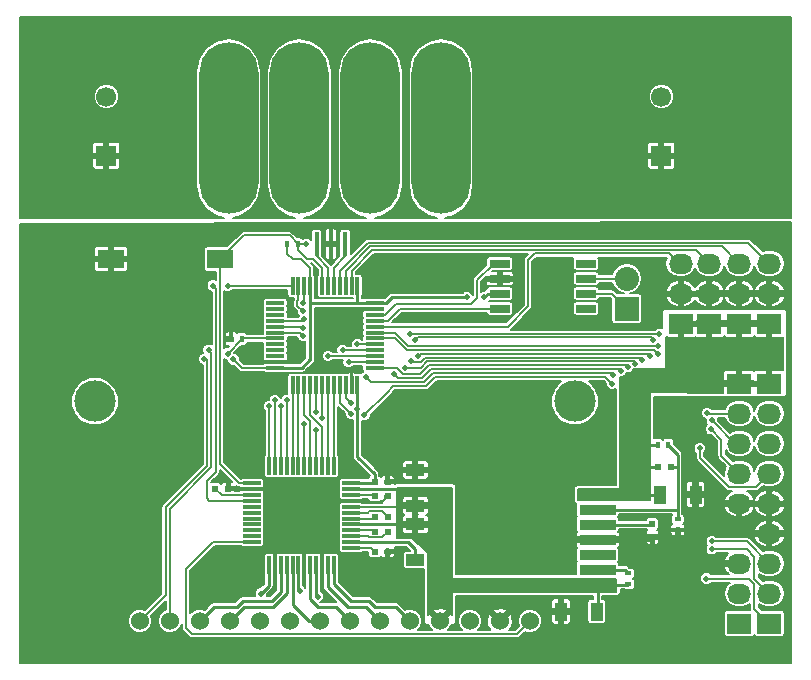
<source format=gbr>
G04 #@! TF.FileFunction,Copper,L1,Top,Signal*
%FSLAX46Y46*%
G04 Gerber Fmt 4.6, Leading zero omitted, Abs format (unit mm)*
G04 Created by KiCad (PCBNEW 4.0.1-2.fc23-product) date Fri 08 Jan 2016 07:43:49 PM MST*
%MOMM*%
G01*
G04 APERTURE LIST*
%ADD10C,0.100000*%
%ADD11C,1.524000*%
%ADD12O,5.000000X14.500000*%
%ADD13C,3.500000*%
%ADD14R,0.500000X0.600000*%
%ADD15R,0.600000X0.500000*%
%ADD16R,2.032000X1.727200*%
%ADD17O,2.032000X1.727200*%
%ADD18R,1.600000X1.000000*%
%ADD19R,0.400000X0.600000*%
%ADD20R,1.700000X0.650000*%
%ADD21R,0.300000X1.500000*%
%ADD22R,1.500000X0.300000*%
%ADD23R,6.000000X6.000000*%
%ADD24R,2.121320X2.121320*%
%ADD25C,0.600000*%
%ADD26R,2.032000X2.032000*%
%ADD27O,2.032000X2.032000*%
%ADD28C,1.700000*%
%ADD29R,1.700000X1.700000*%
%ADD30R,2.180000X1.600000*%
%ADD31R,0.400000X2.000000*%
%ADD32R,1.000000X1.600000*%
%ADD33R,0.600000X0.400000*%
%ADD34R,8.540000X5.350000*%
%ADD35R,3.060000X0.890000*%
%ADD36C,0.500000*%
%ADD37C,1.500000*%
%ADD38C,0.508000*%
%ADD39C,0.254000*%
%ADD40C,0.152400*%
G04 APERTURE END LIST*
D10*
D11*
X123490000Y-115600000D03*
X126030000Y-115600000D03*
X128570000Y-115600000D03*
X131110000Y-115600000D03*
X133650000Y-115600000D03*
X136190000Y-115600000D03*
X138730000Y-115600000D03*
X141270000Y-115600000D03*
X143810000Y-115600000D03*
X146350000Y-115600000D03*
X148890000Y-115600000D03*
X151430000Y-115600000D03*
X153970000Y-115600000D03*
X156510000Y-115600000D03*
D12*
X137000000Y-73900000D03*
X143000000Y-73900000D03*
X149000000Y-73900000D03*
X131000000Y-73900000D03*
X157000000Y-73900000D03*
D13*
X119680000Y-97000000D03*
X160320000Y-97000000D03*
D14*
X166878000Y-107400000D03*
X166878000Y-108500000D03*
D15*
X144460000Y-105030000D03*
X143360000Y-105030000D03*
X130975000Y-104390000D03*
X129875000Y-104390000D03*
D16*
X174240000Y-90420000D03*
D17*
X174240000Y-87880000D03*
X174240000Y-85340000D03*
D15*
X143360000Y-106830000D03*
X144460000Y-106830000D03*
X143360000Y-108030000D03*
X144460000Y-108030000D03*
D18*
X146810000Y-105830000D03*
X146810000Y-102830000D03*
X146810000Y-110430000D03*
X146810000Y-107430000D03*
D15*
X143360000Y-103830000D03*
X144460000Y-103830000D03*
D16*
X171700000Y-90420000D03*
D17*
X171700000Y-87880000D03*
X171700000Y-85340000D03*
D16*
X176780000Y-115820000D03*
D17*
X176780000Y-113280000D03*
X176780000Y-110740000D03*
X176780000Y-108200000D03*
D16*
X176780000Y-90420000D03*
D17*
X176780000Y-87880000D03*
X176780000Y-85340000D03*
D16*
X174240000Y-95500000D03*
D17*
X174240000Y-98040000D03*
X174240000Y-100580000D03*
X174240000Y-103120000D03*
X174240000Y-105660000D03*
D19*
X132110000Y-91710000D03*
X131210000Y-91710000D03*
D20*
X153953000Y-85340000D03*
X153953000Y-86610000D03*
X153953000Y-87880000D03*
X153953000Y-89150000D03*
X161253000Y-89150000D03*
X161253000Y-87880000D03*
X161253000Y-86610000D03*
X161253000Y-85340000D03*
D21*
X141910000Y-87230000D03*
X141410000Y-87230000D03*
X140910000Y-87230000D03*
X140410000Y-87230000D03*
X139910000Y-87230000D03*
X139410000Y-87230000D03*
X138910000Y-87230000D03*
X138410000Y-87230000D03*
X137910000Y-87230000D03*
X137410000Y-87230000D03*
X136910000Y-87230000D03*
X136410000Y-87230000D03*
X136410000Y-95630000D03*
X136910000Y-95630000D03*
X137410000Y-95630000D03*
X137910000Y-95630000D03*
X138410000Y-95630000D03*
X138910000Y-95630000D03*
X139410000Y-95630000D03*
X139910000Y-95630000D03*
X140410000Y-95630000D03*
X140910000Y-95630000D03*
X141410000Y-95630000D03*
X141910000Y-95630000D03*
D22*
X134960000Y-88680000D03*
X134960000Y-89180000D03*
X134960000Y-89680000D03*
X134960000Y-90180000D03*
X134960000Y-90680000D03*
X134960000Y-91180000D03*
X134960000Y-91680000D03*
X134960000Y-92180000D03*
X134960000Y-92680000D03*
X134960000Y-93180000D03*
X134960000Y-93680000D03*
X134960000Y-94180000D03*
X143360000Y-94180000D03*
X143360000Y-93680000D03*
X143360000Y-93180000D03*
X143360000Y-92680000D03*
X143360000Y-92180000D03*
X143360000Y-91680000D03*
X143360000Y-91180000D03*
X143360000Y-90680000D03*
X143360000Y-90180000D03*
X143360000Y-89680000D03*
X143360000Y-89180000D03*
X143360000Y-88680000D03*
D21*
X139910000Y-102480000D03*
X139410000Y-102480000D03*
X138910000Y-102480000D03*
X138410000Y-102480000D03*
X137910000Y-102480000D03*
X137410000Y-102480000D03*
X136910000Y-102480000D03*
X136410000Y-102480000D03*
X135910000Y-102480000D03*
X135410000Y-102480000D03*
X134910000Y-102480000D03*
X134410000Y-102480000D03*
X134410000Y-110880000D03*
X134910000Y-110880000D03*
X135410000Y-110880000D03*
X135910000Y-110880000D03*
X136410000Y-110880000D03*
X136910000Y-110880000D03*
X137410000Y-110880000D03*
X137910000Y-110880000D03*
X138410000Y-110880000D03*
X138910000Y-110880000D03*
X139410000Y-110880000D03*
X139910000Y-110880000D03*
D22*
X132960000Y-103930000D03*
X132960000Y-104430000D03*
X132960000Y-104930000D03*
X132960000Y-105430000D03*
X132960000Y-105930000D03*
X132960000Y-106430000D03*
X132960000Y-106930000D03*
X132960000Y-107430000D03*
X132960000Y-107930000D03*
X132960000Y-108430000D03*
X132960000Y-108930000D03*
X132960000Y-109430000D03*
X141360000Y-109430000D03*
X141360000Y-108930000D03*
X141360000Y-108430000D03*
X141360000Y-107930000D03*
X141360000Y-107430000D03*
X141360000Y-106930000D03*
X141360000Y-106430000D03*
X141360000Y-105930000D03*
X141360000Y-105430000D03*
X141360000Y-104930000D03*
X141360000Y-104430000D03*
X141360000Y-103930000D03*
D23*
X137160000Y-106680000D03*
D24*
X138660000Y-105180000D03*
X135660000Y-105180000D03*
X138660000Y-108180000D03*
X135660000Y-108180000D03*
D25*
X139560000Y-104280000D03*
X138360000Y-104280000D03*
X137160000Y-104280000D03*
X135960000Y-104280000D03*
X134760000Y-104280000D03*
X139560000Y-105480000D03*
X138360000Y-105480000D03*
X137160000Y-105480000D03*
X135960000Y-105480000D03*
X134760000Y-105480000D03*
X139560000Y-106680000D03*
X138360000Y-106680000D03*
X137160000Y-106680000D03*
X135960000Y-106680000D03*
X134760000Y-106680000D03*
X139560000Y-107880000D03*
X138360000Y-107880000D03*
X137160000Y-107880000D03*
X135960000Y-107880000D03*
X134760000Y-107880000D03*
X139560000Y-109080000D03*
X138360000Y-109080000D03*
X137160000Y-109080000D03*
X135960000Y-109080000D03*
X134760000Y-109080000D03*
D26*
X164715000Y-89150000D03*
D27*
X164715000Y-86610000D03*
D28*
X120650000Y-71200000D03*
D29*
X120650000Y-76200000D03*
D28*
X167640000Y-71200000D03*
D29*
X167640000Y-76200000D03*
D15*
X144460000Y-109730000D03*
X143360000Y-109730000D03*
D19*
X135960000Y-83710000D03*
X136860000Y-83710000D03*
D30*
X121057570Y-84957680D03*
X130262430Y-84962320D03*
D31*
X139660000Y-83680000D03*
X138460000Y-83680000D03*
X140860000Y-83680000D03*
D16*
X174240000Y-115820000D03*
D17*
X174240000Y-113280000D03*
X174240000Y-110740000D03*
D32*
X162151000Y-114804000D03*
X159151000Y-114804000D03*
X167533000Y-104898000D03*
X170533000Y-104898000D03*
D33*
X169033000Y-106988000D03*
X169033000Y-107888000D03*
D19*
X167313000Y-100707000D03*
X168213000Y-100707000D03*
D33*
X164842000Y-112460000D03*
X164842000Y-111560000D03*
D16*
X169291000Y-90424000D03*
D17*
X169291000Y-87884000D03*
X169291000Y-85344000D03*
D15*
X167369400Y-102590600D03*
X168469400Y-102590600D03*
D16*
X176784000Y-95504000D03*
D17*
X176784000Y-98044000D03*
X176784000Y-100584000D03*
X176784000Y-103124000D03*
X176784000Y-105664000D03*
D34*
X154936000Y-108708000D03*
D35*
X162241000Y-112518000D03*
X162241000Y-111248000D03*
X162241000Y-109978000D03*
X162241000Y-108708000D03*
X162241000Y-107438000D03*
X162241000Y-106168000D03*
X162241000Y-104898000D03*
D36*
X152396000Y-109978000D03*
X152396000Y-108708000D03*
X152396000Y-107438000D03*
X154936000Y-109978000D03*
X154936000Y-108708000D03*
X154936000Y-107438000D03*
X157476000Y-109978000D03*
X157476000Y-108708000D03*
X157476000Y-107438000D03*
D37*
X123250000Y-110250000D03*
X125250000Y-103250000D03*
X127250000Y-97250000D03*
X127250000Y-89250000D03*
X151250000Y-99250000D03*
X159250000Y-104250000D03*
X157250000Y-104250000D03*
X155250000Y-104250000D03*
X153407000Y-104250000D03*
X151250000Y-104250000D03*
D38*
X138934000Y-92452000D03*
X136648000Y-92960000D03*
X146808000Y-103755000D03*
X144458500Y-103056500D03*
X160587500Y-114804000D03*
X167636000Y-108517500D03*
X170493500Y-106422000D03*
X170493500Y-103437500D03*
X169970000Y-107890000D03*
X138410000Y-85960000D03*
X133610000Y-93680000D03*
X139660000Y-85170000D03*
X145260000Y-109730000D03*
X131660000Y-109430000D03*
X121050000Y-86370000D03*
X142010000Y-89360000D03*
X141410000Y-94320000D03*
X155730000Y-86610000D03*
X131160000Y-90960000D03*
X131695000Y-104430000D03*
X142510000Y-105430000D03*
X141909800Y-97612200D03*
X151160000Y-88210000D03*
X152660000Y-88210000D03*
X131410000Y-93460000D03*
X128934000Y-93416000D03*
X167360600Y-93014800D03*
X167386000Y-92329000D03*
X141325600Y-97104200D03*
X145034000Y-94716600D03*
X164211000Y-94462600D03*
X171907200Y-109524800D03*
X171907200Y-108864400D03*
X164820600Y-94132400D03*
X171446000Y-112010000D03*
X163550600Y-94792800D03*
X142621000Y-94970600D03*
X137591800Y-83718400D03*
X167462200Y-91287600D03*
X137337800Y-88696800D03*
X146354800Y-91287600D03*
X146786600Y-91821000D03*
X166954200Y-91795600D03*
X137287000Y-89382600D03*
X130910000Y-92960000D03*
X129315000Y-92654000D03*
X130910000Y-87210000D03*
X129660000Y-87210000D03*
X138410000Y-99430000D03*
X138910000Y-98430000D03*
X137410000Y-98930000D03*
X138410000Y-97930000D03*
X141160000Y-93680000D03*
X135910000Y-96930000D03*
X134410000Y-97430000D03*
X139410000Y-93180000D03*
X134910000Y-96930000D03*
X140660000Y-92680000D03*
X135410000Y-97430000D03*
X141910000Y-92180000D03*
X133731000Y-113284000D03*
X138557000Y-113538000D03*
X137363200Y-90068400D03*
X147066000Y-93167200D03*
X171500800Y-97993200D03*
X166674800Y-93167200D03*
X137312400Y-90754200D03*
X146481800Y-93599000D03*
X171907200Y-98602800D03*
X166039800Y-93472000D03*
X171831000Y-99364800D03*
X165430200Y-93802200D03*
X145973800Y-94157800D03*
X137287000Y-91440000D03*
X137033000Y-113030000D03*
X170891200Y-100965000D03*
X163474400Y-95529400D03*
X141351000Y-98044000D03*
X142494000Y-98171000D03*
D39*
X127250000Y-97250000D02*
X127250000Y-101250000D01*
X127250000Y-101250000D02*
X125250000Y-103250000D01*
X118250000Y-87250000D02*
X120250000Y-89250000D01*
X120250000Y-89250000D02*
X127250000Y-89250000D01*
X118250000Y-85665360D02*
X118250000Y-87250000D01*
X117542320Y-84957680D02*
X118250000Y-85665360D01*
X121057570Y-84957680D02*
X117542320Y-84957680D01*
X154936000Y-108708000D02*
X154936000Y-102936000D01*
X154936000Y-102936000D02*
X151250000Y-99250000D01*
X155250000Y-104250000D02*
X157250000Y-104250000D01*
X154936000Y-108708000D02*
X154936000Y-105779000D01*
X154936000Y-105779000D02*
X153407000Y-104250000D01*
X143360000Y-89180000D02*
X142356000Y-89180000D01*
X142356000Y-89180000D02*
X139084000Y-92452000D01*
X139084000Y-92452000D02*
X138934000Y-92452000D01*
X134960000Y-93680000D02*
X135928000Y-93680000D01*
X135928000Y-93680000D02*
X136648000Y-92960000D01*
X146810000Y-102830000D02*
X146810000Y-103753000D01*
X146810000Y-103753000D02*
X146808000Y-103755000D01*
X144460000Y-103830000D02*
X144460000Y-103058000D01*
X144460000Y-103058000D02*
X144458500Y-103056500D01*
X159151000Y-114804000D02*
X160587500Y-114804000D01*
X166878000Y-108500000D02*
X167618500Y-108500000D01*
X167618500Y-108500000D02*
X167636000Y-108517500D01*
X170533000Y-104898000D02*
X170533000Y-106382500D01*
X170533000Y-106382500D02*
X170493500Y-106422000D01*
X170533000Y-104898000D02*
X170533000Y-103477000D01*
X170533000Y-103477000D02*
X170493500Y-103437500D01*
X169033000Y-107888000D02*
X169968000Y-107888000D01*
X169968000Y-107888000D02*
X169970000Y-107890000D01*
X162241000Y-108708000D02*
X166670000Y-108708000D01*
X166670000Y-108708000D02*
X166878000Y-108500000D01*
D40*
X166878000Y-108500000D02*
X166878000Y-108508800D01*
D39*
X138410000Y-87230000D02*
X138410000Y-85960000D01*
D40*
X134960000Y-93680000D02*
X133610000Y-93680000D01*
X139660000Y-83680000D02*
X139660000Y-85170000D01*
X144460000Y-109730000D02*
X145260000Y-109730000D01*
X132960000Y-109430000D02*
X131660000Y-109430000D01*
X121057570Y-84957680D02*
X121057570Y-86362430D01*
X121057570Y-86362430D02*
X121050000Y-86370000D01*
X143360000Y-89180000D02*
X142190000Y-89180000D01*
X142190000Y-89180000D02*
X142010000Y-89360000D01*
X141410000Y-95630000D02*
X141410000Y-94320000D01*
X153953000Y-86610000D02*
X155730000Y-86610000D01*
X131210000Y-91010000D02*
X131160000Y-90960000D01*
X131210000Y-91710000D02*
X131210000Y-91010000D01*
X131160000Y-90960000D02*
X131210000Y-91010000D01*
D39*
X134910000Y-110880000D02*
X134910000Y-108930000D01*
X134910000Y-108930000D02*
X137160000Y-106680000D01*
X138910000Y-110880000D02*
X138910000Y-108430000D01*
X138910000Y-108430000D02*
X137160000Y-106680000D01*
X137410000Y-110880000D02*
X137410000Y-106930000D01*
X137410000Y-106930000D02*
X137160000Y-106680000D01*
D40*
X132960000Y-104430000D02*
X131695000Y-104430000D01*
X131695000Y-104430000D02*
X131015000Y-104430000D01*
X131015000Y-104430000D02*
X130975000Y-104390000D01*
X141360000Y-105430000D02*
X142510000Y-105430000D01*
X142510000Y-105430000D02*
X142810000Y-105430000D01*
X143960000Y-105530000D02*
X144460000Y-105030000D01*
X142910000Y-105530000D02*
X143960000Y-105530000D01*
X142810000Y-105430000D02*
X142910000Y-105530000D01*
X132960000Y-104930000D02*
X130415000Y-104930000D01*
X130415000Y-104930000D02*
X129875000Y-104390000D01*
D39*
X150800790Y-88210000D02*
X151160000Y-88210000D01*
X144834000Y-88210000D02*
X150800790Y-88210000D01*
X143360000Y-88680000D02*
X144364000Y-88680000D01*
X144364000Y-88680000D02*
X144834000Y-88210000D01*
X141909800Y-97612200D02*
X141910000Y-97612200D01*
X141910000Y-88680000D02*
X137910000Y-88680000D01*
X137910000Y-88680000D02*
X137910000Y-88710000D01*
X137190000Y-94180000D02*
X137910000Y-93460000D01*
X137910000Y-93460000D02*
X137910000Y-88710000D01*
X134960000Y-94180000D02*
X137190000Y-94180000D01*
X137910000Y-88710000D02*
X137910000Y-87230000D01*
X141910000Y-101710000D02*
X143360000Y-103160000D01*
X143360000Y-103160000D02*
X143360000Y-103830000D01*
X141910000Y-97612200D02*
X141910000Y-101710000D01*
X141910000Y-95630000D02*
X141910000Y-97612200D01*
X141910000Y-87230000D02*
X141910000Y-88680000D01*
X141910000Y-88680000D02*
X143360000Y-88680000D01*
X152990000Y-87880000D02*
X153953000Y-87880000D01*
X152660000Y-88210000D02*
X152990000Y-87880000D01*
X141360000Y-103930000D02*
X143260000Y-103930000D01*
X143260000Y-103930000D02*
X143360000Y-103830000D01*
D40*
X132130000Y-94180000D02*
X134960000Y-94180000D01*
X131410000Y-93460000D02*
X132130000Y-94180000D01*
X128934000Y-93416000D02*
X128978000Y-93460000D01*
X128978000Y-93460000D02*
X129168000Y-93460000D01*
X123490000Y-115600000D02*
X125660000Y-113430000D01*
X125660000Y-113430000D02*
X125660000Y-105960000D01*
X125660000Y-105960000D02*
X129168000Y-102452000D01*
X129168000Y-102452000D02*
X129168000Y-93460000D01*
X137910000Y-87230000D02*
X137910000Y-85710000D01*
X137910000Y-85710000D02*
X137160000Y-84960000D01*
X137160000Y-84960000D02*
X136410000Y-84960000D01*
X136410000Y-84960000D02*
X135960000Y-84510000D01*
X135960000Y-84510000D02*
X135960000Y-83710000D01*
X143260000Y-103930000D02*
X143360000Y-103830000D01*
X174240000Y-85340000D02*
X172775198Y-83875198D01*
X140910000Y-85930000D02*
X140910000Y-87230000D01*
X142964802Y-83875198D02*
X140910000Y-85930000D01*
X172775198Y-83875198D02*
X142964802Y-83875198D01*
X141360000Y-104930000D02*
X143260000Y-104930000D01*
X143260000Y-104930000D02*
X143360000Y-105030000D01*
X143360000Y-91680000D02*
X145121600Y-91680000D01*
X146100800Y-92659200D02*
X167005000Y-92659200D01*
X145121600Y-91680000D02*
X146100800Y-92659200D01*
X167005000Y-92659200D02*
X167360600Y-93014800D01*
X145078800Y-91180000D02*
X146227800Y-92329000D01*
X146227800Y-92329000D02*
X167386000Y-92329000D01*
X145078800Y-91180000D02*
X143360000Y-91180000D01*
X161253000Y-86610000D02*
X164715000Y-86610000D01*
X161253000Y-87880000D02*
X163445000Y-87880000D01*
X163445000Y-87880000D02*
X164715000Y-89150000D01*
X164461000Y-88896000D02*
X164715000Y-89150000D01*
X141360000Y-106930000D02*
X143260000Y-106930000D01*
X143260000Y-106930000D02*
X143360000Y-106830000D01*
X142910000Y-106330000D02*
X143960000Y-106330000D01*
X142810000Y-106430000D02*
X142910000Y-106330000D01*
X141360000Y-106430000D02*
X142810000Y-106430000D01*
X143960000Y-106330000D02*
X144460000Y-106830000D01*
X141360000Y-107930000D02*
X143260000Y-107930000D01*
X143260000Y-107930000D02*
X143360000Y-108030000D01*
X141360000Y-108430000D02*
X142810000Y-108430000D01*
X143960000Y-108530000D02*
X144460000Y-108030000D01*
X142910000Y-108530000D02*
X143960000Y-108530000D01*
X142810000Y-108430000D02*
X142910000Y-108530000D01*
D39*
X162241000Y-112518000D02*
X164784000Y-112518000D01*
X164784000Y-112518000D02*
X164842000Y-112460000D01*
X162241000Y-112518000D02*
X162241000Y-114714000D01*
X162241000Y-114714000D02*
X162151000Y-114804000D01*
D40*
X141360000Y-105930000D02*
X145410000Y-105930000D01*
D39*
X146910000Y-104430000D02*
X141360000Y-104430000D01*
X146710000Y-105930000D02*
X146810000Y-105830000D01*
X145610000Y-107430000D02*
X141360000Y-107430000D01*
X146810000Y-110430000D02*
X146810000Y-109530000D01*
X146210000Y-108930000D02*
X146810000Y-109530000D01*
X146210000Y-108930000D02*
X141360000Y-108930000D01*
D40*
X141410000Y-87230000D02*
X141410000Y-85930000D01*
X170540000Y-84180000D02*
X143160000Y-84180000D01*
X143160000Y-84180000D02*
X141410000Y-85930000D01*
X170540000Y-84180000D02*
X171700000Y-85340000D01*
X164109400Y-94284800D02*
X164211000Y-94386400D01*
X140910000Y-96688600D02*
X141325600Y-97104200D01*
X145034000Y-94716600D02*
X145364200Y-95046800D01*
X145364200Y-95046800D02*
X147396200Y-95046800D01*
X147396200Y-95046800D02*
X148158200Y-94284800D01*
X148158200Y-94284800D02*
X164109400Y-94284800D01*
X140910000Y-95630000D02*
X140910000Y-96688600D01*
X164211000Y-94386400D02*
X164211000Y-94462600D01*
X175514000Y-112014000D02*
X176780000Y-113280000D01*
X175514000Y-110159800D02*
X175514000Y-112014000D01*
X174879000Y-109524800D02*
X175514000Y-110159800D01*
X171907200Y-109524800D02*
X174879000Y-109524800D01*
X174904400Y-108864400D02*
X176780000Y-110740000D01*
X171907200Y-108864400D02*
X174904400Y-108864400D01*
X145796000Y-94691200D02*
X147218400Y-94691200D01*
X145284800Y-94180000D02*
X145796000Y-94691200D01*
X143360000Y-94180000D02*
X145284800Y-94180000D01*
X164642800Y-93954600D02*
X164820600Y-94132400D01*
X147955000Y-93954600D02*
X164642800Y-93954600D01*
X147218400Y-94691200D02*
X147955000Y-93954600D01*
X171446000Y-112010000D02*
X173732000Y-112010000D01*
X163372800Y-94615000D02*
X163550600Y-94792800D01*
X175514000Y-114554000D02*
X176780000Y-115820000D01*
X175056800Y-112014000D02*
X173710600Y-112014000D01*
X175514000Y-112471200D02*
X175056800Y-112014000D01*
X175514000Y-114554000D02*
X175514000Y-112471200D01*
X143027400Y-95377000D02*
X142621000Y-94970600D01*
X147574000Y-95377000D02*
X143027400Y-95377000D01*
X148336000Y-94615000D02*
X147574000Y-95377000D01*
X163372800Y-94615000D02*
X148336000Y-94615000D01*
X137583400Y-83710000D02*
X136860000Y-83710000D01*
X137591800Y-83718400D02*
X137583400Y-83710000D01*
X138910000Y-87230000D02*
X138910000Y-85710000D01*
X136860000Y-84160000D02*
X136860000Y-83710000D01*
X137660000Y-84960000D02*
X136860000Y-84160000D01*
X138160000Y-84960000D02*
X137660000Y-84960000D01*
X138910000Y-85710000D02*
X138160000Y-84960000D01*
X132960000Y-103930000D02*
X131880000Y-103930000D01*
X130262430Y-102312430D02*
X130262430Y-84962320D01*
X131880000Y-103930000D02*
X130262430Y-102312430D01*
X136860000Y-83710000D02*
X136860000Y-83660000D01*
X136860000Y-83660000D02*
X136160000Y-82960000D01*
X132264750Y-82960000D02*
X130262430Y-84962320D01*
X136160000Y-82960000D02*
X132264750Y-82960000D01*
X176780000Y-85340000D02*
X175010396Y-83570396D01*
X140410000Y-85930000D02*
X140410000Y-87230000D01*
X142769604Y-83570396D02*
X140410000Y-85930000D01*
X175010396Y-83570396D02*
X142769604Y-83570396D01*
X167462200Y-91287600D02*
X146354800Y-91287600D01*
X137410000Y-88624600D02*
X137410000Y-87230000D01*
X137337800Y-88696800D02*
X137410000Y-88624600D01*
X166751002Y-91592402D02*
X147015198Y-91592402D01*
X147015198Y-91592402D02*
X146786600Y-91821000D01*
X166954200Y-91795600D02*
X166751002Y-91592402D01*
X136910000Y-88438800D02*
X136910000Y-87230000D01*
X136829800Y-88519000D02*
X136910000Y-88438800D01*
X136829800Y-88925400D02*
X136829800Y-88519000D01*
X137287000Y-89382600D02*
X136829800Y-88925400D01*
X139410000Y-87230000D02*
X139410000Y-85680000D01*
X138460000Y-84730000D02*
X138460000Y-83680000D01*
X139410000Y-85680000D02*
X138460000Y-84730000D01*
X132110000Y-91760000D02*
X130910000Y-92960000D01*
X129315000Y-92654000D02*
X129541000Y-92880000D01*
X126030000Y-115600000D02*
X126030000Y-106090000D01*
X126030000Y-106090000D02*
X129541000Y-102579000D01*
X129541000Y-102579000D02*
X129541000Y-92880000D01*
X132110000Y-91760000D02*
X132110000Y-91710000D01*
X134960000Y-91680000D02*
X132140000Y-91680000D01*
X132140000Y-91680000D02*
X132110000Y-91710000D01*
X143360000Y-90680000D02*
X154657000Y-90680000D01*
X168304802Y-84484802D02*
X156915198Y-84484802D01*
X156915198Y-84484802D02*
X156366000Y-85034000D01*
X156366000Y-85034000D02*
X156366000Y-88971000D01*
X168304802Y-84484802D02*
X169160000Y-85340000D01*
X154657000Y-90680000D02*
X156366000Y-88971000D01*
X139910000Y-87230000D02*
X139910000Y-85680000D01*
X140860000Y-84730000D02*
X140860000Y-83680000D01*
X139910000Y-85680000D02*
X140860000Y-84730000D01*
X129910000Y-102960000D02*
X129910000Y-87460000D01*
X129380000Y-105430000D02*
X129160000Y-105210000D01*
X129160000Y-105210000D02*
X129160000Y-103710000D01*
X129160000Y-103710000D02*
X129910000Y-102960000D01*
X132960000Y-105430000D02*
X129380000Y-105430000D01*
X130930000Y-87230000D02*
X136410000Y-87230000D01*
X130910000Y-87210000D02*
X130930000Y-87230000D01*
X129910000Y-87460000D02*
X129660000Y-87210000D01*
X137910000Y-95630000D02*
X137910000Y-98180000D01*
X138910000Y-99180000D02*
X138910000Y-102480000D01*
X137910000Y-98180000D02*
X138910000Y-99180000D01*
X137410000Y-95630000D02*
X137410000Y-98180000D01*
X137910000Y-98680000D02*
X137910000Y-102480000D01*
X137410000Y-98180000D02*
X137910000Y-98680000D01*
X136910000Y-95630000D02*
X136910000Y-102480000D01*
X139410000Y-95630000D02*
X139410000Y-102480000D01*
X138910000Y-95630000D02*
X138910000Y-98430000D01*
X138410000Y-99430000D02*
X138410000Y-102480000D01*
X138410000Y-95630000D02*
X138410000Y-97930000D01*
X137410000Y-98930000D02*
X137410000Y-102480000D01*
X143360000Y-93680000D02*
X141160000Y-93680000D01*
X135910000Y-96930000D02*
X135910000Y-102480000D01*
X134410000Y-102480000D02*
X134410000Y-97430000D01*
X139410000Y-93180000D02*
X143360000Y-93180000D01*
X134910000Y-102480000D02*
X134910000Y-96930000D01*
X140660000Y-92680000D02*
X143360000Y-92680000D01*
X135410000Y-102480000D02*
X135410000Y-97430000D01*
X141910000Y-92180000D02*
X143360000Y-92180000D01*
X153953000Y-89150000D02*
X145538000Y-89150000D01*
X145538000Y-89150000D02*
X144508000Y-90180000D01*
X144508000Y-90180000D02*
X143360000Y-90180000D01*
X143374000Y-90166000D02*
X143360000Y-90180000D01*
X152015000Y-88261000D02*
X151507000Y-88769000D01*
X152015000Y-86753000D02*
X152015000Y-88261000D01*
X145173400Y-88769000D02*
X144262400Y-89680000D01*
X151507000Y-88769000D02*
X145173400Y-88769000D01*
X153428000Y-85340000D02*
X152015000Y-86753000D01*
X153953000Y-85340000D02*
X153428000Y-85340000D01*
X144262400Y-89680000D02*
X143360000Y-89680000D01*
X139910000Y-95630000D02*
X139910000Y-102480000D01*
D39*
X134410000Y-110880000D02*
X134410000Y-112605000D01*
X134410000Y-112605000D02*
X133731000Y-113284000D01*
X135910000Y-110880000D02*
X135910000Y-113264000D01*
X132283000Y-114427000D02*
X131110000Y-115600000D01*
X134747000Y-114427000D02*
X132283000Y-114427000D01*
X135910000Y-113264000D02*
X134747000Y-114427000D01*
X136410000Y-110880000D02*
X136410000Y-114210000D01*
X137800000Y-115600000D02*
X138730000Y-115600000D01*
X136410000Y-114210000D02*
X137800000Y-115600000D01*
X137910000Y-110880000D02*
X137910000Y-113780000D01*
X140097000Y-114427000D02*
X141270000Y-115600000D01*
X138557000Y-114427000D02*
X140097000Y-114427000D01*
X137910000Y-113780000D02*
X138557000Y-114427000D01*
X138410000Y-110880000D02*
X138410000Y-113391000D01*
X138410000Y-113391000D02*
X138557000Y-113538000D01*
X139910000Y-110880000D02*
X139910000Y-112478000D01*
X145177000Y-114427000D02*
X146350000Y-115600000D01*
X143383000Y-114427000D02*
X145177000Y-114427000D01*
X142875000Y-113919000D02*
X143383000Y-114427000D01*
X141351000Y-113919000D02*
X142875000Y-113919000D01*
X139910000Y-112478000D02*
X141351000Y-113919000D01*
D40*
X156510000Y-115600000D02*
X155400000Y-116710000D01*
X129690000Y-108930000D02*
X132960000Y-108930000D01*
X127410000Y-111210000D02*
X129690000Y-108930000D01*
X127410000Y-116210000D02*
X127410000Y-111210000D01*
X127910000Y-116710000D02*
X127410000Y-116210000D01*
X155400000Y-116710000D02*
X127910000Y-116710000D01*
X143060000Y-109430000D02*
X143360000Y-109730000D01*
X141360000Y-109430000D02*
X143060000Y-109430000D01*
X166674800Y-92964002D02*
X166674800Y-93167200D01*
X137251600Y-90180000D02*
X137363200Y-90068400D01*
X147066000Y-93167200D02*
X147269198Y-92964002D01*
X147269198Y-92964002D02*
X166674800Y-92964002D01*
X134960000Y-90180000D02*
X137251600Y-90180000D01*
X171547600Y-98040000D02*
X174240000Y-98040000D01*
X171500800Y-97993200D02*
X171547600Y-98040000D01*
X166039800Y-93294200D02*
X166039800Y-93472000D01*
X147650200Y-93294200D02*
X166039800Y-93294200D01*
X137238200Y-90680000D02*
X137312400Y-90754200D01*
X134960000Y-90680000D02*
X137238200Y-90680000D01*
X147269200Y-93675200D02*
X147650200Y-93294200D01*
X146558000Y-93675200D02*
X147269200Y-93675200D01*
X146481800Y-93599000D02*
X146558000Y-93675200D01*
X171907200Y-98602800D02*
X173884400Y-100580000D01*
X173884400Y-100580000D02*
X174240000Y-100580000D01*
X165404800Y-93624400D02*
X165404800Y-93776800D01*
X147269200Y-94157800D02*
X147802600Y-93624400D01*
X147802600Y-93624400D02*
X165404800Y-93624400D01*
X145973800Y-94157800D02*
X147269200Y-94157800D01*
X172720000Y-101600000D02*
X174240000Y-103120000D01*
X172720000Y-100253800D02*
X172720000Y-101600000D01*
X171831000Y-99364800D02*
X172720000Y-100253800D01*
X165404800Y-93776800D02*
X165430200Y-93802200D01*
X137027000Y-91180000D02*
X137287000Y-91440000D01*
X134960000Y-91180000D02*
X137027000Y-91180000D01*
D39*
X167369400Y-102590600D02*
X166293800Y-102590600D01*
X167313000Y-100707000D02*
X166239000Y-100707000D01*
X167533000Y-104898000D02*
X166239000Y-104898000D01*
D40*
X136360000Y-95680000D02*
X136410000Y-95630000D01*
X136410000Y-95630000D02*
X136410000Y-102480000D01*
X136394000Y-102464000D02*
X136410000Y-102480000D01*
D39*
X135410000Y-113157000D02*
X134648000Y-113919000D01*
X129743000Y-114427000D02*
X128570000Y-115600000D01*
X131699000Y-114427000D02*
X129743000Y-114427000D01*
X132207000Y-113919000D02*
X131699000Y-114427000D01*
X134648000Y-113919000D02*
X132207000Y-113919000D01*
X135410000Y-110880000D02*
X135410000Y-113157000D01*
X136910000Y-110880000D02*
X136910000Y-112907000D01*
X136910000Y-112907000D02*
X137033000Y-113030000D01*
X139410000Y-110880000D02*
X139410000Y-112740000D01*
X142637000Y-114427000D02*
X143810000Y-115600000D01*
X141097000Y-114427000D02*
X142637000Y-114427000D01*
X139410000Y-112740000D02*
X141097000Y-114427000D01*
X169021000Y-102612000D02*
X169021000Y-106250000D01*
X169021000Y-106250000D02*
X169021000Y-106976000D01*
X162241000Y-106168000D02*
X168939000Y-106168000D01*
X168939000Y-106168000D02*
X169021000Y-106250000D01*
X168469400Y-102590600D02*
X169021000Y-102590600D01*
X169021000Y-102590600D02*
X169021000Y-102612000D01*
D40*
X169033000Y-106988000D02*
X169033000Y-106180000D01*
X162253000Y-106180000D02*
X162241000Y-106168000D01*
D39*
X169021000Y-102612000D02*
X169021000Y-101515000D01*
X169021000Y-101515000D02*
X168213000Y-100707000D01*
X169021000Y-106976000D02*
X169033000Y-106988000D01*
X162241000Y-107438000D02*
X166840000Y-107438000D01*
X166840000Y-107438000D02*
X166878000Y-107400000D01*
X164842000Y-111560000D02*
X164530000Y-111248000D01*
X164530000Y-111248000D02*
X162241000Y-111248000D01*
D40*
X158927800Y-94945200D02*
X162890200Y-94945200D01*
X175666400Y-104241600D02*
X176784000Y-103124000D01*
X173355000Y-104241600D02*
X175666400Y-104241600D01*
X170891200Y-101777800D02*
X173355000Y-104241600D01*
X170891200Y-100965000D02*
X170891200Y-101777800D01*
X162890200Y-94945200D02*
X163474400Y-95529400D01*
X158953200Y-94945200D02*
X158927800Y-94945200D01*
X158927800Y-94945200D02*
X148463000Y-94945200D01*
X147701000Y-95707200D02*
X148463000Y-94945200D01*
X144399000Y-96266000D02*
X144957800Y-95707200D01*
X140410000Y-97103000D02*
X141351000Y-98044000D01*
X142494000Y-98171000D02*
X144399000Y-96266000D01*
X140410000Y-97103000D02*
X140410000Y-95630000D01*
X144957800Y-95707200D02*
X147548600Y-95707200D01*
X147548600Y-95707200D02*
X147701000Y-95707200D01*
G36*
X149883000Y-111930000D02*
X149889003Y-111959646D01*
X149906068Y-111984621D01*
X149931505Y-112000989D01*
X149959200Y-112006200D01*
X163833800Y-112006200D01*
X163833800Y-113103800D01*
X149959200Y-113103800D01*
X149929554Y-113109803D01*
X149904579Y-113126868D01*
X149888211Y-113152305D01*
X149883000Y-113180000D01*
X149883000Y-115106083D01*
X149880527Y-115100113D01*
X149731652Y-115009795D01*
X149141447Y-115600000D01*
X149155590Y-115614143D01*
X149154132Y-115615600D01*
X148625868Y-115615600D01*
X148624411Y-115614143D01*
X148638553Y-115600000D01*
X148048348Y-115009795D01*
X147911600Y-115092756D01*
X147911600Y-114758348D01*
X148299795Y-114758348D01*
X148890000Y-115348553D01*
X149480205Y-114758348D01*
X149389887Y-114609473D01*
X148972777Y-114493574D01*
X148543065Y-114546118D01*
X148390113Y-114609473D01*
X148299795Y-114758348D01*
X147911600Y-114758348D01*
X147911600Y-109930000D01*
X147905597Y-109900354D01*
X147888758Y-109875600D01*
X146563358Y-108575600D01*
X146537989Y-108559127D01*
X146510000Y-108553800D01*
X145286200Y-108553800D01*
X145286200Y-107689350D01*
X145683800Y-107689350D01*
X145683800Y-107994885D01*
X145733461Y-108114777D01*
X145825222Y-108206539D01*
X145945115Y-108256200D01*
X146550650Y-108256200D01*
X146632200Y-108174650D01*
X146632200Y-107607800D01*
X146987800Y-107607800D01*
X146987800Y-108174650D01*
X147069350Y-108256200D01*
X147674885Y-108256200D01*
X147794778Y-108206539D01*
X147886539Y-108114777D01*
X147936200Y-107994885D01*
X147936200Y-107689350D01*
X147854650Y-107607800D01*
X146987800Y-107607800D01*
X146632200Y-107607800D01*
X145765350Y-107607800D01*
X145683800Y-107689350D01*
X145286200Y-107689350D01*
X145286200Y-106089350D01*
X145683800Y-106089350D01*
X145683800Y-106394885D01*
X145733461Y-106514777D01*
X145825222Y-106606539D01*
X145881862Y-106630000D01*
X145825222Y-106653461D01*
X145733461Y-106745223D01*
X145683800Y-106865115D01*
X145683800Y-107170650D01*
X145765350Y-107252200D01*
X146632200Y-107252200D01*
X146632200Y-106685350D01*
X146576850Y-106630000D01*
X146632200Y-106574650D01*
X146632200Y-106007800D01*
X146987800Y-106007800D01*
X146987800Y-106574650D01*
X147043150Y-106630000D01*
X146987800Y-106685350D01*
X146987800Y-107252200D01*
X147854650Y-107252200D01*
X147936200Y-107170650D01*
X147936200Y-106865115D01*
X147886539Y-106745223D01*
X147794778Y-106653461D01*
X147738138Y-106630000D01*
X147794778Y-106606539D01*
X147886539Y-106514777D01*
X147936200Y-106394885D01*
X147936200Y-106089350D01*
X147854650Y-106007800D01*
X146987800Y-106007800D01*
X146632200Y-106007800D01*
X145765350Y-106007800D01*
X145683800Y-106089350D01*
X145286200Y-106089350D01*
X145286200Y-105265115D01*
X145683800Y-105265115D01*
X145683800Y-105570650D01*
X145765350Y-105652200D01*
X146632200Y-105652200D01*
X146632200Y-105085350D01*
X146987800Y-105085350D01*
X146987800Y-105652200D01*
X147854650Y-105652200D01*
X147936200Y-105570650D01*
X147936200Y-105265115D01*
X147886539Y-105145223D01*
X147794778Y-105053461D01*
X147674885Y-105003800D01*
X147069350Y-105003800D01*
X146987800Y-105085350D01*
X146632200Y-105085350D01*
X146550650Y-105003800D01*
X145945115Y-105003800D01*
X145825222Y-105053461D01*
X145733461Y-105145223D01*
X145683800Y-105265115D01*
X145286200Y-105265115D01*
X145286200Y-104306200D01*
X149883000Y-104306200D01*
X149883000Y-111930000D01*
X149883000Y-111930000D01*
G37*
X149883000Y-111930000D02*
X149889003Y-111959646D01*
X149906068Y-111984621D01*
X149931505Y-112000989D01*
X149959200Y-112006200D01*
X163833800Y-112006200D01*
X163833800Y-113103800D01*
X149959200Y-113103800D01*
X149929554Y-113109803D01*
X149904579Y-113126868D01*
X149888211Y-113152305D01*
X149883000Y-113180000D01*
X149883000Y-115106083D01*
X149880527Y-115100113D01*
X149731652Y-115009795D01*
X149141447Y-115600000D01*
X149155590Y-115614143D01*
X149154132Y-115615600D01*
X148625868Y-115615600D01*
X148624411Y-115614143D01*
X148638553Y-115600000D01*
X148048348Y-115009795D01*
X147911600Y-115092756D01*
X147911600Y-114758348D01*
X148299795Y-114758348D01*
X148890000Y-115348553D01*
X149480205Y-114758348D01*
X149389887Y-114609473D01*
X148972777Y-114493574D01*
X148543065Y-114546118D01*
X148390113Y-114609473D01*
X148299795Y-114758348D01*
X147911600Y-114758348D01*
X147911600Y-109930000D01*
X147905597Y-109900354D01*
X147888758Y-109875600D01*
X146563358Y-108575600D01*
X146537989Y-108559127D01*
X146510000Y-108553800D01*
X145286200Y-108553800D01*
X145286200Y-107689350D01*
X145683800Y-107689350D01*
X145683800Y-107994885D01*
X145733461Y-108114777D01*
X145825222Y-108206539D01*
X145945115Y-108256200D01*
X146550650Y-108256200D01*
X146632200Y-108174650D01*
X146632200Y-107607800D01*
X146987800Y-107607800D01*
X146987800Y-108174650D01*
X147069350Y-108256200D01*
X147674885Y-108256200D01*
X147794778Y-108206539D01*
X147886539Y-108114777D01*
X147936200Y-107994885D01*
X147936200Y-107689350D01*
X147854650Y-107607800D01*
X146987800Y-107607800D01*
X146632200Y-107607800D01*
X145765350Y-107607800D01*
X145683800Y-107689350D01*
X145286200Y-107689350D01*
X145286200Y-106089350D01*
X145683800Y-106089350D01*
X145683800Y-106394885D01*
X145733461Y-106514777D01*
X145825222Y-106606539D01*
X145881862Y-106630000D01*
X145825222Y-106653461D01*
X145733461Y-106745223D01*
X145683800Y-106865115D01*
X145683800Y-107170650D01*
X145765350Y-107252200D01*
X146632200Y-107252200D01*
X146632200Y-106685350D01*
X146576850Y-106630000D01*
X146632200Y-106574650D01*
X146632200Y-106007800D01*
X146987800Y-106007800D01*
X146987800Y-106574650D01*
X147043150Y-106630000D01*
X146987800Y-106685350D01*
X146987800Y-107252200D01*
X147854650Y-107252200D01*
X147936200Y-107170650D01*
X147936200Y-106865115D01*
X147886539Y-106745223D01*
X147794778Y-106653461D01*
X147738138Y-106630000D01*
X147794778Y-106606539D01*
X147886539Y-106514777D01*
X147936200Y-106394885D01*
X147936200Y-106089350D01*
X147854650Y-106007800D01*
X146987800Y-106007800D01*
X146632200Y-106007800D01*
X145765350Y-106007800D01*
X145683800Y-106089350D01*
X145286200Y-106089350D01*
X145286200Y-105265115D01*
X145683800Y-105265115D01*
X145683800Y-105570650D01*
X145765350Y-105652200D01*
X146632200Y-105652200D01*
X146632200Y-105085350D01*
X146987800Y-105085350D01*
X146987800Y-105652200D01*
X147854650Y-105652200D01*
X147936200Y-105570650D01*
X147936200Y-105265115D01*
X147886539Y-105145223D01*
X147794778Y-105053461D01*
X147674885Y-105003800D01*
X147069350Y-105003800D01*
X146987800Y-105085350D01*
X146632200Y-105085350D01*
X146550650Y-105003800D01*
X145945115Y-105003800D01*
X145825222Y-105053461D01*
X145733461Y-105145223D01*
X145683800Y-105265115D01*
X145286200Y-105265115D01*
X145286200Y-104306200D01*
X149883000Y-104306200D01*
X149883000Y-111930000D01*
G36*
X171877800Y-90242200D02*
X172960650Y-90242200D01*
X172970000Y-90232850D01*
X172979350Y-90242200D01*
X174062200Y-90242200D01*
X174062200Y-90222200D01*
X174417800Y-90222200D01*
X174417800Y-90242200D01*
X175500650Y-90242200D01*
X175510000Y-90232850D01*
X175519350Y-90242200D01*
X176602200Y-90242200D01*
X176602200Y-90222200D01*
X176957800Y-90222200D01*
X176957800Y-90242200D01*
X176977800Y-90242200D01*
X176977800Y-90597800D01*
X176957800Y-90597800D01*
X176957800Y-91528250D01*
X177039350Y-91609800D01*
X177860885Y-91609800D01*
X177913800Y-91587882D01*
X177913800Y-94334461D01*
X177864885Y-94314200D01*
X177043350Y-94314200D01*
X176961800Y-94395750D01*
X176961800Y-95326200D01*
X176981800Y-95326200D01*
X176981800Y-95681800D01*
X176961800Y-95681800D01*
X176961800Y-95701800D01*
X176606200Y-95701800D01*
X176606200Y-95681800D01*
X175523350Y-95681800D01*
X175514000Y-95691150D01*
X175500650Y-95677800D01*
X174417800Y-95677800D01*
X174417800Y-95697800D01*
X174062200Y-95697800D01*
X174062200Y-95677800D01*
X172979350Y-95677800D01*
X172897800Y-95759350D01*
X172897800Y-96256959D01*
X166747095Y-96249300D01*
X166717441Y-96255267D01*
X166692445Y-96272300D01*
X166676046Y-96297716D01*
X166670800Y-96325500D01*
X166670800Y-105329800D01*
X160600200Y-105329800D01*
X160600200Y-104466200D01*
X164080000Y-104466200D01*
X164109646Y-104460197D01*
X164134621Y-104443132D01*
X164150989Y-104417695D01*
X164156200Y-104390000D01*
X164156200Y-94945152D01*
X164306574Y-94945284D01*
X164484014Y-94871967D01*
X164619890Y-94736328D01*
X164678228Y-94595834D01*
X164724184Y-94614916D01*
X164916174Y-94615084D01*
X165021618Y-94571515D01*
X172897800Y-94571515D01*
X172897800Y-95240650D01*
X172979350Y-95322200D01*
X174062200Y-95322200D01*
X174062200Y-94391750D01*
X174417800Y-94391750D01*
X174417800Y-95322200D01*
X175500650Y-95322200D01*
X175510000Y-95312850D01*
X175523350Y-95326200D01*
X176606200Y-95326200D01*
X176606200Y-94395750D01*
X176524650Y-94314200D01*
X175703115Y-94314200D01*
X175583223Y-94363861D01*
X175514000Y-94433083D01*
X175440777Y-94359861D01*
X175320885Y-94310200D01*
X174499350Y-94310200D01*
X174417800Y-94391750D01*
X174062200Y-94391750D01*
X173980650Y-94310200D01*
X173159115Y-94310200D01*
X173039223Y-94359861D01*
X172947461Y-94451622D01*
X172897800Y-94571515D01*
X165021618Y-94571515D01*
X165093614Y-94541767D01*
X165229490Y-94406128D01*
X165270931Y-94306326D01*
X167989992Y-94306615D01*
X168019639Y-94300615D01*
X168044615Y-94283553D01*
X168060986Y-94258118D01*
X168066200Y-94230415D01*
X168066200Y-91540116D01*
X168090223Y-91564139D01*
X168210115Y-91613800D01*
X169031650Y-91613800D01*
X169113200Y-91532250D01*
X169113200Y-90601800D01*
X169468800Y-90601800D01*
X169468800Y-91532250D01*
X169550350Y-91613800D01*
X170371885Y-91613800D01*
X170491777Y-91564139D01*
X170497500Y-91558416D01*
X170499223Y-91560139D01*
X170619115Y-91609800D01*
X171440650Y-91609800D01*
X171522200Y-91528250D01*
X171522200Y-90597800D01*
X171877800Y-90597800D01*
X171877800Y-91528250D01*
X171959350Y-91609800D01*
X172780885Y-91609800D01*
X172900777Y-91560139D01*
X172970000Y-91490917D01*
X173039223Y-91560139D01*
X173159115Y-91609800D01*
X173980650Y-91609800D01*
X174062200Y-91528250D01*
X174062200Y-90597800D01*
X174417800Y-90597800D01*
X174417800Y-91528250D01*
X174499350Y-91609800D01*
X175320885Y-91609800D01*
X175440777Y-91560139D01*
X175510000Y-91490917D01*
X175579223Y-91560139D01*
X175699115Y-91609800D01*
X176520650Y-91609800D01*
X176602200Y-91528250D01*
X176602200Y-90597800D01*
X175519350Y-90597800D01*
X175510000Y-90607150D01*
X175500650Y-90597800D01*
X174417800Y-90597800D01*
X174062200Y-90597800D01*
X172979350Y-90597800D01*
X172970000Y-90607150D01*
X172960650Y-90597800D01*
X171877800Y-90597800D01*
X171522200Y-90597800D01*
X170439350Y-90597800D01*
X170435350Y-90601800D01*
X169468800Y-90601800D01*
X169113200Y-90601800D01*
X169093200Y-90601800D01*
X169093200Y-90246200D01*
X169113200Y-90246200D01*
X169113200Y-90226200D01*
X169468800Y-90226200D01*
X169468800Y-90246200D01*
X170551650Y-90246200D01*
X170555650Y-90242200D01*
X171522200Y-90242200D01*
X171522200Y-90222200D01*
X171877800Y-90222200D01*
X171877800Y-90242200D01*
X171877800Y-90242200D01*
G37*
X171877800Y-90242200D02*
X172960650Y-90242200D01*
X172970000Y-90232850D01*
X172979350Y-90242200D01*
X174062200Y-90242200D01*
X174062200Y-90222200D01*
X174417800Y-90222200D01*
X174417800Y-90242200D01*
X175500650Y-90242200D01*
X175510000Y-90232850D01*
X175519350Y-90242200D01*
X176602200Y-90242200D01*
X176602200Y-90222200D01*
X176957800Y-90222200D01*
X176957800Y-90242200D01*
X176977800Y-90242200D01*
X176977800Y-90597800D01*
X176957800Y-90597800D01*
X176957800Y-91528250D01*
X177039350Y-91609800D01*
X177860885Y-91609800D01*
X177913800Y-91587882D01*
X177913800Y-94334461D01*
X177864885Y-94314200D01*
X177043350Y-94314200D01*
X176961800Y-94395750D01*
X176961800Y-95326200D01*
X176981800Y-95326200D01*
X176981800Y-95681800D01*
X176961800Y-95681800D01*
X176961800Y-95701800D01*
X176606200Y-95701800D01*
X176606200Y-95681800D01*
X175523350Y-95681800D01*
X175514000Y-95691150D01*
X175500650Y-95677800D01*
X174417800Y-95677800D01*
X174417800Y-95697800D01*
X174062200Y-95697800D01*
X174062200Y-95677800D01*
X172979350Y-95677800D01*
X172897800Y-95759350D01*
X172897800Y-96256959D01*
X166747095Y-96249300D01*
X166717441Y-96255267D01*
X166692445Y-96272300D01*
X166676046Y-96297716D01*
X166670800Y-96325500D01*
X166670800Y-105329800D01*
X160600200Y-105329800D01*
X160600200Y-104466200D01*
X164080000Y-104466200D01*
X164109646Y-104460197D01*
X164134621Y-104443132D01*
X164150989Y-104417695D01*
X164156200Y-104390000D01*
X164156200Y-94945152D01*
X164306574Y-94945284D01*
X164484014Y-94871967D01*
X164619890Y-94736328D01*
X164678228Y-94595834D01*
X164724184Y-94614916D01*
X164916174Y-94615084D01*
X165021618Y-94571515D01*
X172897800Y-94571515D01*
X172897800Y-95240650D01*
X172979350Y-95322200D01*
X174062200Y-95322200D01*
X174062200Y-94391750D01*
X174417800Y-94391750D01*
X174417800Y-95322200D01*
X175500650Y-95322200D01*
X175510000Y-95312850D01*
X175523350Y-95326200D01*
X176606200Y-95326200D01*
X176606200Y-94395750D01*
X176524650Y-94314200D01*
X175703115Y-94314200D01*
X175583223Y-94363861D01*
X175514000Y-94433083D01*
X175440777Y-94359861D01*
X175320885Y-94310200D01*
X174499350Y-94310200D01*
X174417800Y-94391750D01*
X174062200Y-94391750D01*
X173980650Y-94310200D01*
X173159115Y-94310200D01*
X173039223Y-94359861D01*
X172947461Y-94451622D01*
X172897800Y-94571515D01*
X165021618Y-94571515D01*
X165093614Y-94541767D01*
X165229490Y-94406128D01*
X165270931Y-94306326D01*
X167989992Y-94306615D01*
X168019639Y-94300615D01*
X168044615Y-94283553D01*
X168060986Y-94258118D01*
X168066200Y-94230415D01*
X168066200Y-91540116D01*
X168090223Y-91564139D01*
X168210115Y-91613800D01*
X169031650Y-91613800D01*
X169113200Y-91532250D01*
X169113200Y-90601800D01*
X169468800Y-90601800D01*
X169468800Y-91532250D01*
X169550350Y-91613800D01*
X170371885Y-91613800D01*
X170491777Y-91564139D01*
X170497500Y-91558416D01*
X170499223Y-91560139D01*
X170619115Y-91609800D01*
X171440650Y-91609800D01*
X171522200Y-91528250D01*
X171522200Y-90597800D01*
X171877800Y-90597800D01*
X171877800Y-91528250D01*
X171959350Y-91609800D01*
X172780885Y-91609800D01*
X172900777Y-91560139D01*
X172970000Y-91490917D01*
X173039223Y-91560139D01*
X173159115Y-91609800D01*
X173980650Y-91609800D01*
X174062200Y-91528250D01*
X174062200Y-90597800D01*
X174417800Y-90597800D01*
X174417800Y-91528250D01*
X174499350Y-91609800D01*
X175320885Y-91609800D01*
X175440777Y-91560139D01*
X175510000Y-91490917D01*
X175579223Y-91560139D01*
X175699115Y-91609800D01*
X176520650Y-91609800D01*
X176602200Y-91528250D01*
X176602200Y-90597800D01*
X175519350Y-90597800D01*
X175510000Y-90607150D01*
X175500650Y-90597800D01*
X174417800Y-90597800D01*
X174062200Y-90597800D01*
X172979350Y-90597800D01*
X172970000Y-90607150D01*
X172960650Y-90597800D01*
X171877800Y-90597800D01*
X171522200Y-90597800D01*
X170439350Y-90597800D01*
X170435350Y-90601800D01*
X169468800Y-90601800D01*
X169113200Y-90601800D01*
X169093200Y-90601800D01*
X169093200Y-90246200D01*
X169113200Y-90246200D01*
X169113200Y-90226200D01*
X169468800Y-90226200D01*
X169468800Y-90246200D01*
X170551650Y-90246200D01*
X170555650Y-90242200D01*
X171522200Y-90242200D01*
X171522200Y-90222200D01*
X171877800Y-90222200D01*
X171877800Y-90242200D01*
G36*
X178608800Y-81453800D02*
X149358520Y-81453800D01*
X150044190Y-81317412D01*
X150929412Y-80725926D01*
X151520898Y-79840704D01*
X151728600Y-78796514D01*
X151728600Y-76459350D01*
X166463800Y-76459350D01*
X166463800Y-77114885D01*
X166513461Y-77234777D01*
X166605222Y-77326539D01*
X166725115Y-77376200D01*
X167380650Y-77376200D01*
X167462200Y-77294650D01*
X167462200Y-76377800D01*
X167817800Y-76377800D01*
X167817800Y-77294650D01*
X167899350Y-77376200D01*
X168554885Y-77376200D01*
X168674778Y-77326539D01*
X168766539Y-77234777D01*
X168816200Y-77114885D01*
X168816200Y-76459350D01*
X168734650Y-76377800D01*
X167817800Y-76377800D01*
X167462200Y-76377800D01*
X166545350Y-76377800D01*
X166463800Y-76459350D01*
X151728600Y-76459350D01*
X151728600Y-75285115D01*
X166463800Y-75285115D01*
X166463800Y-75940650D01*
X166545350Y-76022200D01*
X167462200Y-76022200D01*
X167462200Y-75105350D01*
X167817800Y-75105350D01*
X167817800Y-76022200D01*
X168734650Y-76022200D01*
X168816200Y-75940650D01*
X168816200Y-75285115D01*
X168766539Y-75165223D01*
X168674778Y-75073461D01*
X168554885Y-75023800D01*
X167899350Y-75023800D01*
X167817800Y-75105350D01*
X167462200Y-75105350D01*
X167380650Y-75023800D01*
X166725115Y-75023800D01*
X166605222Y-75073461D01*
X166513461Y-75165223D01*
X166463800Y-75285115D01*
X151728600Y-75285115D01*
X151728600Y-71413606D01*
X166561213Y-71413606D01*
X166725074Y-71810180D01*
X167028224Y-72113859D01*
X167424512Y-72278412D01*
X167853606Y-72278787D01*
X168250180Y-72114926D01*
X168553859Y-71811776D01*
X168718412Y-71415488D01*
X168718787Y-70986394D01*
X168554926Y-70589820D01*
X168251776Y-70286141D01*
X167855488Y-70121588D01*
X167426394Y-70121213D01*
X167029820Y-70285074D01*
X166726141Y-70588224D01*
X166561588Y-70984512D01*
X166561213Y-71413606D01*
X151728600Y-71413606D01*
X151728600Y-69003486D01*
X151520898Y-67959296D01*
X150929412Y-67074074D01*
X150044190Y-66482588D01*
X149000000Y-66274886D01*
X147955810Y-66482588D01*
X147070588Y-67074074D01*
X146479102Y-67959296D01*
X146271400Y-69003486D01*
X146271400Y-78796514D01*
X146479102Y-79840704D01*
X147070588Y-80725926D01*
X147955810Y-81317412D01*
X148641480Y-81453800D01*
X143358520Y-81453800D01*
X144044190Y-81317412D01*
X144929412Y-80725926D01*
X145520898Y-79840704D01*
X145728600Y-78796514D01*
X145728600Y-69003486D01*
X145520898Y-67959296D01*
X144929412Y-67074074D01*
X144044190Y-66482588D01*
X143000000Y-66274886D01*
X141955810Y-66482588D01*
X141070588Y-67074074D01*
X140479102Y-67959296D01*
X140271400Y-69003486D01*
X140271400Y-78796514D01*
X140479102Y-79840704D01*
X141070588Y-80725926D01*
X141955810Y-81317412D01*
X142641480Y-81453800D01*
X137358520Y-81453800D01*
X138044190Y-81317412D01*
X138929412Y-80725926D01*
X139520898Y-79840704D01*
X139728600Y-78796514D01*
X139728600Y-69003486D01*
X139520898Y-67959296D01*
X138929412Y-67074074D01*
X138044190Y-66482588D01*
X137000000Y-66274886D01*
X135955810Y-66482588D01*
X135070588Y-67074074D01*
X134479102Y-67959296D01*
X134271400Y-69003486D01*
X134271400Y-78796514D01*
X134479102Y-79840704D01*
X135070588Y-80725926D01*
X135955810Y-81317412D01*
X136641480Y-81453800D01*
X131358520Y-81453800D01*
X132044190Y-81317412D01*
X132929412Y-80725926D01*
X133520898Y-79840704D01*
X133728600Y-78796514D01*
X133728600Y-69003486D01*
X133520898Y-67959296D01*
X132929412Y-67074074D01*
X132044190Y-66482588D01*
X131000000Y-66274886D01*
X129955810Y-66482588D01*
X129070588Y-67074074D01*
X128479102Y-67959296D01*
X128271400Y-69003486D01*
X128271400Y-78796514D01*
X128479102Y-79840704D01*
X129070588Y-80725926D01*
X129955810Y-81317412D01*
X130641480Y-81453800D01*
X113356200Y-81453800D01*
X113356200Y-76459350D01*
X119473800Y-76459350D01*
X119473800Y-77114885D01*
X119523461Y-77234777D01*
X119615222Y-77326539D01*
X119735115Y-77376200D01*
X120390650Y-77376200D01*
X120472200Y-77294650D01*
X120472200Y-76377800D01*
X120827800Y-76377800D01*
X120827800Y-77294650D01*
X120909350Y-77376200D01*
X121564885Y-77376200D01*
X121684778Y-77326539D01*
X121776539Y-77234777D01*
X121826200Y-77114885D01*
X121826200Y-76459350D01*
X121744650Y-76377800D01*
X120827800Y-76377800D01*
X120472200Y-76377800D01*
X119555350Y-76377800D01*
X119473800Y-76459350D01*
X113356200Y-76459350D01*
X113356200Y-75285115D01*
X119473800Y-75285115D01*
X119473800Y-75940650D01*
X119555350Y-76022200D01*
X120472200Y-76022200D01*
X120472200Y-75105350D01*
X120827800Y-75105350D01*
X120827800Y-76022200D01*
X121744650Y-76022200D01*
X121826200Y-75940650D01*
X121826200Y-75285115D01*
X121776539Y-75165223D01*
X121684778Y-75073461D01*
X121564885Y-75023800D01*
X120909350Y-75023800D01*
X120827800Y-75105350D01*
X120472200Y-75105350D01*
X120390650Y-75023800D01*
X119735115Y-75023800D01*
X119615222Y-75073461D01*
X119523461Y-75165223D01*
X119473800Y-75285115D01*
X113356200Y-75285115D01*
X113356200Y-71413606D01*
X119571213Y-71413606D01*
X119735074Y-71810180D01*
X120038224Y-72113859D01*
X120434512Y-72278412D01*
X120863606Y-72278787D01*
X121260180Y-72114926D01*
X121563859Y-71811776D01*
X121728412Y-71415488D01*
X121728787Y-70986394D01*
X121564926Y-70589820D01*
X121261776Y-70286141D01*
X120865488Y-70121588D01*
X120436394Y-70121213D01*
X120039820Y-70285074D01*
X119736141Y-70588224D01*
X119571588Y-70984512D01*
X119571213Y-71413606D01*
X113356200Y-71413606D01*
X113356200Y-64461200D01*
X178608800Y-64461200D01*
X178608800Y-81453800D01*
X178608800Y-81453800D01*
G37*
X178608800Y-81453800D02*
X149358520Y-81453800D01*
X150044190Y-81317412D01*
X150929412Y-80725926D01*
X151520898Y-79840704D01*
X151728600Y-78796514D01*
X151728600Y-76459350D01*
X166463800Y-76459350D01*
X166463800Y-77114885D01*
X166513461Y-77234777D01*
X166605222Y-77326539D01*
X166725115Y-77376200D01*
X167380650Y-77376200D01*
X167462200Y-77294650D01*
X167462200Y-76377800D01*
X167817800Y-76377800D01*
X167817800Y-77294650D01*
X167899350Y-77376200D01*
X168554885Y-77376200D01*
X168674778Y-77326539D01*
X168766539Y-77234777D01*
X168816200Y-77114885D01*
X168816200Y-76459350D01*
X168734650Y-76377800D01*
X167817800Y-76377800D01*
X167462200Y-76377800D01*
X166545350Y-76377800D01*
X166463800Y-76459350D01*
X151728600Y-76459350D01*
X151728600Y-75285115D01*
X166463800Y-75285115D01*
X166463800Y-75940650D01*
X166545350Y-76022200D01*
X167462200Y-76022200D01*
X167462200Y-75105350D01*
X167817800Y-75105350D01*
X167817800Y-76022200D01*
X168734650Y-76022200D01*
X168816200Y-75940650D01*
X168816200Y-75285115D01*
X168766539Y-75165223D01*
X168674778Y-75073461D01*
X168554885Y-75023800D01*
X167899350Y-75023800D01*
X167817800Y-75105350D01*
X167462200Y-75105350D01*
X167380650Y-75023800D01*
X166725115Y-75023800D01*
X166605222Y-75073461D01*
X166513461Y-75165223D01*
X166463800Y-75285115D01*
X151728600Y-75285115D01*
X151728600Y-71413606D01*
X166561213Y-71413606D01*
X166725074Y-71810180D01*
X167028224Y-72113859D01*
X167424512Y-72278412D01*
X167853606Y-72278787D01*
X168250180Y-72114926D01*
X168553859Y-71811776D01*
X168718412Y-71415488D01*
X168718787Y-70986394D01*
X168554926Y-70589820D01*
X168251776Y-70286141D01*
X167855488Y-70121588D01*
X167426394Y-70121213D01*
X167029820Y-70285074D01*
X166726141Y-70588224D01*
X166561588Y-70984512D01*
X166561213Y-71413606D01*
X151728600Y-71413606D01*
X151728600Y-69003486D01*
X151520898Y-67959296D01*
X150929412Y-67074074D01*
X150044190Y-66482588D01*
X149000000Y-66274886D01*
X147955810Y-66482588D01*
X147070588Y-67074074D01*
X146479102Y-67959296D01*
X146271400Y-69003486D01*
X146271400Y-78796514D01*
X146479102Y-79840704D01*
X147070588Y-80725926D01*
X147955810Y-81317412D01*
X148641480Y-81453800D01*
X143358520Y-81453800D01*
X144044190Y-81317412D01*
X144929412Y-80725926D01*
X145520898Y-79840704D01*
X145728600Y-78796514D01*
X145728600Y-69003486D01*
X145520898Y-67959296D01*
X144929412Y-67074074D01*
X144044190Y-66482588D01*
X143000000Y-66274886D01*
X141955810Y-66482588D01*
X141070588Y-67074074D01*
X140479102Y-67959296D01*
X140271400Y-69003486D01*
X140271400Y-78796514D01*
X140479102Y-79840704D01*
X141070588Y-80725926D01*
X141955810Y-81317412D01*
X142641480Y-81453800D01*
X137358520Y-81453800D01*
X138044190Y-81317412D01*
X138929412Y-80725926D01*
X139520898Y-79840704D01*
X139728600Y-78796514D01*
X139728600Y-69003486D01*
X139520898Y-67959296D01*
X138929412Y-67074074D01*
X138044190Y-66482588D01*
X137000000Y-66274886D01*
X135955810Y-66482588D01*
X135070588Y-67074074D01*
X134479102Y-67959296D01*
X134271400Y-69003486D01*
X134271400Y-78796514D01*
X134479102Y-79840704D01*
X135070588Y-80725926D01*
X135955810Y-81317412D01*
X136641480Y-81453800D01*
X131358520Y-81453800D01*
X132044190Y-81317412D01*
X132929412Y-80725926D01*
X133520898Y-79840704D01*
X133728600Y-78796514D01*
X133728600Y-69003486D01*
X133520898Y-67959296D01*
X132929412Y-67074074D01*
X132044190Y-66482588D01*
X131000000Y-66274886D01*
X129955810Y-66482588D01*
X129070588Y-67074074D01*
X128479102Y-67959296D01*
X128271400Y-69003486D01*
X128271400Y-78796514D01*
X128479102Y-79840704D01*
X129070588Y-80725926D01*
X129955810Y-81317412D01*
X130641480Y-81453800D01*
X113356200Y-81453800D01*
X113356200Y-76459350D01*
X119473800Y-76459350D01*
X119473800Y-77114885D01*
X119523461Y-77234777D01*
X119615222Y-77326539D01*
X119735115Y-77376200D01*
X120390650Y-77376200D01*
X120472200Y-77294650D01*
X120472200Y-76377800D01*
X120827800Y-76377800D01*
X120827800Y-77294650D01*
X120909350Y-77376200D01*
X121564885Y-77376200D01*
X121684778Y-77326539D01*
X121776539Y-77234777D01*
X121826200Y-77114885D01*
X121826200Y-76459350D01*
X121744650Y-76377800D01*
X120827800Y-76377800D01*
X120472200Y-76377800D01*
X119555350Y-76377800D01*
X119473800Y-76459350D01*
X113356200Y-76459350D01*
X113356200Y-75285115D01*
X119473800Y-75285115D01*
X119473800Y-75940650D01*
X119555350Y-76022200D01*
X120472200Y-76022200D01*
X120472200Y-75105350D01*
X120827800Y-75105350D01*
X120827800Y-76022200D01*
X121744650Y-76022200D01*
X121826200Y-75940650D01*
X121826200Y-75285115D01*
X121776539Y-75165223D01*
X121684778Y-75073461D01*
X121564885Y-75023800D01*
X120909350Y-75023800D01*
X120827800Y-75105350D01*
X120472200Y-75105350D01*
X120390650Y-75023800D01*
X119735115Y-75023800D01*
X119615222Y-75073461D01*
X119523461Y-75165223D01*
X119473800Y-75285115D01*
X113356200Y-75285115D01*
X113356200Y-71413606D01*
X119571213Y-71413606D01*
X119735074Y-71810180D01*
X120038224Y-72113859D01*
X120434512Y-72278412D01*
X120863606Y-72278787D01*
X121260180Y-72114926D01*
X121563859Y-71811776D01*
X121728412Y-71415488D01*
X121728787Y-70986394D01*
X121564926Y-70589820D01*
X121261776Y-70286141D01*
X120865488Y-70121588D01*
X120436394Y-70121213D01*
X120039820Y-70285074D01*
X119736141Y-70588224D01*
X119571588Y-70984512D01*
X119571213Y-71413606D01*
X113356200Y-71413606D01*
X113356200Y-64461200D01*
X178608800Y-64461200D01*
X178608800Y-81453800D01*
G36*
X178608800Y-119148800D02*
X113356200Y-119148800D01*
X113356200Y-115805605D01*
X122451620Y-115805605D01*
X122609343Y-116187325D01*
X122901139Y-116479630D01*
X123282583Y-116638020D01*
X123695605Y-116638380D01*
X124077325Y-116480657D01*
X124369630Y-116188861D01*
X124528020Y-115807417D01*
X124528380Y-115394395D01*
X124430606Y-115157763D01*
X125677600Y-113910769D01*
X125677600Y-114622274D01*
X125442675Y-114719343D01*
X125150370Y-115011139D01*
X124991980Y-115392583D01*
X124991620Y-115805605D01*
X125149343Y-116187325D01*
X125441139Y-116479630D01*
X125822583Y-116638020D01*
X126235605Y-116638380D01*
X126617325Y-116480657D01*
X126909630Y-116188861D01*
X127057600Y-115832511D01*
X127057600Y-116210000D01*
X127084425Y-116344858D01*
X127149101Y-116441652D01*
X127160816Y-116459184D01*
X127660816Y-116959185D01*
X127729350Y-117004977D01*
X127775142Y-117035575D01*
X127910000Y-117062400D01*
X155400000Y-117062400D01*
X155534858Y-117035575D01*
X155649184Y-116959184D01*
X156067827Y-116540541D01*
X156302583Y-116638020D01*
X156715605Y-116638380D01*
X157097325Y-116480657D01*
X157389630Y-116188861D01*
X157548020Y-115807417D01*
X157548380Y-115394395D01*
X157411596Y-115063350D01*
X158324800Y-115063350D01*
X158324800Y-115668885D01*
X158374461Y-115788778D01*
X158466223Y-115880539D01*
X158586115Y-115930200D01*
X158891650Y-115930200D01*
X158973200Y-115848650D01*
X158973200Y-114981800D01*
X159328800Y-114981800D01*
X159328800Y-115848650D01*
X159410350Y-115930200D01*
X159715885Y-115930200D01*
X159835777Y-115880539D01*
X159927539Y-115788778D01*
X159977200Y-115668885D01*
X159977200Y-115063350D01*
X159895650Y-114981800D01*
X159328800Y-114981800D01*
X158973200Y-114981800D01*
X158406350Y-114981800D01*
X158324800Y-115063350D01*
X157411596Y-115063350D01*
X157390657Y-115012675D01*
X157098861Y-114720370D01*
X156717417Y-114561980D01*
X156304395Y-114561620D01*
X155922675Y-114719343D01*
X155630370Y-115011139D01*
X155471980Y-115392583D01*
X155471620Y-115805605D01*
X155569394Y-116042238D01*
X155254032Y-116357600D01*
X154779386Y-116357600D01*
X154879218Y-116257768D01*
X154811654Y-116190204D01*
X154960527Y-116099887D01*
X155076426Y-115682777D01*
X155023882Y-115253065D01*
X154960527Y-115100113D01*
X154811652Y-115009795D01*
X154221447Y-115600000D01*
X154235590Y-115614143D01*
X153984143Y-115865590D01*
X153970000Y-115851447D01*
X153955858Y-115865590D01*
X153704411Y-115614143D01*
X153718553Y-115600000D01*
X153128348Y-115009795D01*
X152979473Y-115100113D01*
X152863574Y-115517223D01*
X152916118Y-115946935D01*
X152979473Y-116099887D01*
X153128346Y-116190204D01*
X153060782Y-116257768D01*
X153160614Y-116357600D01*
X152140597Y-116357600D01*
X152309630Y-116188861D01*
X152468020Y-115807417D01*
X152468380Y-115394395D01*
X152310657Y-115012675D01*
X152056773Y-114758348D01*
X153379795Y-114758348D01*
X153970000Y-115348553D01*
X154560205Y-114758348D01*
X154469887Y-114609473D01*
X154052777Y-114493574D01*
X153623065Y-114546118D01*
X153470113Y-114609473D01*
X153379795Y-114758348D01*
X152056773Y-114758348D01*
X152018861Y-114720370D01*
X151637417Y-114561980D01*
X151224395Y-114561620D01*
X150842675Y-114719343D01*
X150550370Y-115011139D01*
X150391980Y-115392583D01*
X150391620Y-115805605D01*
X150549343Y-116187325D01*
X150719321Y-116357600D01*
X149600597Y-116357600D01*
X149769630Y-116188861D01*
X149861340Y-115968000D01*
X149959200Y-115968000D01*
X150059587Y-115949111D01*
X150151786Y-115889782D01*
X150213639Y-115799257D01*
X150235400Y-115691800D01*
X150235400Y-113939115D01*
X158324800Y-113939115D01*
X158324800Y-114544650D01*
X158406350Y-114626200D01*
X158973200Y-114626200D01*
X158973200Y-113759350D01*
X159328800Y-113759350D01*
X159328800Y-114626200D01*
X159895650Y-114626200D01*
X159977200Y-114544650D01*
X159977200Y-113939115D01*
X159927539Y-113819222D01*
X159835777Y-113727461D01*
X159715885Y-113677800D01*
X159410350Y-113677800D01*
X159328800Y-113759350D01*
X158973200Y-113759350D01*
X158891650Y-113677800D01*
X158586115Y-113677800D01*
X158466223Y-113727461D01*
X158374461Y-113819222D01*
X158324800Y-113939115D01*
X150235400Y-113939115D01*
X150235400Y-113456200D01*
X161837800Y-113456200D01*
X161837800Y-113722389D01*
X161651000Y-113722389D01*
X161548646Y-113741648D01*
X161454641Y-113802139D01*
X161391576Y-113894438D01*
X161369389Y-114004000D01*
X161369389Y-115604000D01*
X161388648Y-115706354D01*
X161449139Y-115800359D01*
X161541438Y-115863424D01*
X161651000Y-115885611D01*
X162651000Y-115885611D01*
X162753354Y-115866352D01*
X162847359Y-115805861D01*
X162910424Y-115713562D01*
X162932611Y-115604000D01*
X162932611Y-114004000D01*
X162913352Y-113901646D01*
X162852861Y-113807641D01*
X162760562Y-113744576D01*
X162651000Y-113722389D01*
X162644200Y-113722389D01*
X162644200Y-113456200D01*
X163910000Y-113456200D01*
X164010387Y-113437311D01*
X164102586Y-113377982D01*
X164164439Y-113287457D01*
X164186200Y-113180000D01*
X164186200Y-112921200D01*
X164441208Y-112921200D01*
X164542000Y-112941611D01*
X165142000Y-112941611D01*
X165244354Y-112922352D01*
X165338359Y-112861861D01*
X165401424Y-112769562D01*
X165423611Y-112660000D01*
X165423611Y-112260000D01*
X165404352Y-112157646D01*
X165376911Y-112115001D01*
X170915708Y-112115001D01*
X170996256Y-112309942D01*
X171145274Y-112459219D01*
X171340074Y-112540108D01*
X171551001Y-112540292D01*
X171745942Y-112459744D01*
X171843455Y-112362400D01*
X173423404Y-112362400D01*
X173256324Y-112474040D01*
X173009246Y-112843817D01*
X172922484Y-113280000D01*
X173009246Y-113716183D01*
X173256324Y-114085960D01*
X173626101Y-114333038D01*
X174062284Y-114419800D01*
X174417716Y-114419800D01*
X174853899Y-114333038D01*
X175161600Y-114127438D01*
X175161600Y-114554000D01*
X175185626Y-114674789D01*
X173224000Y-114674789D01*
X173121646Y-114694048D01*
X173027641Y-114754539D01*
X172964576Y-114846838D01*
X172942389Y-114956400D01*
X172942389Y-116683600D01*
X172961648Y-116785954D01*
X173022139Y-116879959D01*
X173114438Y-116943024D01*
X173224000Y-116965211D01*
X175256000Y-116965211D01*
X175358354Y-116945952D01*
X175452359Y-116885461D01*
X175510718Y-116800049D01*
X175562139Y-116879959D01*
X175654438Y-116943024D01*
X175764000Y-116965211D01*
X177796000Y-116965211D01*
X177898354Y-116945952D01*
X177992359Y-116885461D01*
X178055424Y-116793162D01*
X178077611Y-116683600D01*
X178077611Y-114956400D01*
X178058352Y-114854046D01*
X177997861Y-114760041D01*
X177905562Y-114696976D01*
X177796000Y-114674789D01*
X176133157Y-114674789D01*
X175866400Y-114408032D01*
X175866400Y-114132783D01*
X176166101Y-114333038D01*
X176602284Y-114419800D01*
X176957716Y-114419800D01*
X177393899Y-114333038D01*
X177763676Y-114085960D01*
X178010754Y-113716183D01*
X178097516Y-113280000D01*
X178010754Y-112843817D01*
X177763676Y-112474040D01*
X177393899Y-112226962D01*
X176957716Y-112140200D01*
X176602284Y-112140200D01*
X176215504Y-112217135D01*
X175866400Y-111868032D01*
X175866400Y-111592783D01*
X176166101Y-111793038D01*
X176602284Y-111879800D01*
X176957716Y-111879800D01*
X177393899Y-111793038D01*
X177763676Y-111545960D01*
X178010754Y-111176183D01*
X178097516Y-110740000D01*
X178010754Y-110303817D01*
X177763676Y-109934040D01*
X177393899Y-109686962D01*
X176957716Y-109600200D01*
X176602284Y-109600200D01*
X176215503Y-109677135D01*
X175153584Y-108615216D01*
X175100880Y-108580000D01*
X175070420Y-108559647D01*
X175493458Y-108559647D01*
X175651636Y-108877683D01*
X175985265Y-109199583D01*
X176416684Y-109369305D01*
X176602200Y-109306353D01*
X176602200Y-108377800D01*
X176957800Y-108377800D01*
X176957800Y-109306353D01*
X177143316Y-109369305D01*
X177574735Y-109199583D01*
X177908364Y-108877683D01*
X178066542Y-108559647D01*
X178026295Y-108377800D01*
X176957800Y-108377800D01*
X176602200Y-108377800D01*
X175533705Y-108377800D01*
X175493458Y-108559647D01*
X175070420Y-108559647D01*
X175039258Y-108538825D01*
X174904400Y-108512000D01*
X172304577Y-108512000D01*
X172207926Y-108415181D01*
X172013126Y-108334292D01*
X171802199Y-108334108D01*
X171607258Y-108414656D01*
X171457981Y-108563674D01*
X171377092Y-108758474D01*
X171376908Y-108969401D01*
X171457456Y-109164342D01*
X171487584Y-109194522D01*
X171457981Y-109224074D01*
X171377092Y-109418874D01*
X171376908Y-109629801D01*
X171457456Y-109824742D01*
X171606474Y-109974019D01*
X171801274Y-110054908D01*
X172012201Y-110055092D01*
X172207142Y-109974544D01*
X172304655Y-109877200D01*
X173303498Y-109877200D01*
X173111636Y-110062317D01*
X172953458Y-110380353D01*
X172993705Y-110562200D01*
X174062200Y-110562200D01*
X174062200Y-110542200D01*
X174417800Y-110542200D01*
X174417800Y-110562200D01*
X174437800Y-110562200D01*
X174437800Y-110917800D01*
X174417800Y-110917800D01*
X174417800Y-110937800D01*
X174062200Y-110937800D01*
X174062200Y-110917800D01*
X172993705Y-110917800D01*
X172953458Y-111099647D01*
X173111636Y-111417683D01*
X173360295Y-111657600D01*
X171843377Y-111657600D01*
X171746726Y-111560781D01*
X171551926Y-111479892D01*
X171340999Y-111479708D01*
X171146058Y-111560256D01*
X170996781Y-111709274D01*
X170915892Y-111904074D01*
X170915708Y-112115001D01*
X165376911Y-112115001D01*
X165343861Y-112063641D01*
X165264479Y-112009402D01*
X165338359Y-111961861D01*
X165401424Y-111869562D01*
X165423611Y-111760000D01*
X165423611Y-111360000D01*
X165404352Y-111257646D01*
X165343861Y-111163641D01*
X165251562Y-111100576D01*
X165142000Y-111078389D01*
X164930599Y-111078389D01*
X164815105Y-110962895D01*
X164684298Y-110875492D01*
X164681106Y-110874857D01*
X164530000Y-110844800D01*
X164052611Y-110844800D01*
X164052611Y-110803000D01*
X164033352Y-110700646D01*
X163976230Y-110611877D01*
X164030424Y-110532562D01*
X164052611Y-110423000D01*
X164052611Y-109533000D01*
X164033352Y-109430646D01*
X164002545Y-109382771D01*
X164047539Y-109337777D01*
X164097200Y-109217885D01*
X164097200Y-108967350D01*
X164015650Y-108885800D01*
X162418800Y-108885800D01*
X162418800Y-108905800D01*
X162063200Y-108905800D01*
X162063200Y-108885800D01*
X160466350Y-108885800D01*
X160384800Y-108967350D01*
X160384800Y-109217885D01*
X160434461Y-109337777D01*
X160479400Y-109382716D01*
X160451576Y-109423438D01*
X160429389Y-109533000D01*
X160429389Y-110423000D01*
X160448648Y-110525354D01*
X160505770Y-110614123D01*
X160451576Y-110693438D01*
X160429389Y-110803000D01*
X160429389Y-111653800D01*
X150235400Y-111653800D01*
X150235400Y-108731550D01*
X166301800Y-108731550D01*
X166301800Y-108864885D01*
X166351461Y-108984777D01*
X166443222Y-109076539D01*
X166563115Y-109126200D01*
X166671450Y-109126200D01*
X166753000Y-109044650D01*
X166753000Y-108650000D01*
X167003000Y-108650000D01*
X167003000Y-109044650D01*
X167084550Y-109126200D01*
X167192885Y-109126200D01*
X167312778Y-109076539D01*
X167404539Y-108984777D01*
X167454200Y-108864885D01*
X167454200Y-108731550D01*
X167372650Y-108650000D01*
X167003000Y-108650000D01*
X166753000Y-108650000D01*
X166383350Y-108650000D01*
X166301800Y-108731550D01*
X150235400Y-108731550D01*
X150235400Y-104230000D01*
X150216511Y-104129613D01*
X150157182Y-104037414D01*
X150066657Y-103975561D01*
X149959200Y-103953800D01*
X145210000Y-103953800D01*
X145109613Y-103972689D01*
X145056510Y-104006860D01*
X145004650Y-103955000D01*
X144610000Y-103955000D01*
X144610000Y-104026800D01*
X144310000Y-104026800D01*
X144310000Y-103955000D01*
X144262200Y-103955000D01*
X144262200Y-103705000D01*
X144310000Y-103705000D01*
X144310000Y-103335350D01*
X144610000Y-103335350D01*
X144610000Y-103705000D01*
X145004650Y-103705000D01*
X145086200Y-103623450D01*
X145086200Y-103515115D01*
X145036539Y-103395222D01*
X144944777Y-103303461D01*
X144824885Y-103253800D01*
X144691550Y-103253800D01*
X144610000Y-103335350D01*
X144310000Y-103335350D01*
X144228450Y-103253800D01*
X144095115Y-103253800D01*
X143975223Y-103303461D01*
X143883461Y-103395222D01*
X143877921Y-103408598D01*
X143861861Y-103383641D01*
X143769562Y-103320576D01*
X143763200Y-103319288D01*
X143763200Y-103160000D01*
X143749147Y-103089350D01*
X145683800Y-103089350D01*
X145683800Y-103394885D01*
X145733461Y-103514777D01*
X145825222Y-103606539D01*
X145945115Y-103656200D01*
X146550650Y-103656200D01*
X146632200Y-103574650D01*
X146632200Y-103007800D01*
X146987800Y-103007800D01*
X146987800Y-103574650D01*
X147069350Y-103656200D01*
X147674885Y-103656200D01*
X147794778Y-103606539D01*
X147886539Y-103514777D01*
X147936200Y-103394885D01*
X147936200Y-103089350D01*
X147854650Y-103007800D01*
X146987800Y-103007800D01*
X146632200Y-103007800D01*
X145765350Y-103007800D01*
X145683800Y-103089350D01*
X143749147Y-103089350D01*
X143732508Y-103005702D01*
X143718347Y-102984508D01*
X143645106Y-102874895D01*
X143035326Y-102265115D01*
X145683800Y-102265115D01*
X145683800Y-102570650D01*
X145765350Y-102652200D01*
X146632200Y-102652200D01*
X146632200Y-102085350D01*
X146987800Y-102085350D01*
X146987800Y-102652200D01*
X147854650Y-102652200D01*
X147936200Y-102570650D01*
X147936200Y-102265115D01*
X147886539Y-102145223D01*
X147794778Y-102053461D01*
X147674885Y-102003800D01*
X147069350Y-102003800D01*
X146987800Y-102085350D01*
X146632200Y-102085350D01*
X146550650Y-102003800D01*
X145945115Y-102003800D01*
X145825222Y-102053461D01*
X145733461Y-102145223D01*
X145683800Y-102265115D01*
X143035326Y-102265115D01*
X142313200Y-101542990D01*
X142313200Y-98670017D01*
X142388074Y-98701108D01*
X142599001Y-98701292D01*
X142793942Y-98620744D01*
X142943219Y-98471726D01*
X143024108Y-98276926D01*
X143024228Y-98139140D01*
X144648185Y-96515184D01*
X144648187Y-96515181D01*
X145103769Y-96059600D01*
X147701000Y-96059600D01*
X147835858Y-96032775D01*
X147950184Y-95956384D01*
X148608969Y-95297600D01*
X159157389Y-95297600D01*
X158603273Y-95850751D01*
X158294152Y-96595196D01*
X158293449Y-97401268D01*
X158601269Y-98146251D01*
X159170751Y-98716727D01*
X159915196Y-99025848D01*
X160721268Y-99026551D01*
X161466251Y-98718731D01*
X162036727Y-98149249D01*
X162345848Y-97404804D01*
X162346551Y-96598732D01*
X162038731Y-95853749D01*
X161483551Y-95297600D01*
X162744232Y-95297600D01*
X162944227Y-95497596D01*
X162944108Y-95634401D01*
X163024656Y-95829342D01*
X163173674Y-95978619D01*
X163368474Y-96059508D01*
X163579401Y-96059692D01*
X163774342Y-95979144D01*
X163803800Y-95949737D01*
X163803800Y-104113800D01*
X160524000Y-104113800D01*
X160423613Y-104132689D01*
X160331414Y-104192018D01*
X160269561Y-104282543D01*
X160247800Y-104390000D01*
X160247800Y-105406000D01*
X160266689Y-105506387D01*
X160326018Y-105598586D01*
X160416543Y-105660439D01*
X160441053Y-105665402D01*
X160429389Y-105723000D01*
X160429389Y-106613000D01*
X160448648Y-106715354D01*
X160505770Y-106804123D01*
X160451576Y-106883438D01*
X160429389Y-106993000D01*
X160429389Y-107883000D01*
X160448648Y-107985354D01*
X160479455Y-108033229D01*
X160434461Y-108078223D01*
X160384800Y-108198115D01*
X160384800Y-108448650D01*
X160466350Y-108530200D01*
X162063200Y-108530200D01*
X162063200Y-108510200D01*
X162418800Y-108510200D01*
X162418800Y-108530200D01*
X164015650Y-108530200D01*
X164097200Y-108448650D01*
X164097200Y-108198115D01*
X164047539Y-108078223D01*
X164002600Y-108033284D01*
X164030424Y-107992562D01*
X164052611Y-107883000D01*
X164052611Y-107841200D01*
X166390645Y-107841200D01*
X166426139Y-107896359D01*
X166457281Y-107917638D01*
X166443222Y-107923461D01*
X166351461Y-108015223D01*
X166301800Y-108135115D01*
X166301800Y-108268450D01*
X166383350Y-108350000D01*
X166753000Y-108350000D01*
X166753000Y-108302200D01*
X167003000Y-108302200D01*
X167003000Y-108350000D01*
X167372650Y-108350000D01*
X167454200Y-108268450D01*
X167454200Y-108135115D01*
X167427043Y-108069550D01*
X168406800Y-108069550D01*
X168406800Y-108152885D01*
X168456461Y-108272777D01*
X168548222Y-108364539D01*
X168668115Y-108414200D01*
X168801450Y-108414200D01*
X168883000Y-108332650D01*
X168883000Y-107988000D01*
X169183000Y-107988000D01*
X169183000Y-108332650D01*
X169264550Y-108414200D01*
X169397885Y-108414200D01*
X169517778Y-108364539D01*
X169609539Y-108272777D01*
X169659200Y-108152885D01*
X169659200Y-108069550D01*
X169577650Y-107988000D01*
X169183000Y-107988000D01*
X168883000Y-107988000D01*
X168488350Y-107988000D01*
X168406800Y-108069550D01*
X167427043Y-108069550D01*
X167404539Y-108015223D01*
X167312778Y-107923461D01*
X167299402Y-107917921D01*
X167324359Y-107901861D01*
X167366385Y-107840353D01*
X175493458Y-107840353D01*
X175533705Y-108022200D01*
X176602200Y-108022200D01*
X176602200Y-107093647D01*
X176957800Y-107093647D01*
X176957800Y-108022200D01*
X178026295Y-108022200D01*
X178066542Y-107840353D01*
X177908364Y-107522317D01*
X177574735Y-107200417D01*
X177143316Y-107030695D01*
X176957800Y-107093647D01*
X176602200Y-107093647D01*
X176416684Y-107030695D01*
X175985265Y-107200417D01*
X175651636Y-107522317D01*
X175493458Y-107840353D01*
X167366385Y-107840353D01*
X167387424Y-107809562D01*
X167409611Y-107700000D01*
X167409611Y-107100000D01*
X167390352Y-106997646D01*
X167329861Y-106903641D01*
X167237562Y-106840576D01*
X167128000Y-106818389D01*
X166628000Y-106818389D01*
X166525646Y-106837648D01*
X166431641Y-106898139D01*
X166368576Y-106990438D01*
X166359592Y-107034800D01*
X164052611Y-107034800D01*
X164052611Y-106993000D01*
X164033352Y-106890646D01*
X163976230Y-106801877D01*
X164030424Y-106722562D01*
X164052611Y-106613000D01*
X164052611Y-106571200D01*
X168559857Y-106571200D01*
X168536641Y-106586139D01*
X168473576Y-106678438D01*
X168451389Y-106788000D01*
X168451389Y-107188000D01*
X168470648Y-107290354D01*
X168531139Y-107384359D01*
X168562281Y-107405638D01*
X168548222Y-107411461D01*
X168456461Y-107503223D01*
X168406800Y-107623115D01*
X168406800Y-107706450D01*
X168488350Y-107788000D01*
X168883000Y-107788000D01*
X168883000Y-107690200D01*
X169183000Y-107690200D01*
X169183000Y-107788000D01*
X169577650Y-107788000D01*
X169659200Y-107706450D01*
X169659200Y-107623115D01*
X169609539Y-107503223D01*
X169517778Y-107411461D01*
X169504402Y-107405921D01*
X169529359Y-107389861D01*
X169592424Y-107297562D01*
X169614611Y-107188000D01*
X169614611Y-106788000D01*
X169595352Y-106685646D01*
X169534861Y-106591641D01*
X169442562Y-106528576D01*
X169424200Y-106524858D01*
X169424200Y-105157350D01*
X169706800Y-105157350D01*
X169706800Y-105762885D01*
X169756461Y-105882778D01*
X169848223Y-105974539D01*
X169968115Y-106024200D01*
X170273650Y-106024200D01*
X170355200Y-105942650D01*
X170355200Y-105075800D01*
X170710800Y-105075800D01*
X170710800Y-105942650D01*
X170792350Y-106024200D01*
X171097885Y-106024200D01*
X171108876Y-106019647D01*
X172953458Y-106019647D01*
X173111636Y-106337683D01*
X173445265Y-106659583D01*
X173876684Y-106829305D01*
X174062200Y-106766353D01*
X174062200Y-105837800D01*
X174417800Y-105837800D01*
X174417800Y-106766353D01*
X174603316Y-106829305D01*
X175034735Y-106659583D01*
X175368364Y-106337683D01*
X175511005Y-106050885D01*
X175655636Y-106341683D01*
X175989265Y-106663583D01*
X176420684Y-106833305D01*
X176606200Y-106770353D01*
X176606200Y-105841800D01*
X176961800Y-105841800D01*
X176961800Y-106770353D01*
X177147316Y-106833305D01*
X177578735Y-106663583D01*
X177912364Y-106341683D01*
X178070542Y-106023647D01*
X178030295Y-105841800D01*
X176961800Y-105841800D01*
X176606200Y-105841800D01*
X175537705Y-105841800D01*
X175512443Y-105955942D01*
X175486295Y-105837800D01*
X174417800Y-105837800D01*
X174062200Y-105837800D01*
X172993705Y-105837800D01*
X172953458Y-106019647D01*
X171108876Y-106019647D01*
X171217777Y-105974539D01*
X171309539Y-105882778D01*
X171359200Y-105762885D01*
X171359200Y-105157350D01*
X171277650Y-105075800D01*
X170710800Y-105075800D01*
X170355200Y-105075800D01*
X169788350Y-105075800D01*
X169706800Y-105157350D01*
X169424200Y-105157350D01*
X169424200Y-104033115D01*
X169706800Y-104033115D01*
X169706800Y-104638650D01*
X169788350Y-104720200D01*
X170355200Y-104720200D01*
X170355200Y-103853350D01*
X170710800Y-103853350D01*
X170710800Y-104720200D01*
X171277650Y-104720200D01*
X171359200Y-104638650D01*
X171359200Y-104033115D01*
X171309539Y-103913222D01*
X171217777Y-103821461D01*
X171097885Y-103771800D01*
X170792350Y-103771800D01*
X170710800Y-103853350D01*
X170355200Y-103853350D01*
X170273650Y-103771800D01*
X169968115Y-103771800D01*
X169848223Y-103821461D01*
X169756461Y-103913222D01*
X169706800Y-104033115D01*
X169424200Y-104033115D01*
X169424200Y-101515000D01*
X169393508Y-101360702D01*
X169345338Y-101288611D01*
X169306106Y-101229895D01*
X169146212Y-101070001D01*
X170360908Y-101070001D01*
X170441456Y-101264942D01*
X170538800Y-101362455D01*
X170538800Y-101777800D01*
X170565625Y-101912658D01*
X170620715Y-101995105D01*
X170642016Y-102026984D01*
X173105815Y-104490784D01*
X173172513Y-104535350D01*
X173220142Y-104567175D01*
X173355000Y-104594000D01*
X173614091Y-104594000D01*
X173445265Y-104660417D01*
X173111636Y-104982317D01*
X172953458Y-105300353D01*
X172993705Y-105482200D01*
X174062200Y-105482200D01*
X174062200Y-105462200D01*
X174417800Y-105462200D01*
X174417800Y-105482200D01*
X175486295Y-105482200D01*
X175511557Y-105368058D01*
X175537705Y-105486200D01*
X176606200Y-105486200D01*
X176606200Y-104557647D01*
X176961800Y-104557647D01*
X176961800Y-105486200D01*
X178030295Y-105486200D01*
X178070542Y-105304353D01*
X177912364Y-104986317D01*
X177578735Y-104664417D01*
X177147316Y-104494695D01*
X176961800Y-104557647D01*
X176606200Y-104557647D01*
X176420684Y-104494695D01*
X175989265Y-104664417D01*
X175655636Y-104986317D01*
X175512995Y-105273115D01*
X175368364Y-104982317D01*
X175034735Y-104660417D01*
X174865909Y-104594000D01*
X175666400Y-104594000D01*
X175801258Y-104567175D01*
X175915584Y-104490784D01*
X176219503Y-104186865D01*
X176606284Y-104263800D01*
X176961716Y-104263800D01*
X177397899Y-104177038D01*
X177767676Y-103929960D01*
X178014754Y-103560183D01*
X178101516Y-103124000D01*
X178014754Y-102687817D01*
X177767676Y-102318040D01*
X177397899Y-102070962D01*
X176961716Y-101984200D01*
X176606284Y-101984200D01*
X176170101Y-102070962D01*
X175800324Y-102318040D01*
X175553246Y-102687817D01*
X175512398Y-102893175D01*
X175470754Y-102683817D01*
X175223676Y-102314040D01*
X174853899Y-102066962D01*
X174417716Y-101980200D01*
X174062284Y-101980200D01*
X173675504Y-102057135D01*
X173072400Y-101454032D01*
X173072400Y-101110699D01*
X173256324Y-101385960D01*
X173626101Y-101633038D01*
X174062284Y-101719800D01*
X174417716Y-101719800D01*
X174853899Y-101633038D01*
X175223676Y-101385960D01*
X175470754Y-101016183D01*
X175511602Y-100810825D01*
X175553246Y-101020183D01*
X175800324Y-101389960D01*
X176170101Y-101637038D01*
X176606284Y-101723800D01*
X176961716Y-101723800D01*
X177397899Y-101637038D01*
X177767676Y-101389960D01*
X178014754Y-101020183D01*
X178101516Y-100584000D01*
X178014754Y-100147817D01*
X177767676Y-99778040D01*
X177397899Y-99530962D01*
X176961716Y-99444200D01*
X176606284Y-99444200D01*
X176170101Y-99530962D01*
X175800324Y-99778040D01*
X175553246Y-100147817D01*
X175512398Y-100353175D01*
X175470754Y-100143817D01*
X175223676Y-99774040D01*
X174853899Y-99526962D01*
X174417716Y-99440200D01*
X174062284Y-99440200D01*
X173626101Y-99526962D01*
X173448440Y-99645672D01*
X172437373Y-98634605D01*
X172437492Y-98497799D01*
X172393942Y-98392400D01*
X172992581Y-98392400D01*
X173009246Y-98476183D01*
X173256324Y-98845960D01*
X173626101Y-99093038D01*
X174062284Y-99179800D01*
X174417716Y-99179800D01*
X174853899Y-99093038D01*
X175223676Y-98845960D01*
X175470754Y-98476183D01*
X175511602Y-98270825D01*
X175553246Y-98480183D01*
X175800324Y-98849960D01*
X176170101Y-99097038D01*
X176606284Y-99183800D01*
X176961716Y-99183800D01*
X177397899Y-99097038D01*
X177767676Y-98849960D01*
X178014754Y-98480183D01*
X178101516Y-98044000D01*
X178014754Y-97607817D01*
X177767676Y-97238040D01*
X177397899Y-96990962D01*
X176961716Y-96904200D01*
X176606284Y-96904200D01*
X176170101Y-96990962D01*
X175800324Y-97238040D01*
X175553246Y-97607817D01*
X175512398Y-97813175D01*
X175470754Y-97603817D01*
X175223676Y-97234040D01*
X174853899Y-96986962D01*
X174417716Y-96900200D01*
X174062284Y-96900200D01*
X173626101Y-96986962D01*
X173256324Y-97234040D01*
X173009246Y-97603817D01*
X172992581Y-97687600D01*
X171944896Y-97687600D01*
X171801526Y-97543981D01*
X171606726Y-97463092D01*
X171395799Y-97462908D01*
X171200858Y-97543456D01*
X171051581Y-97692474D01*
X170970692Y-97887274D01*
X170970508Y-98098201D01*
X171051056Y-98293142D01*
X171200074Y-98442419D01*
X171377075Y-98515917D01*
X171376908Y-98707801D01*
X171457456Y-98902742D01*
X171500350Y-98945711D01*
X171381781Y-99064074D01*
X171300892Y-99258874D01*
X171300708Y-99469801D01*
X171381256Y-99664742D01*
X171530274Y-99814019D01*
X171725074Y-99894908D01*
X171862860Y-99895028D01*
X172367600Y-100399769D01*
X172367600Y-101600000D01*
X172394425Y-101734858D01*
X172438023Y-101800106D01*
X172470816Y-101849184D01*
X173127888Y-102506257D01*
X173009246Y-102683817D01*
X172922484Y-103120000D01*
X172969839Y-103358070D01*
X171243600Y-101631832D01*
X171243600Y-101362377D01*
X171340419Y-101265726D01*
X171421308Y-101070926D01*
X171421492Y-100859999D01*
X171340944Y-100665058D01*
X171191926Y-100515781D01*
X170997126Y-100434892D01*
X170786199Y-100434708D01*
X170591258Y-100515256D01*
X170441981Y-100664274D01*
X170361092Y-100859074D01*
X170360908Y-101070001D01*
X169146212Y-101070001D01*
X168694611Y-100618401D01*
X168694611Y-100407000D01*
X168675352Y-100304646D01*
X168614861Y-100210641D01*
X168522562Y-100147576D01*
X168413000Y-100125389D01*
X168013000Y-100125389D01*
X167910646Y-100144648D01*
X167816641Y-100205139D01*
X167762402Y-100284521D01*
X167714861Y-100210641D01*
X167622562Y-100147576D01*
X167513000Y-100125389D01*
X167113000Y-100125389D01*
X167023200Y-100142286D01*
X167023200Y-96602044D01*
X173094798Y-96609605D01*
X173114438Y-96623024D01*
X173224000Y-96645211D01*
X175256000Y-96645211D01*
X175358354Y-96625952D01*
X175379337Y-96612449D01*
X175637578Y-96612771D01*
X175658438Y-96627024D01*
X175768000Y-96649211D01*
X177800000Y-96649211D01*
X177902354Y-96629952D01*
X177924628Y-96615619D01*
X177989656Y-96615700D01*
X178090387Y-96596811D01*
X178182586Y-96537482D01*
X178244439Y-96446957D01*
X178266200Y-96339500D01*
X178266200Y-89430000D01*
X178247311Y-89329613D01*
X178187982Y-89237414D01*
X178097457Y-89175561D01*
X177990000Y-89153800D01*
X167990000Y-89153800D01*
X167889613Y-89172689D01*
X167797414Y-89232018D01*
X167735561Y-89322543D01*
X167713800Y-89430000D01*
X167713800Y-90817982D01*
X167568126Y-90757492D01*
X167357199Y-90757308D01*
X167162258Y-90837856D01*
X167064745Y-90935200D01*
X154897181Y-90935200D01*
X154906184Y-90929184D01*
X156615184Y-89220184D01*
X156646919Y-89172689D01*
X156691575Y-89105858D01*
X156718400Y-88971000D01*
X156718400Y-88825000D01*
X160121389Y-88825000D01*
X160121389Y-89475000D01*
X160140648Y-89577354D01*
X160201139Y-89671359D01*
X160293438Y-89734424D01*
X160403000Y-89756611D01*
X162103000Y-89756611D01*
X162205354Y-89737352D01*
X162299359Y-89676861D01*
X162362424Y-89584562D01*
X162384611Y-89475000D01*
X162384611Y-88825000D01*
X162365352Y-88722646D01*
X162304861Y-88628641D01*
X162212562Y-88565576D01*
X162103000Y-88543389D01*
X160403000Y-88543389D01*
X160300646Y-88562648D01*
X160206641Y-88623139D01*
X160143576Y-88715438D01*
X160121389Y-88825000D01*
X156718400Y-88825000D01*
X156718400Y-86285000D01*
X160121389Y-86285000D01*
X160121389Y-86935000D01*
X160140648Y-87037354D01*
X160201139Y-87131359D01*
X160293438Y-87194424D01*
X160403000Y-87216611D01*
X162103000Y-87216611D01*
X162205354Y-87197352D01*
X162299359Y-87136861D01*
X162362424Y-87044562D01*
X162379062Y-86962400D01*
X163467581Y-86962400D01*
X163495847Y-87104504D01*
X163775961Y-87523723D01*
X164195180Y-87803837D01*
X164439267Y-87852389D01*
X163915757Y-87852389D01*
X163694184Y-87630816D01*
X163640368Y-87594857D01*
X163579858Y-87554425D01*
X163445000Y-87527600D01*
X162379455Y-87527600D01*
X162365352Y-87452646D01*
X162304861Y-87358641D01*
X162212562Y-87295576D01*
X162103000Y-87273389D01*
X160403000Y-87273389D01*
X160300646Y-87292648D01*
X160206641Y-87353139D01*
X160143576Y-87445438D01*
X160121389Y-87555000D01*
X160121389Y-88205000D01*
X160140648Y-88307354D01*
X160201139Y-88401359D01*
X160293438Y-88464424D01*
X160403000Y-88486611D01*
X162103000Y-88486611D01*
X162205354Y-88467352D01*
X162299359Y-88406861D01*
X162362424Y-88314562D01*
X162379062Y-88232400D01*
X163299032Y-88232400D01*
X163417389Y-88350757D01*
X163417389Y-90166000D01*
X163436648Y-90268354D01*
X163497139Y-90362359D01*
X163589438Y-90425424D01*
X163699000Y-90447611D01*
X165731000Y-90447611D01*
X165833354Y-90428352D01*
X165927359Y-90367861D01*
X165990424Y-90275562D01*
X166012611Y-90166000D01*
X166012611Y-88243647D01*
X168004458Y-88243647D01*
X168162636Y-88561683D01*
X168496265Y-88883583D01*
X168927684Y-89053305D01*
X169113200Y-88990353D01*
X169113200Y-88061800D01*
X169468800Y-88061800D01*
X169468800Y-88990353D01*
X169654316Y-89053305D01*
X170085735Y-88883583D01*
X170419364Y-88561683D01*
X170496495Y-88406602D01*
X170571636Y-88557683D01*
X170905265Y-88879583D01*
X171336684Y-89049305D01*
X171522200Y-88986353D01*
X171522200Y-88057800D01*
X171877800Y-88057800D01*
X171877800Y-88986353D01*
X172063316Y-89049305D01*
X172494735Y-88879583D01*
X172828364Y-88557683D01*
X172970000Y-88272907D01*
X173111636Y-88557683D01*
X173445265Y-88879583D01*
X173876684Y-89049305D01*
X174062200Y-88986353D01*
X174062200Y-88057800D01*
X174417800Y-88057800D01*
X174417800Y-88986353D01*
X174603316Y-89049305D01*
X175034735Y-88879583D01*
X175368364Y-88557683D01*
X175510000Y-88272907D01*
X175651636Y-88557683D01*
X175985265Y-88879583D01*
X176416684Y-89049305D01*
X176602200Y-88986353D01*
X176602200Y-88057800D01*
X176957800Y-88057800D01*
X176957800Y-88986353D01*
X177143316Y-89049305D01*
X177574735Y-88879583D01*
X177908364Y-88557683D01*
X178066542Y-88239647D01*
X178026295Y-88057800D01*
X176957800Y-88057800D01*
X176602200Y-88057800D01*
X175533705Y-88057800D01*
X175510000Y-88164906D01*
X175486295Y-88057800D01*
X174417800Y-88057800D01*
X174062200Y-88057800D01*
X172993705Y-88057800D01*
X172970000Y-88164906D01*
X172946295Y-88057800D01*
X171877800Y-88057800D01*
X171522200Y-88057800D01*
X170453705Y-88057800D01*
X170452820Y-88061800D01*
X169468800Y-88061800D01*
X169113200Y-88061800D01*
X168044705Y-88061800D01*
X168004458Y-88243647D01*
X166012611Y-88243647D01*
X166012611Y-88134000D01*
X165993352Y-88031646D01*
X165932861Y-87937641D01*
X165840562Y-87874576D01*
X165731000Y-87852389D01*
X164990733Y-87852389D01*
X165234820Y-87803837D01*
X165653096Y-87524353D01*
X168004458Y-87524353D01*
X168044705Y-87706200D01*
X169113200Y-87706200D01*
X169113200Y-86777647D01*
X169468800Y-86777647D01*
X169468800Y-87706200D01*
X170537295Y-87706200D01*
X170538180Y-87702200D01*
X171522200Y-87702200D01*
X171522200Y-86773647D01*
X171877800Y-86773647D01*
X171877800Y-87702200D01*
X172946295Y-87702200D01*
X172970000Y-87595094D01*
X172993705Y-87702200D01*
X174062200Y-87702200D01*
X174062200Y-86773647D01*
X174417800Y-86773647D01*
X174417800Y-87702200D01*
X175486295Y-87702200D01*
X175510000Y-87595094D01*
X175533705Y-87702200D01*
X176602200Y-87702200D01*
X176602200Y-86773647D01*
X176957800Y-86773647D01*
X176957800Y-87702200D01*
X178026295Y-87702200D01*
X178066542Y-87520353D01*
X177908364Y-87202317D01*
X177574735Y-86880417D01*
X177143316Y-86710695D01*
X176957800Y-86773647D01*
X176602200Y-86773647D01*
X176416684Y-86710695D01*
X175985265Y-86880417D01*
X175651636Y-87202317D01*
X175510000Y-87487093D01*
X175368364Y-87202317D01*
X175034735Y-86880417D01*
X174603316Y-86710695D01*
X174417800Y-86773647D01*
X174062200Y-86773647D01*
X173876684Y-86710695D01*
X173445265Y-86880417D01*
X173111636Y-87202317D01*
X172970000Y-87487093D01*
X172828364Y-87202317D01*
X172494735Y-86880417D01*
X172063316Y-86710695D01*
X171877800Y-86773647D01*
X171522200Y-86773647D01*
X171336684Y-86710695D01*
X170905265Y-86880417D01*
X170571636Y-87202317D01*
X170494505Y-87357398D01*
X170419364Y-87206317D01*
X170085735Y-86884417D01*
X169654316Y-86714695D01*
X169468800Y-86777647D01*
X169113200Y-86777647D01*
X168927684Y-86714695D01*
X168496265Y-86884417D01*
X168162636Y-87206317D01*
X168004458Y-87524353D01*
X165653096Y-87524353D01*
X165654039Y-87523723D01*
X165934153Y-87104504D01*
X166032516Y-86610000D01*
X165934153Y-86115496D01*
X165654039Y-85696277D01*
X165234820Y-85416163D01*
X164740316Y-85317800D01*
X164689684Y-85317800D01*
X164195180Y-85416163D01*
X163775961Y-85696277D01*
X163495847Y-86115496D01*
X163467581Y-86257600D01*
X162379455Y-86257600D01*
X162365352Y-86182646D01*
X162304861Y-86088641D01*
X162212562Y-86025576D01*
X162103000Y-86003389D01*
X160403000Y-86003389D01*
X160300646Y-86022648D01*
X160206641Y-86083139D01*
X160143576Y-86175438D01*
X160121389Y-86285000D01*
X156718400Y-86285000D01*
X156718400Y-85179968D01*
X157061167Y-84837202D01*
X160190200Y-84837202D01*
X160143576Y-84905438D01*
X160121389Y-85015000D01*
X160121389Y-85665000D01*
X160140648Y-85767354D01*
X160201139Y-85861359D01*
X160293438Y-85924424D01*
X160403000Y-85946611D01*
X162103000Y-85946611D01*
X162205354Y-85927352D01*
X162299359Y-85866861D01*
X162362424Y-85774562D01*
X162384611Y-85665000D01*
X162384611Y-85015000D01*
X162365352Y-84912646D01*
X162316805Y-84837202D01*
X168107430Y-84837202D01*
X168060246Y-84907817D01*
X167973484Y-85344000D01*
X168060246Y-85780183D01*
X168307324Y-86149960D01*
X168677101Y-86397038D01*
X169113284Y-86483800D01*
X169468716Y-86483800D01*
X169904899Y-86397038D01*
X170274676Y-86149960D01*
X170496836Y-85817475D01*
X170716324Y-86145960D01*
X171086101Y-86393038D01*
X171522284Y-86479800D01*
X171877716Y-86479800D01*
X172313899Y-86393038D01*
X172683676Y-86145960D01*
X172930754Y-85776183D01*
X172970000Y-85578880D01*
X173009246Y-85776183D01*
X173256324Y-86145960D01*
X173626101Y-86393038D01*
X174062284Y-86479800D01*
X174417716Y-86479800D01*
X174853899Y-86393038D01*
X175223676Y-86145960D01*
X175470754Y-85776183D01*
X175510000Y-85578880D01*
X175549246Y-85776183D01*
X175796324Y-86145960D01*
X176166101Y-86393038D01*
X176602284Y-86479800D01*
X176957716Y-86479800D01*
X177393899Y-86393038D01*
X177763676Y-86145960D01*
X178010754Y-85776183D01*
X178097516Y-85340000D01*
X178010754Y-84903817D01*
X177763676Y-84534040D01*
X177393899Y-84286962D01*
X176957716Y-84200200D01*
X176602284Y-84200200D01*
X176215503Y-84277135D01*
X175259580Y-83321212D01*
X175206246Y-83285575D01*
X175145254Y-83244821D01*
X175010396Y-83217996D01*
X142769604Y-83217996D01*
X142634746Y-83244821D01*
X142573754Y-83285575D01*
X142520420Y-83321212D01*
X141341611Y-84500021D01*
X141341611Y-82680000D01*
X141322352Y-82577646D01*
X141261861Y-82483641D01*
X141169562Y-82420576D01*
X141060000Y-82398389D01*
X140660000Y-82398389D01*
X140557646Y-82417648D01*
X140463641Y-82478139D01*
X140400576Y-82570438D01*
X140378389Y-82680000D01*
X140378389Y-84680000D01*
X140383653Y-84707978D01*
X139660816Y-85430816D01*
X139660000Y-85432036D01*
X139659185Y-85430816D01*
X138936013Y-84707645D01*
X138941611Y-84680000D01*
X138941611Y-83939350D01*
X139133800Y-83939350D01*
X139133800Y-84744885D01*
X139183461Y-84864778D01*
X139275223Y-84956539D01*
X139395115Y-85006200D01*
X139478450Y-85006200D01*
X139560000Y-84924650D01*
X139560000Y-83857800D01*
X139760000Y-83857800D01*
X139760000Y-84924650D01*
X139841550Y-85006200D01*
X139924885Y-85006200D01*
X140044777Y-84956539D01*
X140136539Y-84864778D01*
X140186200Y-84744885D01*
X140186200Y-83939350D01*
X140104650Y-83857800D01*
X139760000Y-83857800D01*
X139560000Y-83857800D01*
X139215350Y-83857800D01*
X139133800Y-83939350D01*
X138941611Y-83939350D01*
X138941611Y-82680000D01*
X138929403Y-82615115D01*
X139133800Y-82615115D01*
X139133800Y-83420650D01*
X139215350Y-83502200D01*
X139560000Y-83502200D01*
X139560000Y-82435350D01*
X139760000Y-82435350D01*
X139760000Y-83502200D01*
X140104650Y-83502200D01*
X140186200Y-83420650D01*
X140186200Y-82615115D01*
X140136539Y-82495222D01*
X140044777Y-82403461D01*
X139924885Y-82353800D01*
X139841550Y-82353800D01*
X139760000Y-82435350D01*
X139560000Y-82435350D01*
X139478450Y-82353800D01*
X139395115Y-82353800D01*
X139275223Y-82403461D01*
X139183461Y-82495222D01*
X139133800Y-82615115D01*
X138929403Y-82615115D01*
X138922352Y-82577646D01*
X138861861Y-82483641D01*
X138769562Y-82420576D01*
X138660000Y-82398389D01*
X138260000Y-82398389D01*
X138157646Y-82417648D01*
X138063641Y-82478139D01*
X138000576Y-82570438D01*
X137978389Y-82680000D01*
X137978389Y-83355193D01*
X137892526Y-83269181D01*
X137697726Y-83188292D01*
X137486799Y-83188108D01*
X137296127Y-83266892D01*
X137261861Y-83213641D01*
X137169562Y-83150576D01*
X137060000Y-83128389D01*
X136826758Y-83128389D01*
X136409184Y-82710816D01*
X136363065Y-82680000D01*
X136294858Y-82634425D01*
X136160000Y-82607600D01*
X132264750Y-82607600D01*
X132129892Y-82634425D01*
X132072729Y-82672620D01*
X132015565Y-82710816D01*
X130845673Y-83880709D01*
X129172430Y-83880709D01*
X129070076Y-83899968D01*
X128976071Y-83960459D01*
X128913006Y-84052758D01*
X128890819Y-84162320D01*
X128890819Y-85762320D01*
X128910078Y-85864674D01*
X128970569Y-85958679D01*
X129062868Y-86021744D01*
X129172430Y-86043931D01*
X129910030Y-86043931D01*
X129910030Y-86739730D01*
X129765926Y-86679892D01*
X129554999Y-86679708D01*
X129360058Y-86760256D01*
X129210781Y-86909274D01*
X129129892Y-87104074D01*
X129129708Y-87315001D01*
X129210256Y-87509942D01*
X129359274Y-87659219D01*
X129554074Y-87740108D01*
X129557600Y-87740111D01*
X129557600Y-92180645D01*
X129420926Y-92123892D01*
X129209999Y-92123708D01*
X129015058Y-92204256D01*
X128865781Y-92353274D01*
X128784892Y-92548074D01*
X128784708Y-92759001D01*
X128837065Y-92885715D01*
X128828999Y-92885708D01*
X128634058Y-92966256D01*
X128484781Y-93115274D01*
X128403892Y-93310074D01*
X128403708Y-93521001D01*
X128484256Y-93715942D01*
X128633274Y-93865219D01*
X128815600Y-93940928D01*
X128815600Y-102306031D01*
X125410816Y-105710816D01*
X125334425Y-105825142D01*
X125307600Y-105960000D01*
X125307600Y-113284031D01*
X123932172Y-114659459D01*
X123697417Y-114561980D01*
X123284395Y-114561620D01*
X122902675Y-114719343D01*
X122610370Y-115011139D01*
X122451980Y-115392583D01*
X122451620Y-115805605D01*
X113356200Y-115805605D01*
X113356200Y-97401268D01*
X117653449Y-97401268D01*
X117961269Y-98146251D01*
X118530751Y-98716727D01*
X119275196Y-99025848D01*
X120081268Y-99026551D01*
X120826251Y-98718731D01*
X121396727Y-98149249D01*
X121705848Y-97404804D01*
X121706551Y-96598732D01*
X121398731Y-95853749D01*
X120829249Y-95283273D01*
X120084804Y-94974152D01*
X119278732Y-94973449D01*
X118533749Y-95281269D01*
X117963273Y-95850751D01*
X117654152Y-96595196D01*
X117653449Y-97401268D01*
X113356200Y-97401268D01*
X113356200Y-85217030D01*
X119641370Y-85217030D01*
X119641370Y-85822565D01*
X119691031Y-85942458D01*
X119782793Y-86034219D01*
X119902685Y-86083880D01*
X120798220Y-86083880D01*
X120879770Y-86002330D01*
X120879770Y-85135480D01*
X121235370Y-85135480D01*
X121235370Y-86002330D01*
X121316920Y-86083880D01*
X122212455Y-86083880D01*
X122332347Y-86034219D01*
X122424109Y-85942458D01*
X122473770Y-85822565D01*
X122473770Y-85217030D01*
X122392220Y-85135480D01*
X121235370Y-85135480D01*
X120879770Y-85135480D01*
X119722920Y-85135480D01*
X119641370Y-85217030D01*
X113356200Y-85217030D01*
X113356200Y-84092795D01*
X119641370Y-84092795D01*
X119641370Y-84698330D01*
X119722920Y-84779880D01*
X120879770Y-84779880D01*
X120879770Y-83913030D01*
X121235370Y-83913030D01*
X121235370Y-84779880D01*
X122392220Y-84779880D01*
X122473770Y-84698330D01*
X122473770Y-84092795D01*
X122424109Y-83972902D01*
X122332347Y-83881141D01*
X122212455Y-83831480D01*
X121316920Y-83831480D01*
X121235370Y-83913030D01*
X120879770Y-83913030D01*
X120798220Y-83831480D01*
X119902685Y-83831480D01*
X119782793Y-83881141D01*
X119691031Y-83972902D01*
X119641370Y-84092795D01*
X113356200Y-84092795D01*
X113356200Y-81987052D01*
X178608800Y-81860348D01*
X178608800Y-119148800D01*
X178608800Y-119148800D01*
G37*
X178608800Y-119148800D02*
X113356200Y-119148800D01*
X113356200Y-115805605D01*
X122451620Y-115805605D01*
X122609343Y-116187325D01*
X122901139Y-116479630D01*
X123282583Y-116638020D01*
X123695605Y-116638380D01*
X124077325Y-116480657D01*
X124369630Y-116188861D01*
X124528020Y-115807417D01*
X124528380Y-115394395D01*
X124430606Y-115157763D01*
X125677600Y-113910769D01*
X125677600Y-114622274D01*
X125442675Y-114719343D01*
X125150370Y-115011139D01*
X124991980Y-115392583D01*
X124991620Y-115805605D01*
X125149343Y-116187325D01*
X125441139Y-116479630D01*
X125822583Y-116638020D01*
X126235605Y-116638380D01*
X126617325Y-116480657D01*
X126909630Y-116188861D01*
X127057600Y-115832511D01*
X127057600Y-116210000D01*
X127084425Y-116344858D01*
X127149101Y-116441652D01*
X127160816Y-116459184D01*
X127660816Y-116959185D01*
X127729350Y-117004977D01*
X127775142Y-117035575D01*
X127910000Y-117062400D01*
X155400000Y-117062400D01*
X155534858Y-117035575D01*
X155649184Y-116959184D01*
X156067827Y-116540541D01*
X156302583Y-116638020D01*
X156715605Y-116638380D01*
X157097325Y-116480657D01*
X157389630Y-116188861D01*
X157548020Y-115807417D01*
X157548380Y-115394395D01*
X157411596Y-115063350D01*
X158324800Y-115063350D01*
X158324800Y-115668885D01*
X158374461Y-115788778D01*
X158466223Y-115880539D01*
X158586115Y-115930200D01*
X158891650Y-115930200D01*
X158973200Y-115848650D01*
X158973200Y-114981800D01*
X159328800Y-114981800D01*
X159328800Y-115848650D01*
X159410350Y-115930200D01*
X159715885Y-115930200D01*
X159835777Y-115880539D01*
X159927539Y-115788778D01*
X159977200Y-115668885D01*
X159977200Y-115063350D01*
X159895650Y-114981800D01*
X159328800Y-114981800D01*
X158973200Y-114981800D01*
X158406350Y-114981800D01*
X158324800Y-115063350D01*
X157411596Y-115063350D01*
X157390657Y-115012675D01*
X157098861Y-114720370D01*
X156717417Y-114561980D01*
X156304395Y-114561620D01*
X155922675Y-114719343D01*
X155630370Y-115011139D01*
X155471980Y-115392583D01*
X155471620Y-115805605D01*
X155569394Y-116042238D01*
X155254032Y-116357600D01*
X154779386Y-116357600D01*
X154879218Y-116257768D01*
X154811654Y-116190204D01*
X154960527Y-116099887D01*
X155076426Y-115682777D01*
X155023882Y-115253065D01*
X154960527Y-115100113D01*
X154811652Y-115009795D01*
X154221447Y-115600000D01*
X154235590Y-115614143D01*
X153984143Y-115865590D01*
X153970000Y-115851447D01*
X153955858Y-115865590D01*
X153704411Y-115614143D01*
X153718553Y-115600000D01*
X153128348Y-115009795D01*
X152979473Y-115100113D01*
X152863574Y-115517223D01*
X152916118Y-115946935D01*
X152979473Y-116099887D01*
X153128346Y-116190204D01*
X153060782Y-116257768D01*
X153160614Y-116357600D01*
X152140597Y-116357600D01*
X152309630Y-116188861D01*
X152468020Y-115807417D01*
X152468380Y-115394395D01*
X152310657Y-115012675D01*
X152056773Y-114758348D01*
X153379795Y-114758348D01*
X153970000Y-115348553D01*
X154560205Y-114758348D01*
X154469887Y-114609473D01*
X154052777Y-114493574D01*
X153623065Y-114546118D01*
X153470113Y-114609473D01*
X153379795Y-114758348D01*
X152056773Y-114758348D01*
X152018861Y-114720370D01*
X151637417Y-114561980D01*
X151224395Y-114561620D01*
X150842675Y-114719343D01*
X150550370Y-115011139D01*
X150391980Y-115392583D01*
X150391620Y-115805605D01*
X150549343Y-116187325D01*
X150719321Y-116357600D01*
X149600597Y-116357600D01*
X149769630Y-116188861D01*
X149861340Y-115968000D01*
X149959200Y-115968000D01*
X150059587Y-115949111D01*
X150151786Y-115889782D01*
X150213639Y-115799257D01*
X150235400Y-115691800D01*
X150235400Y-113939115D01*
X158324800Y-113939115D01*
X158324800Y-114544650D01*
X158406350Y-114626200D01*
X158973200Y-114626200D01*
X158973200Y-113759350D01*
X159328800Y-113759350D01*
X159328800Y-114626200D01*
X159895650Y-114626200D01*
X159977200Y-114544650D01*
X159977200Y-113939115D01*
X159927539Y-113819222D01*
X159835777Y-113727461D01*
X159715885Y-113677800D01*
X159410350Y-113677800D01*
X159328800Y-113759350D01*
X158973200Y-113759350D01*
X158891650Y-113677800D01*
X158586115Y-113677800D01*
X158466223Y-113727461D01*
X158374461Y-113819222D01*
X158324800Y-113939115D01*
X150235400Y-113939115D01*
X150235400Y-113456200D01*
X161837800Y-113456200D01*
X161837800Y-113722389D01*
X161651000Y-113722389D01*
X161548646Y-113741648D01*
X161454641Y-113802139D01*
X161391576Y-113894438D01*
X161369389Y-114004000D01*
X161369389Y-115604000D01*
X161388648Y-115706354D01*
X161449139Y-115800359D01*
X161541438Y-115863424D01*
X161651000Y-115885611D01*
X162651000Y-115885611D01*
X162753354Y-115866352D01*
X162847359Y-115805861D01*
X162910424Y-115713562D01*
X162932611Y-115604000D01*
X162932611Y-114004000D01*
X162913352Y-113901646D01*
X162852861Y-113807641D01*
X162760562Y-113744576D01*
X162651000Y-113722389D01*
X162644200Y-113722389D01*
X162644200Y-113456200D01*
X163910000Y-113456200D01*
X164010387Y-113437311D01*
X164102586Y-113377982D01*
X164164439Y-113287457D01*
X164186200Y-113180000D01*
X164186200Y-112921200D01*
X164441208Y-112921200D01*
X164542000Y-112941611D01*
X165142000Y-112941611D01*
X165244354Y-112922352D01*
X165338359Y-112861861D01*
X165401424Y-112769562D01*
X165423611Y-112660000D01*
X165423611Y-112260000D01*
X165404352Y-112157646D01*
X165376911Y-112115001D01*
X170915708Y-112115001D01*
X170996256Y-112309942D01*
X171145274Y-112459219D01*
X171340074Y-112540108D01*
X171551001Y-112540292D01*
X171745942Y-112459744D01*
X171843455Y-112362400D01*
X173423404Y-112362400D01*
X173256324Y-112474040D01*
X173009246Y-112843817D01*
X172922484Y-113280000D01*
X173009246Y-113716183D01*
X173256324Y-114085960D01*
X173626101Y-114333038D01*
X174062284Y-114419800D01*
X174417716Y-114419800D01*
X174853899Y-114333038D01*
X175161600Y-114127438D01*
X175161600Y-114554000D01*
X175185626Y-114674789D01*
X173224000Y-114674789D01*
X173121646Y-114694048D01*
X173027641Y-114754539D01*
X172964576Y-114846838D01*
X172942389Y-114956400D01*
X172942389Y-116683600D01*
X172961648Y-116785954D01*
X173022139Y-116879959D01*
X173114438Y-116943024D01*
X173224000Y-116965211D01*
X175256000Y-116965211D01*
X175358354Y-116945952D01*
X175452359Y-116885461D01*
X175510718Y-116800049D01*
X175562139Y-116879959D01*
X175654438Y-116943024D01*
X175764000Y-116965211D01*
X177796000Y-116965211D01*
X177898354Y-116945952D01*
X177992359Y-116885461D01*
X178055424Y-116793162D01*
X178077611Y-116683600D01*
X178077611Y-114956400D01*
X178058352Y-114854046D01*
X177997861Y-114760041D01*
X177905562Y-114696976D01*
X177796000Y-114674789D01*
X176133157Y-114674789D01*
X175866400Y-114408032D01*
X175866400Y-114132783D01*
X176166101Y-114333038D01*
X176602284Y-114419800D01*
X176957716Y-114419800D01*
X177393899Y-114333038D01*
X177763676Y-114085960D01*
X178010754Y-113716183D01*
X178097516Y-113280000D01*
X178010754Y-112843817D01*
X177763676Y-112474040D01*
X177393899Y-112226962D01*
X176957716Y-112140200D01*
X176602284Y-112140200D01*
X176215504Y-112217135D01*
X175866400Y-111868032D01*
X175866400Y-111592783D01*
X176166101Y-111793038D01*
X176602284Y-111879800D01*
X176957716Y-111879800D01*
X177393899Y-111793038D01*
X177763676Y-111545960D01*
X178010754Y-111176183D01*
X178097516Y-110740000D01*
X178010754Y-110303817D01*
X177763676Y-109934040D01*
X177393899Y-109686962D01*
X176957716Y-109600200D01*
X176602284Y-109600200D01*
X176215503Y-109677135D01*
X175153584Y-108615216D01*
X175100880Y-108580000D01*
X175070420Y-108559647D01*
X175493458Y-108559647D01*
X175651636Y-108877683D01*
X175985265Y-109199583D01*
X176416684Y-109369305D01*
X176602200Y-109306353D01*
X176602200Y-108377800D01*
X176957800Y-108377800D01*
X176957800Y-109306353D01*
X177143316Y-109369305D01*
X177574735Y-109199583D01*
X177908364Y-108877683D01*
X178066542Y-108559647D01*
X178026295Y-108377800D01*
X176957800Y-108377800D01*
X176602200Y-108377800D01*
X175533705Y-108377800D01*
X175493458Y-108559647D01*
X175070420Y-108559647D01*
X175039258Y-108538825D01*
X174904400Y-108512000D01*
X172304577Y-108512000D01*
X172207926Y-108415181D01*
X172013126Y-108334292D01*
X171802199Y-108334108D01*
X171607258Y-108414656D01*
X171457981Y-108563674D01*
X171377092Y-108758474D01*
X171376908Y-108969401D01*
X171457456Y-109164342D01*
X171487584Y-109194522D01*
X171457981Y-109224074D01*
X171377092Y-109418874D01*
X171376908Y-109629801D01*
X171457456Y-109824742D01*
X171606474Y-109974019D01*
X171801274Y-110054908D01*
X172012201Y-110055092D01*
X172207142Y-109974544D01*
X172304655Y-109877200D01*
X173303498Y-109877200D01*
X173111636Y-110062317D01*
X172953458Y-110380353D01*
X172993705Y-110562200D01*
X174062200Y-110562200D01*
X174062200Y-110542200D01*
X174417800Y-110542200D01*
X174417800Y-110562200D01*
X174437800Y-110562200D01*
X174437800Y-110917800D01*
X174417800Y-110917800D01*
X174417800Y-110937800D01*
X174062200Y-110937800D01*
X174062200Y-110917800D01*
X172993705Y-110917800D01*
X172953458Y-111099647D01*
X173111636Y-111417683D01*
X173360295Y-111657600D01*
X171843377Y-111657600D01*
X171746726Y-111560781D01*
X171551926Y-111479892D01*
X171340999Y-111479708D01*
X171146058Y-111560256D01*
X170996781Y-111709274D01*
X170915892Y-111904074D01*
X170915708Y-112115001D01*
X165376911Y-112115001D01*
X165343861Y-112063641D01*
X165264479Y-112009402D01*
X165338359Y-111961861D01*
X165401424Y-111869562D01*
X165423611Y-111760000D01*
X165423611Y-111360000D01*
X165404352Y-111257646D01*
X165343861Y-111163641D01*
X165251562Y-111100576D01*
X165142000Y-111078389D01*
X164930599Y-111078389D01*
X164815105Y-110962895D01*
X164684298Y-110875492D01*
X164681106Y-110874857D01*
X164530000Y-110844800D01*
X164052611Y-110844800D01*
X164052611Y-110803000D01*
X164033352Y-110700646D01*
X163976230Y-110611877D01*
X164030424Y-110532562D01*
X164052611Y-110423000D01*
X164052611Y-109533000D01*
X164033352Y-109430646D01*
X164002545Y-109382771D01*
X164047539Y-109337777D01*
X164097200Y-109217885D01*
X164097200Y-108967350D01*
X164015650Y-108885800D01*
X162418800Y-108885800D01*
X162418800Y-108905800D01*
X162063200Y-108905800D01*
X162063200Y-108885800D01*
X160466350Y-108885800D01*
X160384800Y-108967350D01*
X160384800Y-109217885D01*
X160434461Y-109337777D01*
X160479400Y-109382716D01*
X160451576Y-109423438D01*
X160429389Y-109533000D01*
X160429389Y-110423000D01*
X160448648Y-110525354D01*
X160505770Y-110614123D01*
X160451576Y-110693438D01*
X160429389Y-110803000D01*
X160429389Y-111653800D01*
X150235400Y-111653800D01*
X150235400Y-108731550D01*
X166301800Y-108731550D01*
X166301800Y-108864885D01*
X166351461Y-108984777D01*
X166443222Y-109076539D01*
X166563115Y-109126200D01*
X166671450Y-109126200D01*
X166753000Y-109044650D01*
X166753000Y-108650000D01*
X167003000Y-108650000D01*
X167003000Y-109044650D01*
X167084550Y-109126200D01*
X167192885Y-109126200D01*
X167312778Y-109076539D01*
X167404539Y-108984777D01*
X167454200Y-108864885D01*
X167454200Y-108731550D01*
X167372650Y-108650000D01*
X167003000Y-108650000D01*
X166753000Y-108650000D01*
X166383350Y-108650000D01*
X166301800Y-108731550D01*
X150235400Y-108731550D01*
X150235400Y-104230000D01*
X150216511Y-104129613D01*
X150157182Y-104037414D01*
X150066657Y-103975561D01*
X149959200Y-103953800D01*
X145210000Y-103953800D01*
X145109613Y-103972689D01*
X145056510Y-104006860D01*
X145004650Y-103955000D01*
X144610000Y-103955000D01*
X144610000Y-104026800D01*
X144310000Y-104026800D01*
X144310000Y-103955000D01*
X144262200Y-103955000D01*
X144262200Y-103705000D01*
X144310000Y-103705000D01*
X144310000Y-103335350D01*
X144610000Y-103335350D01*
X144610000Y-103705000D01*
X145004650Y-103705000D01*
X145086200Y-103623450D01*
X145086200Y-103515115D01*
X145036539Y-103395222D01*
X144944777Y-103303461D01*
X144824885Y-103253800D01*
X144691550Y-103253800D01*
X144610000Y-103335350D01*
X144310000Y-103335350D01*
X144228450Y-103253800D01*
X144095115Y-103253800D01*
X143975223Y-103303461D01*
X143883461Y-103395222D01*
X143877921Y-103408598D01*
X143861861Y-103383641D01*
X143769562Y-103320576D01*
X143763200Y-103319288D01*
X143763200Y-103160000D01*
X143749147Y-103089350D01*
X145683800Y-103089350D01*
X145683800Y-103394885D01*
X145733461Y-103514777D01*
X145825222Y-103606539D01*
X145945115Y-103656200D01*
X146550650Y-103656200D01*
X146632200Y-103574650D01*
X146632200Y-103007800D01*
X146987800Y-103007800D01*
X146987800Y-103574650D01*
X147069350Y-103656200D01*
X147674885Y-103656200D01*
X147794778Y-103606539D01*
X147886539Y-103514777D01*
X147936200Y-103394885D01*
X147936200Y-103089350D01*
X147854650Y-103007800D01*
X146987800Y-103007800D01*
X146632200Y-103007800D01*
X145765350Y-103007800D01*
X145683800Y-103089350D01*
X143749147Y-103089350D01*
X143732508Y-103005702D01*
X143718347Y-102984508D01*
X143645106Y-102874895D01*
X143035326Y-102265115D01*
X145683800Y-102265115D01*
X145683800Y-102570650D01*
X145765350Y-102652200D01*
X146632200Y-102652200D01*
X146632200Y-102085350D01*
X146987800Y-102085350D01*
X146987800Y-102652200D01*
X147854650Y-102652200D01*
X147936200Y-102570650D01*
X147936200Y-102265115D01*
X147886539Y-102145223D01*
X147794778Y-102053461D01*
X147674885Y-102003800D01*
X147069350Y-102003800D01*
X146987800Y-102085350D01*
X146632200Y-102085350D01*
X146550650Y-102003800D01*
X145945115Y-102003800D01*
X145825222Y-102053461D01*
X145733461Y-102145223D01*
X145683800Y-102265115D01*
X143035326Y-102265115D01*
X142313200Y-101542990D01*
X142313200Y-98670017D01*
X142388074Y-98701108D01*
X142599001Y-98701292D01*
X142793942Y-98620744D01*
X142943219Y-98471726D01*
X143024108Y-98276926D01*
X143024228Y-98139140D01*
X144648185Y-96515184D01*
X144648187Y-96515181D01*
X145103769Y-96059600D01*
X147701000Y-96059600D01*
X147835858Y-96032775D01*
X147950184Y-95956384D01*
X148608969Y-95297600D01*
X159157389Y-95297600D01*
X158603273Y-95850751D01*
X158294152Y-96595196D01*
X158293449Y-97401268D01*
X158601269Y-98146251D01*
X159170751Y-98716727D01*
X159915196Y-99025848D01*
X160721268Y-99026551D01*
X161466251Y-98718731D01*
X162036727Y-98149249D01*
X162345848Y-97404804D01*
X162346551Y-96598732D01*
X162038731Y-95853749D01*
X161483551Y-95297600D01*
X162744232Y-95297600D01*
X162944227Y-95497596D01*
X162944108Y-95634401D01*
X163024656Y-95829342D01*
X163173674Y-95978619D01*
X163368474Y-96059508D01*
X163579401Y-96059692D01*
X163774342Y-95979144D01*
X163803800Y-95949737D01*
X163803800Y-104113800D01*
X160524000Y-104113800D01*
X160423613Y-104132689D01*
X160331414Y-104192018D01*
X160269561Y-104282543D01*
X160247800Y-104390000D01*
X160247800Y-105406000D01*
X160266689Y-105506387D01*
X160326018Y-105598586D01*
X160416543Y-105660439D01*
X160441053Y-105665402D01*
X160429389Y-105723000D01*
X160429389Y-106613000D01*
X160448648Y-106715354D01*
X160505770Y-106804123D01*
X160451576Y-106883438D01*
X160429389Y-106993000D01*
X160429389Y-107883000D01*
X160448648Y-107985354D01*
X160479455Y-108033229D01*
X160434461Y-108078223D01*
X160384800Y-108198115D01*
X160384800Y-108448650D01*
X160466350Y-108530200D01*
X162063200Y-108530200D01*
X162063200Y-108510200D01*
X162418800Y-108510200D01*
X162418800Y-108530200D01*
X164015650Y-108530200D01*
X164097200Y-108448650D01*
X164097200Y-108198115D01*
X164047539Y-108078223D01*
X164002600Y-108033284D01*
X164030424Y-107992562D01*
X164052611Y-107883000D01*
X164052611Y-107841200D01*
X166390645Y-107841200D01*
X166426139Y-107896359D01*
X166457281Y-107917638D01*
X166443222Y-107923461D01*
X166351461Y-108015223D01*
X166301800Y-108135115D01*
X166301800Y-108268450D01*
X166383350Y-108350000D01*
X166753000Y-108350000D01*
X166753000Y-108302200D01*
X167003000Y-108302200D01*
X167003000Y-108350000D01*
X167372650Y-108350000D01*
X167454200Y-108268450D01*
X167454200Y-108135115D01*
X167427043Y-108069550D01*
X168406800Y-108069550D01*
X168406800Y-108152885D01*
X168456461Y-108272777D01*
X168548222Y-108364539D01*
X168668115Y-108414200D01*
X168801450Y-108414200D01*
X168883000Y-108332650D01*
X168883000Y-107988000D01*
X169183000Y-107988000D01*
X169183000Y-108332650D01*
X169264550Y-108414200D01*
X169397885Y-108414200D01*
X169517778Y-108364539D01*
X169609539Y-108272777D01*
X169659200Y-108152885D01*
X169659200Y-108069550D01*
X169577650Y-107988000D01*
X169183000Y-107988000D01*
X168883000Y-107988000D01*
X168488350Y-107988000D01*
X168406800Y-108069550D01*
X167427043Y-108069550D01*
X167404539Y-108015223D01*
X167312778Y-107923461D01*
X167299402Y-107917921D01*
X167324359Y-107901861D01*
X167366385Y-107840353D01*
X175493458Y-107840353D01*
X175533705Y-108022200D01*
X176602200Y-108022200D01*
X176602200Y-107093647D01*
X176957800Y-107093647D01*
X176957800Y-108022200D01*
X178026295Y-108022200D01*
X178066542Y-107840353D01*
X177908364Y-107522317D01*
X177574735Y-107200417D01*
X177143316Y-107030695D01*
X176957800Y-107093647D01*
X176602200Y-107093647D01*
X176416684Y-107030695D01*
X175985265Y-107200417D01*
X175651636Y-107522317D01*
X175493458Y-107840353D01*
X167366385Y-107840353D01*
X167387424Y-107809562D01*
X167409611Y-107700000D01*
X167409611Y-107100000D01*
X167390352Y-106997646D01*
X167329861Y-106903641D01*
X167237562Y-106840576D01*
X167128000Y-106818389D01*
X166628000Y-106818389D01*
X166525646Y-106837648D01*
X166431641Y-106898139D01*
X166368576Y-106990438D01*
X166359592Y-107034800D01*
X164052611Y-107034800D01*
X164052611Y-106993000D01*
X164033352Y-106890646D01*
X163976230Y-106801877D01*
X164030424Y-106722562D01*
X164052611Y-106613000D01*
X164052611Y-106571200D01*
X168559857Y-106571200D01*
X168536641Y-106586139D01*
X168473576Y-106678438D01*
X168451389Y-106788000D01*
X168451389Y-107188000D01*
X168470648Y-107290354D01*
X168531139Y-107384359D01*
X168562281Y-107405638D01*
X168548222Y-107411461D01*
X168456461Y-107503223D01*
X168406800Y-107623115D01*
X168406800Y-107706450D01*
X168488350Y-107788000D01*
X168883000Y-107788000D01*
X168883000Y-107690200D01*
X169183000Y-107690200D01*
X169183000Y-107788000D01*
X169577650Y-107788000D01*
X169659200Y-107706450D01*
X169659200Y-107623115D01*
X169609539Y-107503223D01*
X169517778Y-107411461D01*
X169504402Y-107405921D01*
X169529359Y-107389861D01*
X169592424Y-107297562D01*
X169614611Y-107188000D01*
X169614611Y-106788000D01*
X169595352Y-106685646D01*
X169534861Y-106591641D01*
X169442562Y-106528576D01*
X169424200Y-106524858D01*
X169424200Y-105157350D01*
X169706800Y-105157350D01*
X169706800Y-105762885D01*
X169756461Y-105882778D01*
X169848223Y-105974539D01*
X169968115Y-106024200D01*
X170273650Y-106024200D01*
X170355200Y-105942650D01*
X170355200Y-105075800D01*
X170710800Y-105075800D01*
X170710800Y-105942650D01*
X170792350Y-106024200D01*
X171097885Y-106024200D01*
X171108876Y-106019647D01*
X172953458Y-106019647D01*
X173111636Y-106337683D01*
X173445265Y-106659583D01*
X173876684Y-106829305D01*
X174062200Y-106766353D01*
X174062200Y-105837800D01*
X174417800Y-105837800D01*
X174417800Y-106766353D01*
X174603316Y-106829305D01*
X175034735Y-106659583D01*
X175368364Y-106337683D01*
X175511005Y-106050885D01*
X175655636Y-106341683D01*
X175989265Y-106663583D01*
X176420684Y-106833305D01*
X176606200Y-106770353D01*
X176606200Y-105841800D01*
X176961800Y-105841800D01*
X176961800Y-106770353D01*
X177147316Y-106833305D01*
X177578735Y-106663583D01*
X177912364Y-106341683D01*
X178070542Y-106023647D01*
X178030295Y-105841800D01*
X176961800Y-105841800D01*
X176606200Y-105841800D01*
X175537705Y-105841800D01*
X175512443Y-105955942D01*
X175486295Y-105837800D01*
X174417800Y-105837800D01*
X174062200Y-105837800D01*
X172993705Y-105837800D01*
X172953458Y-106019647D01*
X171108876Y-106019647D01*
X171217777Y-105974539D01*
X171309539Y-105882778D01*
X171359200Y-105762885D01*
X171359200Y-105157350D01*
X171277650Y-105075800D01*
X170710800Y-105075800D01*
X170355200Y-105075800D01*
X169788350Y-105075800D01*
X169706800Y-105157350D01*
X169424200Y-105157350D01*
X169424200Y-104033115D01*
X169706800Y-104033115D01*
X169706800Y-104638650D01*
X169788350Y-104720200D01*
X170355200Y-104720200D01*
X170355200Y-103853350D01*
X170710800Y-103853350D01*
X170710800Y-104720200D01*
X171277650Y-104720200D01*
X171359200Y-104638650D01*
X171359200Y-104033115D01*
X171309539Y-103913222D01*
X171217777Y-103821461D01*
X171097885Y-103771800D01*
X170792350Y-103771800D01*
X170710800Y-103853350D01*
X170355200Y-103853350D01*
X170273650Y-103771800D01*
X169968115Y-103771800D01*
X169848223Y-103821461D01*
X169756461Y-103913222D01*
X169706800Y-104033115D01*
X169424200Y-104033115D01*
X169424200Y-101515000D01*
X169393508Y-101360702D01*
X169345338Y-101288611D01*
X169306106Y-101229895D01*
X169146212Y-101070001D01*
X170360908Y-101070001D01*
X170441456Y-101264942D01*
X170538800Y-101362455D01*
X170538800Y-101777800D01*
X170565625Y-101912658D01*
X170620715Y-101995105D01*
X170642016Y-102026984D01*
X173105815Y-104490784D01*
X173172513Y-104535350D01*
X173220142Y-104567175D01*
X173355000Y-104594000D01*
X173614091Y-104594000D01*
X173445265Y-104660417D01*
X173111636Y-104982317D01*
X172953458Y-105300353D01*
X172993705Y-105482200D01*
X174062200Y-105482200D01*
X174062200Y-105462200D01*
X174417800Y-105462200D01*
X174417800Y-105482200D01*
X175486295Y-105482200D01*
X175511557Y-105368058D01*
X175537705Y-105486200D01*
X176606200Y-105486200D01*
X176606200Y-104557647D01*
X176961800Y-104557647D01*
X176961800Y-105486200D01*
X178030295Y-105486200D01*
X178070542Y-105304353D01*
X177912364Y-104986317D01*
X177578735Y-104664417D01*
X177147316Y-104494695D01*
X176961800Y-104557647D01*
X176606200Y-104557647D01*
X176420684Y-104494695D01*
X175989265Y-104664417D01*
X175655636Y-104986317D01*
X175512995Y-105273115D01*
X175368364Y-104982317D01*
X175034735Y-104660417D01*
X174865909Y-104594000D01*
X175666400Y-104594000D01*
X175801258Y-104567175D01*
X175915584Y-104490784D01*
X176219503Y-104186865D01*
X176606284Y-104263800D01*
X176961716Y-104263800D01*
X177397899Y-104177038D01*
X177767676Y-103929960D01*
X178014754Y-103560183D01*
X178101516Y-103124000D01*
X178014754Y-102687817D01*
X177767676Y-102318040D01*
X177397899Y-102070962D01*
X176961716Y-101984200D01*
X176606284Y-101984200D01*
X176170101Y-102070962D01*
X175800324Y-102318040D01*
X175553246Y-102687817D01*
X175512398Y-102893175D01*
X175470754Y-102683817D01*
X175223676Y-102314040D01*
X174853899Y-102066962D01*
X174417716Y-101980200D01*
X174062284Y-101980200D01*
X173675504Y-102057135D01*
X173072400Y-101454032D01*
X173072400Y-101110699D01*
X173256324Y-101385960D01*
X173626101Y-101633038D01*
X174062284Y-101719800D01*
X174417716Y-101719800D01*
X174853899Y-101633038D01*
X175223676Y-101385960D01*
X175470754Y-101016183D01*
X175511602Y-100810825D01*
X175553246Y-101020183D01*
X175800324Y-101389960D01*
X176170101Y-101637038D01*
X176606284Y-101723800D01*
X176961716Y-101723800D01*
X177397899Y-101637038D01*
X177767676Y-101389960D01*
X178014754Y-101020183D01*
X178101516Y-100584000D01*
X178014754Y-100147817D01*
X177767676Y-99778040D01*
X177397899Y-99530962D01*
X176961716Y-99444200D01*
X176606284Y-99444200D01*
X176170101Y-99530962D01*
X175800324Y-99778040D01*
X175553246Y-100147817D01*
X175512398Y-100353175D01*
X175470754Y-100143817D01*
X175223676Y-99774040D01*
X174853899Y-99526962D01*
X174417716Y-99440200D01*
X174062284Y-99440200D01*
X173626101Y-99526962D01*
X173448440Y-99645672D01*
X172437373Y-98634605D01*
X172437492Y-98497799D01*
X172393942Y-98392400D01*
X172992581Y-98392400D01*
X173009246Y-98476183D01*
X173256324Y-98845960D01*
X173626101Y-99093038D01*
X174062284Y-99179800D01*
X174417716Y-99179800D01*
X174853899Y-99093038D01*
X175223676Y-98845960D01*
X175470754Y-98476183D01*
X175511602Y-98270825D01*
X175553246Y-98480183D01*
X175800324Y-98849960D01*
X176170101Y-99097038D01*
X176606284Y-99183800D01*
X176961716Y-99183800D01*
X177397899Y-99097038D01*
X177767676Y-98849960D01*
X178014754Y-98480183D01*
X178101516Y-98044000D01*
X178014754Y-97607817D01*
X177767676Y-97238040D01*
X177397899Y-96990962D01*
X176961716Y-96904200D01*
X176606284Y-96904200D01*
X176170101Y-96990962D01*
X175800324Y-97238040D01*
X175553246Y-97607817D01*
X175512398Y-97813175D01*
X175470754Y-97603817D01*
X175223676Y-97234040D01*
X174853899Y-96986962D01*
X174417716Y-96900200D01*
X174062284Y-96900200D01*
X173626101Y-96986962D01*
X173256324Y-97234040D01*
X173009246Y-97603817D01*
X172992581Y-97687600D01*
X171944896Y-97687600D01*
X171801526Y-97543981D01*
X171606726Y-97463092D01*
X171395799Y-97462908D01*
X171200858Y-97543456D01*
X171051581Y-97692474D01*
X170970692Y-97887274D01*
X170970508Y-98098201D01*
X171051056Y-98293142D01*
X171200074Y-98442419D01*
X171377075Y-98515917D01*
X171376908Y-98707801D01*
X171457456Y-98902742D01*
X171500350Y-98945711D01*
X171381781Y-99064074D01*
X171300892Y-99258874D01*
X171300708Y-99469801D01*
X171381256Y-99664742D01*
X171530274Y-99814019D01*
X171725074Y-99894908D01*
X171862860Y-99895028D01*
X172367600Y-100399769D01*
X172367600Y-101600000D01*
X172394425Y-101734858D01*
X172438023Y-101800106D01*
X172470816Y-101849184D01*
X173127888Y-102506257D01*
X173009246Y-102683817D01*
X172922484Y-103120000D01*
X172969839Y-103358070D01*
X171243600Y-101631832D01*
X171243600Y-101362377D01*
X171340419Y-101265726D01*
X171421308Y-101070926D01*
X171421492Y-100859999D01*
X171340944Y-100665058D01*
X171191926Y-100515781D01*
X170997126Y-100434892D01*
X170786199Y-100434708D01*
X170591258Y-100515256D01*
X170441981Y-100664274D01*
X170361092Y-100859074D01*
X170360908Y-101070001D01*
X169146212Y-101070001D01*
X168694611Y-100618401D01*
X168694611Y-100407000D01*
X168675352Y-100304646D01*
X168614861Y-100210641D01*
X168522562Y-100147576D01*
X168413000Y-100125389D01*
X168013000Y-100125389D01*
X167910646Y-100144648D01*
X167816641Y-100205139D01*
X167762402Y-100284521D01*
X167714861Y-100210641D01*
X167622562Y-100147576D01*
X167513000Y-100125389D01*
X167113000Y-100125389D01*
X167023200Y-100142286D01*
X167023200Y-96602044D01*
X173094798Y-96609605D01*
X173114438Y-96623024D01*
X173224000Y-96645211D01*
X175256000Y-96645211D01*
X175358354Y-96625952D01*
X175379337Y-96612449D01*
X175637578Y-96612771D01*
X175658438Y-96627024D01*
X175768000Y-96649211D01*
X177800000Y-96649211D01*
X177902354Y-96629952D01*
X177924628Y-96615619D01*
X177989656Y-96615700D01*
X178090387Y-96596811D01*
X178182586Y-96537482D01*
X178244439Y-96446957D01*
X178266200Y-96339500D01*
X178266200Y-89430000D01*
X178247311Y-89329613D01*
X178187982Y-89237414D01*
X178097457Y-89175561D01*
X177990000Y-89153800D01*
X167990000Y-89153800D01*
X167889613Y-89172689D01*
X167797414Y-89232018D01*
X167735561Y-89322543D01*
X167713800Y-89430000D01*
X167713800Y-90817982D01*
X167568126Y-90757492D01*
X167357199Y-90757308D01*
X167162258Y-90837856D01*
X167064745Y-90935200D01*
X154897181Y-90935200D01*
X154906184Y-90929184D01*
X156615184Y-89220184D01*
X156646919Y-89172689D01*
X156691575Y-89105858D01*
X156718400Y-88971000D01*
X156718400Y-88825000D01*
X160121389Y-88825000D01*
X160121389Y-89475000D01*
X160140648Y-89577354D01*
X160201139Y-89671359D01*
X160293438Y-89734424D01*
X160403000Y-89756611D01*
X162103000Y-89756611D01*
X162205354Y-89737352D01*
X162299359Y-89676861D01*
X162362424Y-89584562D01*
X162384611Y-89475000D01*
X162384611Y-88825000D01*
X162365352Y-88722646D01*
X162304861Y-88628641D01*
X162212562Y-88565576D01*
X162103000Y-88543389D01*
X160403000Y-88543389D01*
X160300646Y-88562648D01*
X160206641Y-88623139D01*
X160143576Y-88715438D01*
X160121389Y-88825000D01*
X156718400Y-88825000D01*
X156718400Y-86285000D01*
X160121389Y-86285000D01*
X160121389Y-86935000D01*
X160140648Y-87037354D01*
X160201139Y-87131359D01*
X160293438Y-87194424D01*
X160403000Y-87216611D01*
X162103000Y-87216611D01*
X162205354Y-87197352D01*
X162299359Y-87136861D01*
X162362424Y-87044562D01*
X162379062Y-86962400D01*
X163467581Y-86962400D01*
X163495847Y-87104504D01*
X163775961Y-87523723D01*
X164195180Y-87803837D01*
X164439267Y-87852389D01*
X163915757Y-87852389D01*
X163694184Y-87630816D01*
X163640368Y-87594857D01*
X163579858Y-87554425D01*
X163445000Y-87527600D01*
X162379455Y-87527600D01*
X162365352Y-87452646D01*
X162304861Y-87358641D01*
X162212562Y-87295576D01*
X162103000Y-87273389D01*
X160403000Y-87273389D01*
X160300646Y-87292648D01*
X160206641Y-87353139D01*
X160143576Y-87445438D01*
X160121389Y-87555000D01*
X160121389Y-88205000D01*
X160140648Y-88307354D01*
X160201139Y-88401359D01*
X160293438Y-88464424D01*
X160403000Y-88486611D01*
X162103000Y-88486611D01*
X162205354Y-88467352D01*
X162299359Y-88406861D01*
X162362424Y-88314562D01*
X162379062Y-88232400D01*
X163299032Y-88232400D01*
X163417389Y-88350757D01*
X163417389Y-90166000D01*
X163436648Y-90268354D01*
X163497139Y-90362359D01*
X163589438Y-90425424D01*
X163699000Y-90447611D01*
X165731000Y-90447611D01*
X165833354Y-90428352D01*
X165927359Y-90367861D01*
X165990424Y-90275562D01*
X166012611Y-90166000D01*
X166012611Y-88243647D01*
X168004458Y-88243647D01*
X168162636Y-88561683D01*
X168496265Y-88883583D01*
X168927684Y-89053305D01*
X169113200Y-88990353D01*
X169113200Y-88061800D01*
X169468800Y-88061800D01*
X169468800Y-88990353D01*
X169654316Y-89053305D01*
X170085735Y-88883583D01*
X170419364Y-88561683D01*
X170496495Y-88406602D01*
X170571636Y-88557683D01*
X170905265Y-88879583D01*
X171336684Y-89049305D01*
X171522200Y-88986353D01*
X171522200Y-88057800D01*
X171877800Y-88057800D01*
X171877800Y-88986353D01*
X172063316Y-89049305D01*
X172494735Y-88879583D01*
X172828364Y-88557683D01*
X172970000Y-88272907D01*
X173111636Y-88557683D01*
X173445265Y-88879583D01*
X173876684Y-89049305D01*
X174062200Y-88986353D01*
X174062200Y-88057800D01*
X174417800Y-88057800D01*
X174417800Y-88986353D01*
X174603316Y-89049305D01*
X175034735Y-88879583D01*
X175368364Y-88557683D01*
X175510000Y-88272907D01*
X175651636Y-88557683D01*
X175985265Y-88879583D01*
X176416684Y-89049305D01*
X176602200Y-88986353D01*
X176602200Y-88057800D01*
X176957800Y-88057800D01*
X176957800Y-88986353D01*
X177143316Y-89049305D01*
X177574735Y-88879583D01*
X177908364Y-88557683D01*
X178066542Y-88239647D01*
X178026295Y-88057800D01*
X176957800Y-88057800D01*
X176602200Y-88057800D01*
X175533705Y-88057800D01*
X175510000Y-88164906D01*
X175486295Y-88057800D01*
X174417800Y-88057800D01*
X174062200Y-88057800D01*
X172993705Y-88057800D01*
X172970000Y-88164906D01*
X172946295Y-88057800D01*
X171877800Y-88057800D01*
X171522200Y-88057800D01*
X170453705Y-88057800D01*
X170452820Y-88061800D01*
X169468800Y-88061800D01*
X169113200Y-88061800D01*
X168044705Y-88061800D01*
X168004458Y-88243647D01*
X166012611Y-88243647D01*
X166012611Y-88134000D01*
X165993352Y-88031646D01*
X165932861Y-87937641D01*
X165840562Y-87874576D01*
X165731000Y-87852389D01*
X164990733Y-87852389D01*
X165234820Y-87803837D01*
X165653096Y-87524353D01*
X168004458Y-87524353D01*
X168044705Y-87706200D01*
X169113200Y-87706200D01*
X169113200Y-86777647D01*
X169468800Y-86777647D01*
X169468800Y-87706200D01*
X170537295Y-87706200D01*
X170538180Y-87702200D01*
X171522200Y-87702200D01*
X171522200Y-86773647D01*
X171877800Y-86773647D01*
X171877800Y-87702200D01*
X172946295Y-87702200D01*
X172970000Y-87595094D01*
X172993705Y-87702200D01*
X174062200Y-87702200D01*
X174062200Y-86773647D01*
X174417800Y-86773647D01*
X174417800Y-87702200D01*
X175486295Y-87702200D01*
X175510000Y-87595094D01*
X175533705Y-87702200D01*
X176602200Y-87702200D01*
X176602200Y-86773647D01*
X176957800Y-86773647D01*
X176957800Y-87702200D01*
X178026295Y-87702200D01*
X178066542Y-87520353D01*
X177908364Y-87202317D01*
X177574735Y-86880417D01*
X177143316Y-86710695D01*
X176957800Y-86773647D01*
X176602200Y-86773647D01*
X176416684Y-86710695D01*
X175985265Y-86880417D01*
X175651636Y-87202317D01*
X175510000Y-87487093D01*
X175368364Y-87202317D01*
X175034735Y-86880417D01*
X174603316Y-86710695D01*
X174417800Y-86773647D01*
X174062200Y-86773647D01*
X173876684Y-86710695D01*
X173445265Y-86880417D01*
X173111636Y-87202317D01*
X172970000Y-87487093D01*
X172828364Y-87202317D01*
X172494735Y-86880417D01*
X172063316Y-86710695D01*
X171877800Y-86773647D01*
X171522200Y-86773647D01*
X171336684Y-86710695D01*
X170905265Y-86880417D01*
X170571636Y-87202317D01*
X170494505Y-87357398D01*
X170419364Y-87206317D01*
X170085735Y-86884417D01*
X169654316Y-86714695D01*
X169468800Y-86777647D01*
X169113200Y-86777647D01*
X168927684Y-86714695D01*
X168496265Y-86884417D01*
X168162636Y-87206317D01*
X168004458Y-87524353D01*
X165653096Y-87524353D01*
X165654039Y-87523723D01*
X165934153Y-87104504D01*
X166032516Y-86610000D01*
X165934153Y-86115496D01*
X165654039Y-85696277D01*
X165234820Y-85416163D01*
X164740316Y-85317800D01*
X164689684Y-85317800D01*
X164195180Y-85416163D01*
X163775961Y-85696277D01*
X163495847Y-86115496D01*
X163467581Y-86257600D01*
X162379455Y-86257600D01*
X162365352Y-86182646D01*
X162304861Y-86088641D01*
X162212562Y-86025576D01*
X162103000Y-86003389D01*
X160403000Y-86003389D01*
X160300646Y-86022648D01*
X160206641Y-86083139D01*
X160143576Y-86175438D01*
X160121389Y-86285000D01*
X156718400Y-86285000D01*
X156718400Y-85179968D01*
X157061167Y-84837202D01*
X160190200Y-84837202D01*
X160143576Y-84905438D01*
X160121389Y-85015000D01*
X160121389Y-85665000D01*
X160140648Y-85767354D01*
X160201139Y-85861359D01*
X160293438Y-85924424D01*
X160403000Y-85946611D01*
X162103000Y-85946611D01*
X162205354Y-85927352D01*
X162299359Y-85866861D01*
X162362424Y-85774562D01*
X162384611Y-85665000D01*
X162384611Y-85015000D01*
X162365352Y-84912646D01*
X162316805Y-84837202D01*
X168107430Y-84837202D01*
X168060246Y-84907817D01*
X167973484Y-85344000D01*
X168060246Y-85780183D01*
X168307324Y-86149960D01*
X168677101Y-86397038D01*
X169113284Y-86483800D01*
X169468716Y-86483800D01*
X169904899Y-86397038D01*
X170274676Y-86149960D01*
X170496836Y-85817475D01*
X170716324Y-86145960D01*
X171086101Y-86393038D01*
X171522284Y-86479800D01*
X171877716Y-86479800D01*
X172313899Y-86393038D01*
X172683676Y-86145960D01*
X172930754Y-85776183D01*
X172970000Y-85578880D01*
X173009246Y-85776183D01*
X173256324Y-86145960D01*
X173626101Y-86393038D01*
X174062284Y-86479800D01*
X174417716Y-86479800D01*
X174853899Y-86393038D01*
X175223676Y-86145960D01*
X175470754Y-85776183D01*
X175510000Y-85578880D01*
X175549246Y-85776183D01*
X175796324Y-86145960D01*
X176166101Y-86393038D01*
X176602284Y-86479800D01*
X176957716Y-86479800D01*
X177393899Y-86393038D01*
X177763676Y-86145960D01*
X178010754Y-85776183D01*
X178097516Y-85340000D01*
X178010754Y-84903817D01*
X177763676Y-84534040D01*
X177393899Y-84286962D01*
X176957716Y-84200200D01*
X176602284Y-84200200D01*
X176215503Y-84277135D01*
X175259580Y-83321212D01*
X175206246Y-83285575D01*
X175145254Y-83244821D01*
X175010396Y-83217996D01*
X142769604Y-83217996D01*
X142634746Y-83244821D01*
X142573754Y-83285575D01*
X142520420Y-83321212D01*
X141341611Y-84500021D01*
X141341611Y-82680000D01*
X141322352Y-82577646D01*
X141261861Y-82483641D01*
X141169562Y-82420576D01*
X141060000Y-82398389D01*
X140660000Y-82398389D01*
X140557646Y-82417648D01*
X140463641Y-82478139D01*
X140400576Y-82570438D01*
X140378389Y-82680000D01*
X140378389Y-84680000D01*
X140383653Y-84707978D01*
X139660816Y-85430816D01*
X139660000Y-85432036D01*
X139659185Y-85430816D01*
X138936013Y-84707645D01*
X138941611Y-84680000D01*
X138941611Y-83939350D01*
X139133800Y-83939350D01*
X139133800Y-84744885D01*
X139183461Y-84864778D01*
X139275223Y-84956539D01*
X139395115Y-85006200D01*
X139478450Y-85006200D01*
X139560000Y-84924650D01*
X139560000Y-83857800D01*
X139760000Y-83857800D01*
X139760000Y-84924650D01*
X139841550Y-85006200D01*
X139924885Y-85006200D01*
X140044777Y-84956539D01*
X140136539Y-84864778D01*
X140186200Y-84744885D01*
X140186200Y-83939350D01*
X140104650Y-83857800D01*
X139760000Y-83857800D01*
X139560000Y-83857800D01*
X139215350Y-83857800D01*
X139133800Y-83939350D01*
X138941611Y-83939350D01*
X138941611Y-82680000D01*
X138929403Y-82615115D01*
X139133800Y-82615115D01*
X139133800Y-83420650D01*
X139215350Y-83502200D01*
X139560000Y-83502200D01*
X139560000Y-82435350D01*
X139760000Y-82435350D01*
X139760000Y-83502200D01*
X140104650Y-83502200D01*
X140186200Y-83420650D01*
X140186200Y-82615115D01*
X140136539Y-82495222D01*
X140044777Y-82403461D01*
X139924885Y-82353800D01*
X139841550Y-82353800D01*
X139760000Y-82435350D01*
X139560000Y-82435350D01*
X139478450Y-82353800D01*
X139395115Y-82353800D01*
X139275223Y-82403461D01*
X139183461Y-82495222D01*
X139133800Y-82615115D01*
X138929403Y-82615115D01*
X138922352Y-82577646D01*
X138861861Y-82483641D01*
X138769562Y-82420576D01*
X138660000Y-82398389D01*
X138260000Y-82398389D01*
X138157646Y-82417648D01*
X138063641Y-82478139D01*
X138000576Y-82570438D01*
X137978389Y-82680000D01*
X137978389Y-83355193D01*
X137892526Y-83269181D01*
X137697726Y-83188292D01*
X137486799Y-83188108D01*
X137296127Y-83266892D01*
X137261861Y-83213641D01*
X137169562Y-83150576D01*
X137060000Y-83128389D01*
X136826758Y-83128389D01*
X136409184Y-82710816D01*
X136363065Y-82680000D01*
X136294858Y-82634425D01*
X136160000Y-82607600D01*
X132264750Y-82607600D01*
X132129892Y-82634425D01*
X132072729Y-82672620D01*
X132015565Y-82710816D01*
X130845673Y-83880709D01*
X129172430Y-83880709D01*
X129070076Y-83899968D01*
X128976071Y-83960459D01*
X128913006Y-84052758D01*
X128890819Y-84162320D01*
X128890819Y-85762320D01*
X128910078Y-85864674D01*
X128970569Y-85958679D01*
X129062868Y-86021744D01*
X129172430Y-86043931D01*
X129910030Y-86043931D01*
X129910030Y-86739730D01*
X129765926Y-86679892D01*
X129554999Y-86679708D01*
X129360058Y-86760256D01*
X129210781Y-86909274D01*
X129129892Y-87104074D01*
X129129708Y-87315001D01*
X129210256Y-87509942D01*
X129359274Y-87659219D01*
X129554074Y-87740108D01*
X129557600Y-87740111D01*
X129557600Y-92180645D01*
X129420926Y-92123892D01*
X129209999Y-92123708D01*
X129015058Y-92204256D01*
X128865781Y-92353274D01*
X128784892Y-92548074D01*
X128784708Y-92759001D01*
X128837065Y-92885715D01*
X128828999Y-92885708D01*
X128634058Y-92966256D01*
X128484781Y-93115274D01*
X128403892Y-93310074D01*
X128403708Y-93521001D01*
X128484256Y-93715942D01*
X128633274Y-93865219D01*
X128815600Y-93940928D01*
X128815600Y-102306031D01*
X125410816Y-105710816D01*
X125334425Y-105825142D01*
X125307600Y-105960000D01*
X125307600Y-113284031D01*
X123932172Y-114659459D01*
X123697417Y-114561980D01*
X123284395Y-114561620D01*
X122902675Y-114719343D01*
X122610370Y-115011139D01*
X122451980Y-115392583D01*
X122451620Y-115805605D01*
X113356200Y-115805605D01*
X113356200Y-97401268D01*
X117653449Y-97401268D01*
X117961269Y-98146251D01*
X118530751Y-98716727D01*
X119275196Y-99025848D01*
X120081268Y-99026551D01*
X120826251Y-98718731D01*
X121396727Y-98149249D01*
X121705848Y-97404804D01*
X121706551Y-96598732D01*
X121398731Y-95853749D01*
X120829249Y-95283273D01*
X120084804Y-94974152D01*
X119278732Y-94973449D01*
X118533749Y-95281269D01*
X117963273Y-95850751D01*
X117654152Y-96595196D01*
X117653449Y-97401268D01*
X113356200Y-97401268D01*
X113356200Y-85217030D01*
X119641370Y-85217030D01*
X119641370Y-85822565D01*
X119691031Y-85942458D01*
X119782793Y-86034219D01*
X119902685Y-86083880D01*
X120798220Y-86083880D01*
X120879770Y-86002330D01*
X120879770Y-85135480D01*
X121235370Y-85135480D01*
X121235370Y-86002330D01*
X121316920Y-86083880D01*
X122212455Y-86083880D01*
X122332347Y-86034219D01*
X122424109Y-85942458D01*
X122473770Y-85822565D01*
X122473770Y-85217030D01*
X122392220Y-85135480D01*
X121235370Y-85135480D01*
X120879770Y-85135480D01*
X119722920Y-85135480D01*
X119641370Y-85217030D01*
X113356200Y-85217030D01*
X113356200Y-84092795D01*
X119641370Y-84092795D01*
X119641370Y-84698330D01*
X119722920Y-84779880D01*
X120879770Y-84779880D01*
X120879770Y-83913030D01*
X121235370Y-83913030D01*
X121235370Y-84779880D01*
X122392220Y-84779880D01*
X122473770Y-84698330D01*
X122473770Y-84092795D01*
X122424109Y-83972902D01*
X122332347Y-83881141D01*
X122212455Y-83831480D01*
X121316920Y-83831480D01*
X121235370Y-83913030D01*
X120879770Y-83913030D01*
X120798220Y-83831480D01*
X119902685Y-83831480D01*
X119782793Y-83881141D01*
X119691031Y-83972902D01*
X119641370Y-84092795D01*
X113356200Y-84092795D01*
X113356200Y-81987052D01*
X178608800Y-81860348D01*
X178608800Y-119148800D01*
G36*
X142365350Y-89105000D02*
X142577354Y-89105000D01*
X142610000Y-89111611D01*
X143557800Y-89111611D01*
X143557800Y-89248389D01*
X142610000Y-89248389D01*
X142574865Y-89255000D01*
X142365350Y-89255000D01*
X142283800Y-89336550D01*
X142283800Y-89394885D01*
X142332125Y-89511551D01*
X142328389Y-89530000D01*
X142328389Y-89830000D01*
X142347648Y-89932354D01*
X142348040Y-89932963D01*
X142328389Y-90030000D01*
X142328389Y-90330000D01*
X142347648Y-90432354D01*
X142348040Y-90432963D01*
X142328389Y-90530000D01*
X142328389Y-90830000D01*
X142347648Y-90932354D01*
X142348040Y-90932963D01*
X142328389Y-91030000D01*
X142328389Y-91330000D01*
X142347648Y-91432354D01*
X142348040Y-91432963D01*
X142328389Y-91530000D01*
X142328389Y-91827600D01*
X142307377Y-91827600D01*
X142210726Y-91730781D01*
X142015926Y-91649892D01*
X141804999Y-91649708D01*
X141610058Y-91730256D01*
X141460781Y-91879274D01*
X141379892Y-92074074D01*
X141379708Y-92285001D01*
X141397310Y-92327600D01*
X141057377Y-92327600D01*
X140960726Y-92230781D01*
X140765926Y-92149892D01*
X140554999Y-92149708D01*
X140360058Y-92230256D01*
X140210781Y-92379274D01*
X140129892Y-92574074D01*
X140129708Y-92785001D01*
X140147310Y-92827600D01*
X139807377Y-92827600D01*
X139710726Y-92730781D01*
X139515926Y-92649892D01*
X139304999Y-92649708D01*
X139110058Y-92730256D01*
X138960781Y-92879274D01*
X138879892Y-93074074D01*
X138879708Y-93285001D01*
X138960256Y-93479942D01*
X139109274Y-93629219D01*
X139304074Y-93710108D01*
X139515001Y-93710292D01*
X139709942Y-93629744D01*
X139807455Y-93532400D01*
X140647197Y-93532400D01*
X140629892Y-93574074D01*
X140629708Y-93785001D01*
X140710256Y-93979942D01*
X140859274Y-94129219D01*
X141054074Y-94210108D01*
X141265001Y-94210292D01*
X141459942Y-94129744D01*
X141557455Y-94032400D01*
X142328389Y-94032400D01*
X142328389Y-94330000D01*
X142347648Y-94432354D01*
X142387051Y-94493588D01*
X142321058Y-94520856D01*
X142200197Y-94641508D01*
X142169562Y-94620576D01*
X142060000Y-94598389D01*
X141760000Y-94598389D01*
X141741113Y-94601943D01*
X141624885Y-94553800D01*
X141566550Y-94553800D01*
X141485000Y-94635350D01*
X141485000Y-94847354D01*
X141478389Y-94880000D01*
X141478389Y-95827800D01*
X141341611Y-95827800D01*
X141341611Y-94880000D01*
X141335000Y-94844865D01*
X141335000Y-94635350D01*
X141253450Y-94553800D01*
X141195115Y-94553800D01*
X141078448Y-94602125D01*
X141060000Y-94598389D01*
X140760000Y-94598389D01*
X140657646Y-94617648D01*
X140657037Y-94618040D01*
X140560000Y-94598389D01*
X140260000Y-94598389D01*
X140157646Y-94617648D01*
X140157037Y-94618040D01*
X140060000Y-94598389D01*
X139760000Y-94598389D01*
X139657646Y-94617648D01*
X139657037Y-94618040D01*
X139560000Y-94598389D01*
X139260000Y-94598389D01*
X139157646Y-94617648D01*
X139157037Y-94618040D01*
X139060000Y-94598389D01*
X138760000Y-94598389D01*
X138657646Y-94617648D01*
X138657037Y-94618040D01*
X138560000Y-94598389D01*
X138260000Y-94598389D01*
X138157646Y-94617648D01*
X138157037Y-94618040D01*
X138060000Y-94598389D01*
X137760000Y-94598389D01*
X137657646Y-94617648D01*
X137657037Y-94618040D01*
X137560000Y-94598389D01*
X137260000Y-94598389D01*
X137157646Y-94617648D01*
X137157037Y-94618040D01*
X137060000Y-94598389D01*
X136760000Y-94598389D01*
X136657646Y-94617648D01*
X136657037Y-94618040D01*
X136560000Y-94598389D01*
X136260000Y-94598389D01*
X136157646Y-94617648D01*
X136063641Y-94678139D01*
X136000576Y-94770438D01*
X135978389Y-94880000D01*
X135978389Y-96380000D01*
X135982126Y-96399863D01*
X135804999Y-96399708D01*
X135610058Y-96480256D01*
X135460781Y-96629274D01*
X135409975Y-96751627D01*
X135359744Y-96630058D01*
X135210726Y-96480781D01*
X135015926Y-96399892D01*
X134804999Y-96399708D01*
X134610058Y-96480256D01*
X134460781Y-96629274D01*
X134379892Y-96824074D01*
X134379826Y-96899773D01*
X134304999Y-96899708D01*
X134110058Y-96980256D01*
X133960781Y-97129274D01*
X133879892Y-97324074D01*
X133879708Y-97535001D01*
X133960256Y-97729942D01*
X134057600Y-97827455D01*
X134057600Y-101536980D01*
X134000576Y-101620438D01*
X133978389Y-101730000D01*
X133978389Y-103230000D01*
X133997648Y-103332354D01*
X134058139Y-103426359D01*
X134150438Y-103489424D01*
X134260000Y-103511611D01*
X134560000Y-103511611D01*
X134662354Y-103492352D01*
X134662963Y-103491960D01*
X134760000Y-103511611D01*
X135060000Y-103511611D01*
X135162354Y-103492352D01*
X135162963Y-103491960D01*
X135260000Y-103511611D01*
X135560000Y-103511611D01*
X135662354Y-103492352D01*
X135662963Y-103491960D01*
X135760000Y-103511611D01*
X136060000Y-103511611D01*
X136162354Y-103492352D01*
X136162963Y-103491960D01*
X136260000Y-103511611D01*
X136560000Y-103511611D01*
X136662354Y-103492352D01*
X136662963Y-103491960D01*
X136760000Y-103511611D01*
X137060000Y-103511611D01*
X137162354Y-103492352D01*
X137162963Y-103491960D01*
X137260000Y-103511611D01*
X137560000Y-103511611D01*
X137662354Y-103492352D01*
X137662963Y-103491960D01*
X137760000Y-103511611D01*
X138060000Y-103511611D01*
X138162354Y-103492352D01*
X138162963Y-103491960D01*
X138260000Y-103511611D01*
X138560000Y-103511611D01*
X138662354Y-103492352D01*
X138662963Y-103491960D01*
X138760000Y-103511611D01*
X139060000Y-103511611D01*
X139162354Y-103492352D01*
X139162963Y-103491960D01*
X139260000Y-103511611D01*
X139560000Y-103511611D01*
X139662354Y-103492352D01*
X139662963Y-103491960D01*
X139760000Y-103511611D01*
X140060000Y-103511611D01*
X140162354Y-103492352D01*
X140256359Y-103431861D01*
X140319424Y-103339562D01*
X140341611Y-103230000D01*
X140341611Y-101730000D01*
X140322352Y-101627646D01*
X140262400Y-101534479D01*
X140262400Y-97453768D01*
X140820827Y-98012195D01*
X140820708Y-98149001D01*
X140901256Y-98343942D01*
X141050274Y-98493219D01*
X141245074Y-98574108D01*
X141456001Y-98574292D01*
X141506800Y-98553302D01*
X141506800Y-101710000D01*
X141534486Y-101849184D01*
X141537492Y-101864298D01*
X141624895Y-101995105D01*
X142951434Y-103321645D01*
X142863641Y-103378139D01*
X142800576Y-103470438D01*
X142789162Y-103526800D01*
X142228671Y-103526800D01*
X142219562Y-103520576D01*
X142110000Y-103498389D01*
X140610000Y-103498389D01*
X140507646Y-103517648D01*
X140413641Y-103578139D01*
X140350576Y-103670438D01*
X140328389Y-103780000D01*
X140328389Y-104080000D01*
X140347648Y-104182354D01*
X140348040Y-104182963D01*
X140328389Y-104280000D01*
X140328389Y-104580000D01*
X140347648Y-104682354D01*
X140348040Y-104682963D01*
X140328389Y-104780000D01*
X140328389Y-105080000D01*
X140347648Y-105182354D01*
X140408139Y-105276359D01*
X140500438Y-105339424D01*
X140610000Y-105361611D01*
X142110000Y-105361611D01*
X142212354Y-105342352D01*
X142305521Y-105282400D01*
X142778841Y-105282400D01*
X142797648Y-105382354D01*
X142858139Y-105476359D01*
X142950438Y-105539424D01*
X143060000Y-105561611D01*
X143660000Y-105561611D01*
X143762354Y-105542352D01*
X143856359Y-105481861D01*
X143877638Y-105450719D01*
X143883461Y-105464778D01*
X143975223Y-105556539D01*
X144026069Y-105577600D01*
X142303020Y-105577600D01*
X142219562Y-105520576D01*
X142110000Y-105498389D01*
X140610000Y-105498389D01*
X140507646Y-105517648D01*
X140413641Y-105578139D01*
X140350576Y-105670438D01*
X140328389Y-105780000D01*
X140328389Y-106080000D01*
X140347648Y-106182354D01*
X140348040Y-106182963D01*
X140328389Y-106280000D01*
X140328389Y-106580000D01*
X140347648Y-106682354D01*
X140348040Y-106682963D01*
X140328389Y-106780000D01*
X140328389Y-107080000D01*
X140347648Y-107182354D01*
X140348040Y-107182963D01*
X140328389Y-107280000D01*
X140328389Y-107580000D01*
X140347648Y-107682354D01*
X140348040Y-107682963D01*
X140328389Y-107780000D01*
X140328389Y-108080000D01*
X140347648Y-108182354D01*
X140348040Y-108182963D01*
X140328389Y-108280000D01*
X140328389Y-108580000D01*
X140347648Y-108682354D01*
X140348040Y-108682963D01*
X140328389Y-108780000D01*
X140328389Y-109080000D01*
X140347648Y-109182354D01*
X140348040Y-109182963D01*
X140328389Y-109280000D01*
X140328389Y-109580000D01*
X140347648Y-109682354D01*
X140408139Y-109776359D01*
X140500438Y-109839424D01*
X140610000Y-109861611D01*
X142110000Y-109861611D01*
X142212354Y-109842352D01*
X142305521Y-109782400D01*
X142778389Y-109782400D01*
X142778389Y-109980000D01*
X142797648Y-110082354D01*
X142858139Y-110176359D01*
X142950438Y-110239424D01*
X143060000Y-110261611D01*
X143660000Y-110261611D01*
X143762354Y-110242352D01*
X143856359Y-110181861D01*
X143877638Y-110150719D01*
X143883461Y-110164778D01*
X143975223Y-110256539D01*
X144095115Y-110306200D01*
X144228450Y-110306200D01*
X144310000Y-110224650D01*
X144310000Y-109855000D01*
X144610000Y-109855000D01*
X144610000Y-110224650D01*
X144691550Y-110306200D01*
X144824885Y-110306200D01*
X144944777Y-110256539D01*
X145036539Y-110164778D01*
X145086200Y-110044885D01*
X145086200Y-109936550D01*
X145004650Y-109855000D01*
X144610000Y-109855000D01*
X144310000Y-109855000D01*
X144262200Y-109855000D01*
X144262200Y-109605000D01*
X144310000Y-109605000D01*
X144310000Y-109532200D01*
X144610000Y-109532200D01*
X144610000Y-109605000D01*
X145004650Y-109605000D01*
X145086200Y-109523450D01*
X145086200Y-109415115D01*
X145052270Y-109333200D01*
X146042990Y-109333200D01*
X146358178Y-109648389D01*
X146010000Y-109648389D01*
X145907646Y-109667648D01*
X145813641Y-109728139D01*
X145750576Y-109820438D01*
X145728389Y-109930000D01*
X145728389Y-110930000D01*
X145747648Y-111032354D01*
X145808139Y-111126359D01*
X145900438Y-111189424D01*
X146010000Y-111211611D01*
X147559200Y-111211611D01*
X147559200Y-115691800D01*
X147578089Y-115792187D01*
X147637418Y-115884386D01*
X147727943Y-115946239D01*
X147835400Y-115968000D01*
X147918720Y-115968000D01*
X148009343Y-116187325D01*
X148179321Y-116357600D01*
X147060597Y-116357600D01*
X147229630Y-116188861D01*
X147388020Y-115807417D01*
X147388380Y-115394395D01*
X147230657Y-115012675D01*
X146938861Y-114720370D01*
X146557417Y-114561980D01*
X146144395Y-114561620D01*
X145958599Y-114638389D01*
X145462105Y-114141895D01*
X145331298Y-114054492D01*
X145177000Y-114023800D01*
X143550011Y-114023800D01*
X143160105Y-113633895D01*
X143029298Y-113546492D01*
X143023295Y-113545298D01*
X142875000Y-113515800D01*
X141518011Y-113515800D01*
X140313200Y-112310990D01*
X140313200Y-111748671D01*
X140319424Y-111739562D01*
X140341611Y-111630000D01*
X140341611Y-110130000D01*
X140322352Y-110027646D01*
X140261861Y-109933641D01*
X140169562Y-109870576D01*
X140060000Y-109848389D01*
X139760000Y-109848389D01*
X139657646Y-109867648D01*
X139657037Y-109868040D01*
X139560000Y-109848389D01*
X139260000Y-109848389D01*
X139241113Y-109851943D01*
X139124885Y-109803800D01*
X139066550Y-109803800D01*
X138985000Y-109885350D01*
X138985000Y-110097354D01*
X138978389Y-110130000D01*
X138978389Y-111630000D01*
X138985000Y-111665135D01*
X138985000Y-111874650D01*
X139006800Y-111896450D01*
X139006800Y-112740000D01*
X139030829Y-112860801D01*
X139037492Y-112894298D01*
X139124895Y-113025105D01*
X140130192Y-114030402D01*
X140097000Y-114023800D01*
X138769680Y-114023800D01*
X138856942Y-113987744D01*
X139006219Y-113838726D01*
X139087108Y-113643926D01*
X139087292Y-113432999D01*
X139006744Y-113238058D01*
X138857726Y-113088781D01*
X138813200Y-113070292D01*
X138813200Y-111896450D01*
X138835000Y-111874650D01*
X138835000Y-111662646D01*
X138841611Y-111630000D01*
X138841611Y-110130000D01*
X138835000Y-110094865D01*
X138835000Y-109885350D01*
X138753450Y-109803800D01*
X138695115Y-109803800D01*
X138578448Y-109852125D01*
X138560000Y-109848389D01*
X138260000Y-109848389D01*
X138157646Y-109867648D01*
X138157037Y-109868040D01*
X138060000Y-109848389D01*
X137760000Y-109848389D01*
X137741113Y-109851943D01*
X137624885Y-109803800D01*
X137566550Y-109803800D01*
X137485000Y-109885350D01*
X137485000Y-110097354D01*
X137478389Y-110130000D01*
X137478389Y-111630000D01*
X137485000Y-111665135D01*
X137485000Y-111874650D01*
X137506800Y-111896450D01*
X137506800Y-112788278D01*
X137482744Y-112730058D01*
X137333726Y-112580781D01*
X137313200Y-112572258D01*
X137313200Y-111896450D01*
X137335000Y-111874650D01*
X137335000Y-111662646D01*
X137341611Y-111630000D01*
X137341611Y-110130000D01*
X137335000Y-110094865D01*
X137335000Y-109885350D01*
X137253450Y-109803800D01*
X137195115Y-109803800D01*
X137078448Y-109852125D01*
X137060000Y-109848389D01*
X136760000Y-109848389D01*
X136657646Y-109867648D01*
X136657037Y-109868040D01*
X136560000Y-109848389D01*
X136260000Y-109848389D01*
X136157646Y-109867648D01*
X136157037Y-109868040D01*
X136060000Y-109848389D01*
X135760000Y-109848389D01*
X135657646Y-109867648D01*
X135657037Y-109868040D01*
X135560000Y-109848389D01*
X135260000Y-109848389D01*
X135241113Y-109851943D01*
X135124885Y-109803800D01*
X135066550Y-109803800D01*
X134985000Y-109885350D01*
X134985000Y-110097354D01*
X134978389Y-110130000D01*
X134978389Y-111630000D01*
X134985000Y-111665135D01*
X134985000Y-111874650D01*
X135006800Y-111896450D01*
X135006800Y-112989989D01*
X134480990Y-113515800D01*
X134208840Y-113515800D01*
X134261108Y-113389926D01*
X134261165Y-113324045D01*
X134695105Y-112890105D01*
X134782508Y-112759298D01*
X134788480Y-112729274D01*
X134813200Y-112605000D01*
X134813200Y-111896450D01*
X134835000Y-111874650D01*
X134835000Y-111662646D01*
X134841611Y-111630000D01*
X134841611Y-110130000D01*
X134835000Y-110094865D01*
X134835000Y-109885350D01*
X134753450Y-109803800D01*
X134695115Y-109803800D01*
X134578448Y-109852125D01*
X134560000Y-109848389D01*
X134260000Y-109848389D01*
X134157646Y-109867648D01*
X134063641Y-109928139D01*
X134000576Y-110020438D01*
X133978389Y-110130000D01*
X133978389Y-111630000D01*
X133997648Y-111732354D01*
X134006800Y-111746577D01*
X134006800Y-112437990D01*
X133691025Y-112753765D01*
X133625999Y-112753708D01*
X133431058Y-112834256D01*
X133281781Y-112983274D01*
X133200892Y-113178074D01*
X133200708Y-113389001D01*
X133253100Y-113515800D01*
X132207000Y-113515800D01*
X132058705Y-113545298D01*
X132052702Y-113546492D01*
X131921894Y-113633895D01*
X131531990Y-114023800D01*
X129743000Y-114023800D01*
X129588702Y-114054492D01*
X129560557Y-114073298D01*
X129457895Y-114141894D01*
X128961409Y-114638380D01*
X128777417Y-114561980D01*
X128364395Y-114561620D01*
X127982675Y-114719343D01*
X127762400Y-114939234D01*
X127762400Y-111355968D01*
X129835968Y-109282400D01*
X132016980Y-109282400D01*
X132100438Y-109339424D01*
X132210000Y-109361611D01*
X133710000Y-109361611D01*
X133812354Y-109342352D01*
X133906359Y-109281861D01*
X133969424Y-109189562D01*
X133991611Y-109080000D01*
X133991611Y-108780000D01*
X133972352Y-108677646D01*
X133971960Y-108677037D01*
X133991611Y-108580000D01*
X133991611Y-108280000D01*
X133972352Y-108177646D01*
X133971960Y-108177037D01*
X133991611Y-108080000D01*
X133991611Y-107780000D01*
X133972352Y-107677646D01*
X133971960Y-107677037D01*
X133991611Y-107580000D01*
X133991611Y-107280000D01*
X133972352Y-107177646D01*
X133971960Y-107177037D01*
X133991611Y-107080000D01*
X133991611Y-106780000D01*
X133972352Y-106677646D01*
X133971960Y-106677037D01*
X133991611Y-106580000D01*
X133991611Y-106280000D01*
X133972352Y-106177646D01*
X133971960Y-106177037D01*
X133991611Y-106080000D01*
X133991611Y-105780000D01*
X133972352Y-105677646D01*
X133971960Y-105677037D01*
X133991611Y-105580000D01*
X133991611Y-105280000D01*
X133972352Y-105177646D01*
X133971960Y-105177037D01*
X133991611Y-105080000D01*
X133991611Y-104780000D01*
X133988057Y-104761112D01*
X134036200Y-104644885D01*
X134036200Y-104586550D01*
X133954650Y-104505000D01*
X133742646Y-104505000D01*
X133710000Y-104498389D01*
X132210000Y-104498389D01*
X132174865Y-104505000D01*
X131965350Y-104505000D01*
X131892750Y-104577600D01*
X131582250Y-104577600D01*
X131519650Y-104515000D01*
X131125000Y-104515000D01*
X131125000Y-104577600D01*
X130825000Y-104577600D01*
X130825000Y-104515000D01*
X130777200Y-104515000D01*
X130777200Y-104265000D01*
X130825000Y-104265000D01*
X130825000Y-103895350D01*
X130743450Y-103813800D01*
X130610115Y-103813800D01*
X130490223Y-103863461D01*
X130398461Y-103955222D01*
X130392921Y-103968598D01*
X130376861Y-103943641D01*
X130284562Y-103880576D01*
X130175000Y-103858389D01*
X129575000Y-103858389D01*
X129512400Y-103870168D01*
X129512400Y-103855968D01*
X130159184Y-103209185D01*
X130197379Y-103152021D01*
X130235575Y-103094858D01*
X130262400Y-102960000D01*
X130262400Y-102810768D01*
X131265431Y-103813800D01*
X131206550Y-103813800D01*
X131125000Y-103895350D01*
X131125000Y-104265000D01*
X131519650Y-104265000D01*
X131601200Y-104183450D01*
X131601200Y-104149569D01*
X131630815Y-104179184D01*
X131711656Y-104233200D01*
X131745142Y-104255575D01*
X131880000Y-104282400D01*
X131892750Y-104282400D01*
X131965350Y-104355000D01*
X132177354Y-104355000D01*
X132210000Y-104361611D01*
X133710000Y-104361611D01*
X133745135Y-104355000D01*
X133954650Y-104355000D01*
X134036200Y-104273450D01*
X134036200Y-104215115D01*
X133987875Y-104098449D01*
X133991611Y-104080000D01*
X133991611Y-103780000D01*
X133972352Y-103677646D01*
X133911861Y-103583641D01*
X133819562Y-103520576D01*
X133710000Y-103498389D01*
X132210000Y-103498389D01*
X132107646Y-103517648D01*
X132021470Y-103573101D01*
X130614830Y-102166462D01*
X130614830Y-93411526D01*
X130804074Y-93490108D01*
X130879773Y-93490174D01*
X130879708Y-93565001D01*
X130960256Y-93759942D01*
X131109274Y-93909219D01*
X131304074Y-93990108D01*
X131441860Y-93990228D01*
X131880816Y-94429185D01*
X131949350Y-94474977D01*
X131995142Y-94505575D01*
X132130000Y-94532400D01*
X134016980Y-94532400D01*
X134100438Y-94589424D01*
X134210000Y-94611611D01*
X135710000Y-94611611D01*
X135812354Y-94592352D01*
X135826577Y-94583200D01*
X137190000Y-94583200D01*
X137344298Y-94552508D01*
X137475105Y-94465105D01*
X138195106Y-93745105D01*
X138282508Y-93614298D01*
X138313200Y-93460000D01*
X138313200Y-89083200D01*
X142343550Y-89083200D01*
X142365350Y-89105000D01*
X142365350Y-89105000D01*
G37*
X142365350Y-89105000D02*
X142577354Y-89105000D01*
X142610000Y-89111611D01*
X143557800Y-89111611D01*
X143557800Y-89248389D01*
X142610000Y-89248389D01*
X142574865Y-89255000D01*
X142365350Y-89255000D01*
X142283800Y-89336550D01*
X142283800Y-89394885D01*
X142332125Y-89511551D01*
X142328389Y-89530000D01*
X142328389Y-89830000D01*
X142347648Y-89932354D01*
X142348040Y-89932963D01*
X142328389Y-90030000D01*
X142328389Y-90330000D01*
X142347648Y-90432354D01*
X142348040Y-90432963D01*
X142328389Y-90530000D01*
X142328389Y-90830000D01*
X142347648Y-90932354D01*
X142348040Y-90932963D01*
X142328389Y-91030000D01*
X142328389Y-91330000D01*
X142347648Y-91432354D01*
X142348040Y-91432963D01*
X142328389Y-91530000D01*
X142328389Y-91827600D01*
X142307377Y-91827600D01*
X142210726Y-91730781D01*
X142015926Y-91649892D01*
X141804999Y-91649708D01*
X141610058Y-91730256D01*
X141460781Y-91879274D01*
X141379892Y-92074074D01*
X141379708Y-92285001D01*
X141397310Y-92327600D01*
X141057377Y-92327600D01*
X140960726Y-92230781D01*
X140765926Y-92149892D01*
X140554999Y-92149708D01*
X140360058Y-92230256D01*
X140210781Y-92379274D01*
X140129892Y-92574074D01*
X140129708Y-92785001D01*
X140147310Y-92827600D01*
X139807377Y-92827600D01*
X139710726Y-92730781D01*
X139515926Y-92649892D01*
X139304999Y-92649708D01*
X139110058Y-92730256D01*
X138960781Y-92879274D01*
X138879892Y-93074074D01*
X138879708Y-93285001D01*
X138960256Y-93479942D01*
X139109274Y-93629219D01*
X139304074Y-93710108D01*
X139515001Y-93710292D01*
X139709942Y-93629744D01*
X139807455Y-93532400D01*
X140647197Y-93532400D01*
X140629892Y-93574074D01*
X140629708Y-93785001D01*
X140710256Y-93979942D01*
X140859274Y-94129219D01*
X141054074Y-94210108D01*
X141265001Y-94210292D01*
X141459942Y-94129744D01*
X141557455Y-94032400D01*
X142328389Y-94032400D01*
X142328389Y-94330000D01*
X142347648Y-94432354D01*
X142387051Y-94493588D01*
X142321058Y-94520856D01*
X142200197Y-94641508D01*
X142169562Y-94620576D01*
X142060000Y-94598389D01*
X141760000Y-94598389D01*
X141741113Y-94601943D01*
X141624885Y-94553800D01*
X141566550Y-94553800D01*
X141485000Y-94635350D01*
X141485000Y-94847354D01*
X141478389Y-94880000D01*
X141478389Y-95827800D01*
X141341611Y-95827800D01*
X141341611Y-94880000D01*
X141335000Y-94844865D01*
X141335000Y-94635350D01*
X141253450Y-94553800D01*
X141195115Y-94553800D01*
X141078448Y-94602125D01*
X141060000Y-94598389D01*
X140760000Y-94598389D01*
X140657646Y-94617648D01*
X140657037Y-94618040D01*
X140560000Y-94598389D01*
X140260000Y-94598389D01*
X140157646Y-94617648D01*
X140157037Y-94618040D01*
X140060000Y-94598389D01*
X139760000Y-94598389D01*
X139657646Y-94617648D01*
X139657037Y-94618040D01*
X139560000Y-94598389D01*
X139260000Y-94598389D01*
X139157646Y-94617648D01*
X139157037Y-94618040D01*
X139060000Y-94598389D01*
X138760000Y-94598389D01*
X138657646Y-94617648D01*
X138657037Y-94618040D01*
X138560000Y-94598389D01*
X138260000Y-94598389D01*
X138157646Y-94617648D01*
X138157037Y-94618040D01*
X138060000Y-94598389D01*
X137760000Y-94598389D01*
X137657646Y-94617648D01*
X137657037Y-94618040D01*
X137560000Y-94598389D01*
X137260000Y-94598389D01*
X137157646Y-94617648D01*
X137157037Y-94618040D01*
X137060000Y-94598389D01*
X136760000Y-94598389D01*
X136657646Y-94617648D01*
X136657037Y-94618040D01*
X136560000Y-94598389D01*
X136260000Y-94598389D01*
X136157646Y-94617648D01*
X136063641Y-94678139D01*
X136000576Y-94770438D01*
X135978389Y-94880000D01*
X135978389Y-96380000D01*
X135982126Y-96399863D01*
X135804999Y-96399708D01*
X135610058Y-96480256D01*
X135460781Y-96629274D01*
X135409975Y-96751627D01*
X135359744Y-96630058D01*
X135210726Y-96480781D01*
X135015926Y-96399892D01*
X134804999Y-96399708D01*
X134610058Y-96480256D01*
X134460781Y-96629274D01*
X134379892Y-96824074D01*
X134379826Y-96899773D01*
X134304999Y-96899708D01*
X134110058Y-96980256D01*
X133960781Y-97129274D01*
X133879892Y-97324074D01*
X133879708Y-97535001D01*
X133960256Y-97729942D01*
X134057600Y-97827455D01*
X134057600Y-101536980D01*
X134000576Y-101620438D01*
X133978389Y-101730000D01*
X133978389Y-103230000D01*
X133997648Y-103332354D01*
X134058139Y-103426359D01*
X134150438Y-103489424D01*
X134260000Y-103511611D01*
X134560000Y-103511611D01*
X134662354Y-103492352D01*
X134662963Y-103491960D01*
X134760000Y-103511611D01*
X135060000Y-103511611D01*
X135162354Y-103492352D01*
X135162963Y-103491960D01*
X135260000Y-103511611D01*
X135560000Y-103511611D01*
X135662354Y-103492352D01*
X135662963Y-103491960D01*
X135760000Y-103511611D01*
X136060000Y-103511611D01*
X136162354Y-103492352D01*
X136162963Y-103491960D01*
X136260000Y-103511611D01*
X136560000Y-103511611D01*
X136662354Y-103492352D01*
X136662963Y-103491960D01*
X136760000Y-103511611D01*
X137060000Y-103511611D01*
X137162354Y-103492352D01*
X137162963Y-103491960D01*
X137260000Y-103511611D01*
X137560000Y-103511611D01*
X137662354Y-103492352D01*
X137662963Y-103491960D01*
X137760000Y-103511611D01*
X138060000Y-103511611D01*
X138162354Y-103492352D01*
X138162963Y-103491960D01*
X138260000Y-103511611D01*
X138560000Y-103511611D01*
X138662354Y-103492352D01*
X138662963Y-103491960D01*
X138760000Y-103511611D01*
X139060000Y-103511611D01*
X139162354Y-103492352D01*
X139162963Y-103491960D01*
X139260000Y-103511611D01*
X139560000Y-103511611D01*
X139662354Y-103492352D01*
X139662963Y-103491960D01*
X139760000Y-103511611D01*
X140060000Y-103511611D01*
X140162354Y-103492352D01*
X140256359Y-103431861D01*
X140319424Y-103339562D01*
X140341611Y-103230000D01*
X140341611Y-101730000D01*
X140322352Y-101627646D01*
X140262400Y-101534479D01*
X140262400Y-97453768D01*
X140820827Y-98012195D01*
X140820708Y-98149001D01*
X140901256Y-98343942D01*
X141050274Y-98493219D01*
X141245074Y-98574108D01*
X141456001Y-98574292D01*
X141506800Y-98553302D01*
X141506800Y-101710000D01*
X141534486Y-101849184D01*
X141537492Y-101864298D01*
X141624895Y-101995105D01*
X142951434Y-103321645D01*
X142863641Y-103378139D01*
X142800576Y-103470438D01*
X142789162Y-103526800D01*
X142228671Y-103526800D01*
X142219562Y-103520576D01*
X142110000Y-103498389D01*
X140610000Y-103498389D01*
X140507646Y-103517648D01*
X140413641Y-103578139D01*
X140350576Y-103670438D01*
X140328389Y-103780000D01*
X140328389Y-104080000D01*
X140347648Y-104182354D01*
X140348040Y-104182963D01*
X140328389Y-104280000D01*
X140328389Y-104580000D01*
X140347648Y-104682354D01*
X140348040Y-104682963D01*
X140328389Y-104780000D01*
X140328389Y-105080000D01*
X140347648Y-105182354D01*
X140408139Y-105276359D01*
X140500438Y-105339424D01*
X140610000Y-105361611D01*
X142110000Y-105361611D01*
X142212354Y-105342352D01*
X142305521Y-105282400D01*
X142778841Y-105282400D01*
X142797648Y-105382354D01*
X142858139Y-105476359D01*
X142950438Y-105539424D01*
X143060000Y-105561611D01*
X143660000Y-105561611D01*
X143762354Y-105542352D01*
X143856359Y-105481861D01*
X143877638Y-105450719D01*
X143883461Y-105464778D01*
X143975223Y-105556539D01*
X144026069Y-105577600D01*
X142303020Y-105577600D01*
X142219562Y-105520576D01*
X142110000Y-105498389D01*
X140610000Y-105498389D01*
X140507646Y-105517648D01*
X140413641Y-105578139D01*
X140350576Y-105670438D01*
X140328389Y-105780000D01*
X140328389Y-106080000D01*
X140347648Y-106182354D01*
X140348040Y-106182963D01*
X140328389Y-106280000D01*
X140328389Y-106580000D01*
X140347648Y-106682354D01*
X140348040Y-106682963D01*
X140328389Y-106780000D01*
X140328389Y-107080000D01*
X140347648Y-107182354D01*
X140348040Y-107182963D01*
X140328389Y-107280000D01*
X140328389Y-107580000D01*
X140347648Y-107682354D01*
X140348040Y-107682963D01*
X140328389Y-107780000D01*
X140328389Y-108080000D01*
X140347648Y-108182354D01*
X140348040Y-108182963D01*
X140328389Y-108280000D01*
X140328389Y-108580000D01*
X140347648Y-108682354D01*
X140348040Y-108682963D01*
X140328389Y-108780000D01*
X140328389Y-109080000D01*
X140347648Y-109182354D01*
X140348040Y-109182963D01*
X140328389Y-109280000D01*
X140328389Y-109580000D01*
X140347648Y-109682354D01*
X140408139Y-109776359D01*
X140500438Y-109839424D01*
X140610000Y-109861611D01*
X142110000Y-109861611D01*
X142212354Y-109842352D01*
X142305521Y-109782400D01*
X142778389Y-109782400D01*
X142778389Y-109980000D01*
X142797648Y-110082354D01*
X142858139Y-110176359D01*
X142950438Y-110239424D01*
X143060000Y-110261611D01*
X143660000Y-110261611D01*
X143762354Y-110242352D01*
X143856359Y-110181861D01*
X143877638Y-110150719D01*
X143883461Y-110164778D01*
X143975223Y-110256539D01*
X144095115Y-110306200D01*
X144228450Y-110306200D01*
X144310000Y-110224650D01*
X144310000Y-109855000D01*
X144610000Y-109855000D01*
X144610000Y-110224650D01*
X144691550Y-110306200D01*
X144824885Y-110306200D01*
X144944777Y-110256539D01*
X145036539Y-110164778D01*
X145086200Y-110044885D01*
X145086200Y-109936550D01*
X145004650Y-109855000D01*
X144610000Y-109855000D01*
X144310000Y-109855000D01*
X144262200Y-109855000D01*
X144262200Y-109605000D01*
X144310000Y-109605000D01*
X144310000Y-109532200D01*
X144610000Y-109532200D01*
X144610000Y-109605000D01*
X145004650Y-109605000D01*
X145086200Y-109523450D01*
X145086200Y-109415115D01*
X145052270Y-109333200D01*
X146042990Y-109333200D01*
X146358178Y-109648389D01*
X146010000Y-109648389D01*
X145907646Y-109667648D01*
X145813641Y-109728139D01*
X145750576Y-109820438D01*
X145728389Y-109930000D01*
X145728389Y-110930000D01*
X145747648Y-111032354D01*
X145808139Y-111126359D01*
X145900438Y-111189424D01*
X146010000Y-111211611D01*
X147559200Y-111211611D01*
X147559200Y-115691800D01*
X147578089Y-115792187D01*
X147637418Y-115884386D01*
X147727943Y-115946239D01*
X147835400Y-115968000D01*
X147918720Y-115968000D01*
X148009343Y-116187325D01*
X148179321Y-116357600D01*
X147060597Y-116357600D01*
X147229630Y-116188861D01*
X147388020Y-115807417D01*
X147388380Y-115394395D01*
X147230657Y-115012675D01*
X146938861Y-114720370D01*
X146557417Y-114561980D01*
X146144395Y-114561620D01*
X145958599Y-114638389D01*
X145462105Y-114141895D01*
X145331298Y-114054492D01*
X145177000Y-114023800D01*
X143550011Y-114023800D01*
X143160105Y-113633895D01*
X143029298Y-113546492D01*
X143023295Y-113545298D01*
X142875000Y-113515800D01*
X141518011Y-113515800D01*
X140313200Y-112310990D01*
X140313200Y-111748671D01*
X140319424Y-111739562D01*
X140341611Y-111630000D01*
X140341611Y-110130000D01*
X140322352Y-110027646D01*
X140261861Y-109933641D01*
X140169562Y-109870576D01*
X140060000Y-109848389D01*
X139760000Y-109848389D01*
X139657646Y-109867648D01*
X139657037Y-109868040D01*
X139560000Y-109848389D01*
X139260000Y-109848389D01*
X139241113Y-109851943D01*
X139124885Y-109803800D01*
X139066550Y-109803800D01*
X138985000Y-109885350D01*
X138985000Y-110097354D01*
X138978389Y-110130000D01*
X138978389Y-111630000D01*
X138985000Y-111665135D01*
X138985000Y-111874650D01*
X139006800Y-111896450D01*
X139006800Y-112740000D01*
X139030829Y-112860801D01*
X139037492Y-112894298D01*
X139124895Y-113025105D01*
X140130192Y-114030402D01*
X140097000Y-114023800D01*
X138769680Y-114023800D01*
X138856942Y-113987744D01*
X139006219Y-113838726D01*
X139087108Y-113643926D01*
X139087292Y-113432999D01*
X139006744Y-113238058D01*
X138857726Y-113088781D01*
X138813200Y-113070292D01*
X138813200Y-111896450D01*
X138835000Y-111874650D01*
X138835000Y-111662646D01*
X138841611Y-111630000D01*
X138841611Y-110130000D01*
X138835000Y-110094865D01*
X138835000Y-109885350D01*
X138753450Y-109803800D01*
X138695115Y-109803800D01*
X138578448Y-109852125D01*
X138560000Y-109848389D01*
X138260000Y-109848389D01*
X138157646Y-109867648D01*
X138157037Y-109868040D01*
X138060000Y-109848389D01*
X137760000Y-109848389D01*
X137741113Y-109851943D01*
X137624885Y-109803800D01*
X137566550Y-109803800D01*
X137485000Y-109885350D01*
X137485000Y-110097354D01*
X137478389Y-110130000D01*
X137478389Y-111630000D01*
X137485000Y-111665135D01*
X137485000Y-111874650D01*
X137506800Y-111896450D01*
X137506800Y-112788278D01*
X137482744Y-112730058D01*
X137333726Y-112580781D01*
X137313200Y-112572258D01*
X137313200Y-111896450D01*
X137335000Y-111874650D01*
X137335000Y-111662646D01*
X137341611Y-111630000D01*
X137341611Y-110130000D01*
X137335000Y-110094865D01*
X137335000Y-109885350D01*
X137253450Y-109803800D01*
X137195115Y-109803800D01*
X137078448Y-109852125D01*
X137060000Y-109848389D01*
X136760000Y-109848389D01*
X136657646Y-109867648D01*
X136657037Y-109868040D01*
X136560000Y-109848389D01*
X136260000Y-109848389D01*
X136157646Y-109867648D01*
X136157037Y-109868040D01*
X136060000Y-109848389D01*
X135760000Y-109848389D01*
X135657646Y-109867648D01*
X135657037Y-109868040D01*
X135560000Y-109848389D01*
X135260000Y-109848389D01*
X135241113Y-109851943D01*
X135124885Y-109803800D01*
X135066550Y-109803800D01*
X134985000Y-109885350D01*
X134985000Y-110097354D01*
X134978389Y-110130000D01*
X134978389Y-111630000D01*
X134985000Y-111665135D01*
X134985000Y-111874650D01*
X135006800Y-111896450D01*
X135006800Y-112989989D01*
X134480990Y-113515800D01*
X134208840Y-113515800D01*
X134261108Y-113389926D01*
X134261165Y-113324045D01*
X134695105Y-112890105D01*
X134782508Y-112759298D01*
X134788480Y-112729274D01*
X134813200Y-112605000D01*
X134813200Y-111896450D01*
X134835000Y-111874650D01*
X134835000Y-111662646D01*
X134841611Y-111630000D01*
X134841611Y-110130000D01*
X134835000Y-110094865D01*
X134835000Y-109885350D01*
X134753450Y-109803800D01*
X134695115Y-109803800D01*
X134578448Y-109852125D01*
X134560000Y-109848389D01*
X134260000Y-109848389D01*
X134157646Y-109867648D01*
X134063641Y-109928139D01*
X134000576Y-110020438D01*
X133978389Y-110130000D01*
X133978389Y-111630000D01*
X133997648Y-111732354D01*
X134006800Y-111746577D01*
X134006800Y-112437990D01*
X133691025Y-112753765D01*
X133625999Y-112753708D01*
X133431058Y-112834256D01*
X133281781Y-112983274D01*
X133200892Y-113178074D01*
X133200708Y-113389001D01*
X133253100Y-113515800D01*
X132207000Y-113515800D01*
X132058705Y-113545298D01*
X132052702Y-113546492D01*
X131921894Y-113633895D01*
X131531990Y-114023800D01*
X129743000Y-114023800D01*
X129588702Y-114054492D01*
X129560557Y-114073298D01*
X129457895Y-114141894D01*
X128961409Y-114638380D01*
X128777417Y-114561980D01*
X128364395Y-114561620D01*
X127982675Y-114719343D01*
X127762400Y-114939234D01*
X127762400Y-111355968D01*
X129835968Y-109282400D01*
X132016980Y-109282400D01*
X132100438Y-109339424D01*
X132210000Y-109361611D01*
X133710000Y-109361611D01*
X133812354Y-109342352D01*
X133906359Y-109281861D01*
X133969424Y-109189562D01*
X133991611Y-109080000D01*
X133991611Y-108780000D01*
X133972352Y-108677646D01*
X133971960Y-108677037D01*
X133991611Y-108580000D01*
X133991611Y-108280000D01*
X133972352Y-108177646D01*
X133971960Y-108177037D01*
X133991611Y-108080000D01*
X133991611Y-107780000D01*
X133972352Y-107677646D01*
X133971960Y-107677037D01*
X133991611Y-107580000D01*
X133991611Y-107280000D01*
X133972352Y-107177646D01*
X133971960Y-107177037D01*
X133991611Y-107080000D01*
X133991611Y-106780000D01*
X133972352Y-106677646D01*
X133971960Y-106677037D01*
X133991611Y-106580000D01*
X133991611Y-106280000D01*
X133972352Y-106177646D01*
X133971960Y-106177037D01*
X133991611Y-106080000D01*
X133991611Y-105780000D01*
X133972352Y-105677646D01*
X133971960Y-105677037D01*
X133991611Y-105580000D01*
X133991611Y-105280000D01*
X133972352Y-105177646D01*
X133971960Y-105177037D01*
X133991611Y-105080000D01*
X133991611Y-104780000D01*
X133988057Y-104761112D01*
X134036200Y-104644885D01*
X134036200Y-104586550D01*
X133954650Y-104505000D01*
X133742646Y-104505000D01*
X133710000Y-104498389D01*
X132210000Y-104498389D01*
X132174865Y-104505000D01*
X131965350Y-104505000D01*
X131892750Y-104577600D01*
X131582250Y-104577600D01*
X131519650Y-104515000D01*
X131125000Y-104515000D01*
X131125000Y-104577600D01*
X130825000Y-104577600D01*
X130825000Y-104515000D01*
X130777200Y-104515000D01*
X130777200Y-104265000D01*
X130825000Y-104265000D01*
X130825000Y-103895350D01*
X130743450Y-103813800D01*
X130610115Y-103813800D01*
X130490223Y-103863461D01*
X130398461Y-103955222D01*
X130392921Y-103968598D01*
X130376861Y-103943641D01*
X130284562Y-103880576D01*
X130175000Y-103858389D01*
X129575000Y-103858389D01*
X129512400Y-103870168D01*
X129512400Y-103855968D01*
X130159184Y-103209185D01*
X130197379Y-103152021D01*
X130235575Y-103094858D01*
X130262400Y-102960000D01*
X130262400Y-102810768D01*
X131265431Y-103813800D01*
X131206550Y-103813800D01*
X131125000Y-103895350D01*
X131125000Y-104265000D01*
X131519650Y-104265000D01*
X131601200Y-104183450D01*
X131601200Y-104149569D01*
X131630815Y-104179184D01*
X131711656Y-104233200D01*
X131745142Y-104255575D01*
X131880000Y-104282400D01*
X131892750Y-104282400D01*
X131965350Y-104355000D01*
X132177354Y-104355000D01*
X132210000Y-104361611D01*
X133710000Y-104361611D01*
X133745135Y-104355000D01*
X133954650Y-104355000D01*
X134036200Y-104273450D01*
X134036200Y-104215115D01*
X133987875Y-104098449D01*
X133991611Y-104080000D01*
X133991611Y-103780000D01*
X133972352Y-103677646D01*
X133911861Y-103583641D01*
X133819562Y-103520576D01*
X133710000Y-103498389D01*
X132210000Y-103498389D01*
X132107646Y-103517648D01*
X132021470Y-103573101D01*
X130614830Y-102166462D01*
X130614830Y-93411526D01*
X130804074Y-93490108D01*
X130879773Y-93490174D01*
X130879708Y-93565001D01*
X130960256Y-93759942D01*
X131109274Y-93909219D01*
X131304074Y-93990108D01*
X131441860Y-93990228D01*
X131880816Y-94429185D01*
X131949350Y-94474977D01*
X131995142Y-94505575D01*
X132130000Y-94532400D01*
X134016980Y-94532400D01*
X134100438Y-94589424D01*
X134210000Y-94611611D01*
X135710000Y-94611611D01*
X135812354Y-94592352D01*
X135826577Y-94583200D01*
X137190000Y-94583200D01*
X137344298Y-94552508D01*
X137475105Y-94465105D01*
X138195106Y-93745105D01*
X138282508Y-93614298D01*
X138313200Y-93460000D01*
X138313200Y-89083200D01*
X142343550Y-89083200D01*
X142365350Y-89105000D01*
G36*
X144610000Y-104905000D02*
X144657800Y-104905000D01*
X144657800Y-105155000D01*
X144610000Y-105155000D01*
X144610000Y-105227800D01*
X144310000Y-105227800D01*
X144310000Y-105155000D01*
X144262200Y-105155000D01*
X144262200Y-104905000D01*
X144310000Y-104905000D01*
X144310000Y-104833200D01*
X144610000Y-104833200D01*
X144610000Y-104905000D01*
X144610000Y-104905000D01*
G37*
X144610000Y-104905000D02*
X144657800Y-104905000D01*
X144657800Y-105155000D01*
X144610000Y-105155000D01*
X144610000Y-105227800D01*
X144310000Y-105227800D01*
X144310000Y-105155000D01*
X144262200Y-105155000D01*
X144262200Y-104905000D01*
X144310000Y-104905000D01*
X144310000Y-104833200D01*
X144610000Y-104833200D01*
X144610000Y-104905000D01*
G36*
X136756708Y-91545001D02*
X136837256Y-91739942D01*
X136986274Y-91889219D01*
X137181074Y-91970108D01*
X137392001Y-91970292D01*
X137506800Y-91922858D01*
X137506800Y-93292989D01*
X137022990Y-93776800D01*
X135976450Y-93776800D01*
X135954650Y-93755000D01*
X135742646Y-93755000D01*
X135710000Y-93748389D01*
X134210000Y-93748389D01*
X134174865Y-93755000D01*
X133965350Y-93755000D01*
X133892750Y-93827600D01*
X132275969Y-93827600D01*
X131940173Y-93491804D01*
X131940292Y-93354999D01*
X131859744Y-93160058D01*
X131710726Y-93010781D01*
X131515926Y-92929892D01*
X131440227Y-92929826D01*
X131440228Y-92928140D01*
X132076758Y-92291611D01*
X132310000Y-92291611D01*
X132412354Y-92272352D01*
X132506359Y-92211861D01*
X132569424Y-92119562D01*
X132587075Y-92032400D01*
X133928389Y-92032400D01*
X133928389Y-92330000D01*
X133947648Y-92432354D01*
X133948040Y-92432963D01*
X133928389Y-92530000D01*
X133928389Y-92830000D01*
X133947648Y-92932354D01*
X133948040Y-92932963D01*
X133928389Y-93030000D01*
X133928389Y-93330000D01*
X133931943Y-93348888D01*
X133883800Y-93465115D01*
X133883800Y-93523450D01*
X133965350Y-93605000D01*
X134177354Y-93605000D01*
X134210000Y-93611611D01*
X135710000Y-93611611D01*
X135745135Y-93605000D01*
X135954650Y-93605000D01*
X136036200Y-93523450D01*
X136036200Y-93465115D01*
X135987875Y-93348449D01*
X135991611Y-93330000D01*
X135991611Y-93030000D01*
X135972352Y-92927646D01*
X135971960Y-92927037D01*
X135991611Y-92830000D01*
X135991611Y-92530000D01*
X135972352Y-92427646D01*
X135971960Y-92427037D01*
X135991611Y-92330000D01*
X135991611Y-92030000D01*
X135972352Y-91927646D01*
X135971960Y-91927037D01*
X135991611Y-91830000D01*
X135991611Y-91532400D01*
X136756719Y-91532400D01*
X136756708Y-91545001D01*
X136756708Y-91545001D01*
G37*
X136756708Y-91545001D02*
X136837256Y-91739942D01*
X136986274Y-91889219D01*
X137181074Y-91970108D01*
X137392001Y-91970292D01*
X137506800Y-91922858D01*
X137506800Y-93292989D01*
X137022990Y-93776800D01*
X135976450Y-93776800D01*
X135954650Y-93755000D01*
X135742646Y-93755000D01*
X135710000Y-93748389D01*
X134210000Y-93748389D01*
X134174865Y-93755000D01*
X133965350Y-93755000D01*
X133892750Y-93827600D01*
X132275969Y-93827600D01*
X131940173Y-93491804D01*
X131940292Y-93354999D01*
X131859744Y-93160058D01*
X131710726Y-93010781D01*
X131515926Y-92929892D01*
X131440227Y-92929826D01*
X131440228Y-92928140D01*
X132076758Y-92291611D01*
X132310000Y-92291611D01*
X132412354Y-92272352D01*
X132506359Y-92211861D01*
X132569424Y-92119562D01*
X132587075Y-92032400D01*
X133928389Y-92032400D01*
X133928389Y-92330000D01*
X133947648Y-92432354D01*
X133948040Y-92432963D01*
X133928389Y-92530000D01*
X133928389Y-92830000D01*
X133947648Y-92932354D01*
X133948040Y-92932963D01*
X133928389Y-93030000D01*
X133928389Y-93330000D01*
X133931943Y-93348888D01*
X133883800Y-93465115D01*
X133883800Y-93523450D01*
X133965350Y-93605000D01*
X134177354Y-93605000D01*
X134210000Y-93611611D01*
X135710000Y-93611611D01*
X135745135Y-93605000D01*
X135954650Y-93605000D01*
X136036200Y-93523450D01*
X136036200Y-93465115D01*
X135987875Y-93348449D01*
X135991611Y-93330000D01*
X135991611Y-93030000D01*
X135972352Y-92927646D01*
X135971960Y-92927037D01*
X135991611Y-92830000D01*
X135991611Y-92530000D01*
X135972352Y-92427646D01*
X135971960Y-92427037D01*
X135991611Y-92330000D01*
X135991611Y-92030000D01*
X135972352Y-91927646D01*
X135971960Y-91927037D01*
X135991611Y-91830000D01*
X135991611Y-91532400D01*
X136756719Y-91532400D01*
X136756708Y-91545001D01*
G36*
X135978389Y-87980000D02*
X135997648Y-88082354D01*
X136058139Y-88176359D01*
X136150438Y-88239424D01*
X136260000Y-88261611D01*
X136557600Y-88261611D01*
X136557600Y-88304262D01*
X136504225Y-88384142D01*
X136477400Y-88519000D01*
X136477400Y-88925400D01*
X136504225Y-89060258D01*
X136579350Y-89172689D01*
X136580616Y-89174584D01*
X136756827Y-89350796D01*
X136756708Y-89487601D01*
X136837256Y-89682542D01*
X136918118Y-89763544D01*
X136913981Y-89767674D01*
X136889097Y-89827600D01*
X135991611Y-89827600D01*
X135991611Y-89530000D01*
X135972352Y-89427646D01*
X135971960Y-89427037D01*
X135991611Y-89330000D01*
X135991611Y-89030000D01*
X135972352Y-88927646D01*
X135971960Y-88927037D01*
X135991611Y-88830000D01*
X135991611Y-88530000D01*
X135972352Y-88427646D01*
X135911861Y-88333641D01*
X135819562Y-88270576D01*
X135710000Y-88248389D01*
X134210000Y-88248389D01*
X134107646Y-88267648D01*
X134013641Y-88328139D01*
X133950576Y-88420438D01*
X133928389Y-88530000D01*
X133928389Y-88830000D01*
X133947648Y-88932354D01*
X133948040Y-88932963D01*
X133928389Y-89030000D01*
X133928389Y-89330000D01*
X133947648Y-89432354D01*
X133948040Y-89432963D01*
X133928389Y-89530000D01*
X133928389Y-89830000D01*
X133947648Y-89932354D01*
X133948040Y-89932963D01*
X133928389Y-90030000D01*
X133928389Y-90330000D01*
X133947648Y-90432354D01*
X133948040Y-90432963D01*
X133928389Y-90530000D01*
X133928389Y-90830000D01*
X133947648Y-90932354D01*
X133948040Y-90932963D01*
X133928389Y-91030000D01*
X133928389Y-91327600D01*
X132576107Y-91327600D01*
X132572352Y-91307646D01*
X132511861Y-91213641D01*
X132419562Y-91150576D01*
X132310000Y-91128389D01*
X131910000Y-91128389D01*
X131807646Y-91147648D01*
X131713641Y-91208139D01*
X131692362Y-91239281D01*
X131686539Y-91225222D01*
X131594777Y-91133461D01*
X131474885Y-91083800D01*
X131391550Y-91083800D01*
X131310000Y-91165350D01*
X131310000Y-91560000D01*
X131407800Y-91560000D01*
X131407800Y-91860000D01*
X131310000Y-91860000D01*
X131310000Y-91907800D01*
X131110000Y-91907800D01*
X131110000Y-91860000D01*
X130765350Y-91860000D01*
X130683800Y-91941550D01*
X130683800Y-92074885D01*
X130733461Y-92194778D01*
X130825223Y-92286539D01*
X130945115Y-92336200D01*
X131028450Y-92336200D01*
X131032198Y-92332452D01*
X131032198Y-92336200D01*
X131035431Y-92336200D01*
X130941804Y-92429827D01*
X130804999Y-92429708D01*
X130614830Y-92508284D01*
X130614830Y-91345115D01*
X130683800Y-91345115D01*
X130683800Y-91478450D01*
X130765350Y-91560000D01*
X131110000Y-91560000D01*
X131110000Y-91165350D01*
X131028450Y-91083800D01*
X130945115Y-91083800D01*
X130825223Y-91133461D01*
X130733461Y-91225222D01*
X130683800Y-91345115D01*
X130614830Y-91345115D01*
X130614830Y-87661526D01*
X130804074Y-87740108D01*
X131015001Y-87740292D01*
X131209942Y-87659744D01*
X131287420Y-87582400D01*
X135978389Y-87582400D01*
X135978389Y-87980000D01*
X135978389Y-87980000D01*
G37*
X135978389Y-87980000D02*
X135997648Y-88082354D01*
X136058139Y-88176359D01*
X136150438Y-88239424D01*
X136260000Y-88261611D01*
X136557600Y-88261611D01*
X136557600Y-88304262D01*
X136504225Y-88384142D01*
X136477400Y-88519000D01*
X136477400Y-88925400D01*
X136504225Y-89060258D01*
X136579350Y-89172689D01*
X136580616Y-89174584D01*
X136756827Y-89350796D01*
X136756708Y-89487601D01*
X136837256Y-89682542D01*
X136918118Y-89763544D01*
X136913981Y-89767674D01*
X136889097Y-89827600D01*
X135991611Y-89827600D01*
X135991611Y-89530000D01*
X135972352Y-89427646D01*
X135971960Y-89427037D01*
X135991611Y-89330000D01*
X135991611Y-89030000D01*
X135972352Y-88927646D01*
X135971960Y-88927037D01*
X135991611Y-88830000D01*
X135991611Y-88530000D01*
X135972352Y-88427646D01*
X135911861Y-88333641D01*
X135819562Y-88270576D01*
X135710000Y-88248389D01*
X134210000Y-88248389D01*
X134107646Y-88267648D01*
X134013641Y-88328139D01*
X133950576Y-88420438D01*
X133928389Y-88530000D01*
X133928389Y-88830000D01*
X133947648Y-88932354D01*
X133948040Y-88932963D01*
X133928389Y-89030000D01*
X133928389Y-89330000D01*
X133947648Y-89432354D01*
X133948040Y-89432963D01*
X133928389Y-89530000D01*
X133928389Y-89830000D01*
X133947648Y-89932354D01*
X133948040Y-89932963D01*
X133928389Y-90030000D01*
X133928389Y-90330000D01*
X133947648Y-90432354D01*
X133948040Y-90432963D01*
X133928389Y-90530000D01*
X133928389Y-90830000D01*
X133947648Y-90932354D01*
X133948040Y-90932963D01*
X133928389Y-91030000D01*
X133928389Y-91327600D01*
X132576107Y-91327600D01*
X132572352Y-91307646D01*
X132511861Y-91213641D01*
X132419562Y-91150576D01*
X132310000Y-91128389D01*
X131910000Y-91128389D01*
X131807646Y-91147648D01*
X131713641Y-91208139D01*
X131692362Y-91239281D01*
X131686539Y-91225222D01*
X131594777Y-91133461D01*
X131474885Y-91083800D01*
X131391550Y-91083800D01*
X131310000Y-91165350D01*
X131310000Y-91560000D01*
X131407800Y-91560000D01*
X131407800Y-91860000D01*
X131310000Y-91860000D01*
X131310000Y-91907800D01*
X131110000Y-91907800D01*
X131110000Y-91860000D01*
X130765350Y-91860000D01*
X130683800Y-91941550D01*
X130683800Y-92074885D01*
X130733461Y-92194778D01*
X130825223Y-92286539D01*
X130945115Y-92336200D01*
X131028450Y-92336200D01*
X131032198Y-92332452D01*
X131032198Y-92336200D01*
X131035431Y-92336200D01*
X130941804Y-92429827D01*
X130804999Y-92429708D01*
X130614830Y-92508284D01*
X130614830Y-91345115D01*
X130683800Y-91345115D01*
X130683800Y-91478450D01*
X130765350Y-91560000D01*
X131110000Y-91560000D01*
X131110000Y-91165350D01*
X131028450Y-91083800D01*
X130945115Y-91083800D01*
X130825223Y-91133461D01*
X130733461Y-91225222D01*
X130683800Y-91345115D01*
X130614830Y-91345115D01*
X130614830Y-87661526D01*
X130804074Y-87740108D01*
X131015001Y-87740292D01*
X131209942Y-87659744D01*
X131287420Y-87582400D01*
X135978389Y-87582400D01*
X135978389Y-87980000D01*
G36*
X156116816Y-84784816D02*
X156040425Y-84899142D01*
X156013600Y-85034000D01*
X156013600Y-88825032D01*
X154511032Y-90327600D01*
X144858768Y-90327600D01*
X145683968Y-89502400D01*
X152826545Y-89502400D01*
X152840648Y-89577354D01*
X152901139Y-89671359D01*
X152993438Y-89734424D01*
X153103000Y-89756611D01*
X154803000Y-89756611D01*
X154905354Y-89737352D01*
X154999359Y-89676861D01*
X155062424Y-89584562D01*
X155084611Y-89475000D01*
X155084611Y-88825000D01*
X155065352Y-88722646D01*
X155004861Y-88628641D01*
X154912562Y-88565576D01*
X154803000Y-88543389D01*
X153103000Y-88543389D01*
X153070344Y-88549534D01*
X153109219Y-88510726D01*
X153119233Y-88486611D01*
X154803000Y-88486611D01*
X154905354Y-88467352D01*
X154999359Y-88406861D01*
X155062424Y-88314562D01*
X155084611Y-88205000D01*
X155084611Y-87555000D01*
X155065352Y-87452646D01*
X155004861Y-87358641D01*
X154912562Y-87295576D01*
X154803000Y-87273389D01*
X153103000Y-87273389D01*
X153000646Y-87292648D01*
X152906641Y-87353139D01*
X152843576Y-87445438D01*
X152830275Y-87511118D01*
X152704894Y-87594895D01*
X152620025Y-87679765D01*
X152554999Y-87679708D01*
X152367400Y-87757222D01*
X152367400Y-86898968D01*
X152412318Y-86854050D01*
X152776800Y-86854050D01*
X152776800Y-86999885D01*
X152826461Y-87119778D01*
X152918223Y-87211539D01*
X153038115Y-87261200D01*
X153693650Y-87261200D01*
X153775200Y-87179650D01*
X153775200Y-86772500D01*
X154130800Y-86772500D01*
X154130800Y-87179650D01*
X154212350Y-87261200D01*
X154867885Y-87261200D01*
X154987777Y-87211539D01*
X155079539Y-87119778D01*
X155129200Y-86999885D01*
X155129200Y-86854050D01*
X155047650Y-86772500D01*
X154130800Y-86772500D01*
X153775200Y-86772500D01*
X152858350Y-86772500D01*
X152776800Y-86854050D01*
X152412318Y-86854050D01*
X152838609Y-86427759D01*
X152858350Y-86447500D01*
X153775200Y-86447500D01*
X153775200Y-86040350D01*
X154130800Y-86040350D01*
X154130800Y-86447500D01*
X155047650Y-86447500D01*
X155129200Y-86365950D01*
X155129200Y-86220115D01*
X155079539Y-86100222D01*
X154987777Y-86008461D01*
X154867885Y-85958800D01*
X154212350Y-85958800D01*
X154130800Y-86040350D01*
X153775200Y-86040350D01*
X153693650Y-85958800D01*
X153307569Y-85958800D01*
X153319758Y-85946611D01*
X154803000Y-85946611D01*
X154905354Y-85927352D01*
X154999359Y-85866861D01*
X155062424Y-85774562D01*
X155084611Y-85665000D01*
X155084611Y-85015000D01*
X155065352Y-84912646D01*
X155004861Y-84818641D01*
X154912562Y-84755576D01*
X154803000Y-84733389D01*
X153103000Y-84733389D01*
X153000646Y-84752648D01*
X152906641Y-84813139D01*
X152843576Y-84905438D01*
X152821389Y-85015000D01*
X152821389Y-85448242D01*
X151765816Y-86503816D01*
X151689425Y-86618142D01*
X151662600Y-86753000D01*
X151662600Y-88037979D01*
X151609744Y-87910058D01*
X151460726Y-87760781D01*
X151265926Y-87679892D01*
X151054999Y-87679708D01*
X150860058Y-87760256D01*
X150813433Y-87806800D01*
X144834000Y-87806800D01*
X144679702Y-87837492D01*
X144548894Y-87924895D01*
X144205967Y-88267823D01*
X144110000Y-88248389D01*
X142610000Y-88248389D01*
X142507646Y-88267648D01*
X142493423Y-88276800D01*
X142313200Y-88276800D01*
X142313200Y-88098671D01*
X142319424Y-88089562D01*
X142341611Y-87980000D01*
X142341611Y-86480000D01*
X142322352Y-86377646D01*
X142261861Y-86283641D01*
X142169562Y-86220576D01*
X142060000Y-86198389D01*
X141762400Y-86198389D01*
X141762400Y-86075968D01*
X143305969Y-84532400D01*
X156369232Y-84532400D01*
X156116816Y-84784816D01*
X156116816Y-84784816D01*
G37*
X156116816Y-84784816D02*
X156040425Y-84899142D01*
X156013600Y-85034000D01*
X156013600Y-88825032D01*
X154511032Y-90327600D01*
X144858768Y-90327600D01*
X145683968Y-89502400D01*
X152826545Y-89502400D01*
X152840648Y-89577354D01*
X152901139Y-89671359D01*
X152993438Y-89734424D01*
X153103000Y-89756611D01*
X154803000Y-89756611D01*
X154905354Y-89737352D01*
X154999359Y-89676861D01*
X155062424Y-89584562D01*
X155084611Y-89475000D01*
X155084611Y-88825000D01*
X155065352Y-88722646D01*
X155004861Y-88628641D01*
X154912562Y-88565576D01*
X154803000Y-88543389D01*
X153103000Y-88543389D01*
X153070344Y-88549534D01*
X153109219Y-88510726D01*
X153119233Y-88486611D01*
X154803000Y-88486611D01*
X154905354Y-88467352D01*
X154999359Y-88406861D01*
X155062424Y-88314562D01*
X155084611Y-88205000D01*
X155084611Y-87555000D01*
X155065352Y-87452646D01*
X155004861Y-87358641D01*
X154912562Y-87295576D01*
X154803000Y-87273389D01*
X153103000Y-87273389D01*
X153000646Y-87292648D01*
X152906641Y-87353139D01*
X152843576Y-87445438D01*
X152830275Y-87511118D01*
X152704894Y-87594895D01*
X152620025Y-87679765D01*
X152554999Y-87679708D01*
X152367400Y-87757222D01*
X152367400Y-86898968D01*
X152412318Y-86854050D01*
X152776800Y-86854050D01*
X152776800Y-86999885D01*
X152826461Y-87119778D01*
X152918223Y-87211539D01*
X153038115Y-87261200D01*
X153693650Y-87261200D01*
X153775200Y-87179650D01*
X153775200Y-86772500D01*
X154130800Y-86772500D01*
X154130800Y-87179650D01*
X154212350Y-87261200D01*
X154867885Y-87261200D01*
X154987777Y-87211539D01*
X155079539Y-87119778D01*
X155129200Y-86999885D01*
X155129200Y-86854050D01*
X155047650Y-86772500D01*
X154130800Y-86772500D01*
X153775200Y-86772500D01*
X152858350Y-86772500D01*
X152776800Y-86854050D01*
X152412318Y-86854050D01*
X152838609Y-86427759D01*
X152858350Y-86447500D01*
X153775200Y-86447500D01*
X153775200Y-86040350D01*
X154130800Y-86040350D01*
X154130800Y-86447500D01*
X155047650Y-86447500D01*
X155129200Y-86365950D01*
X155129200Y-86220115D01*
X155079539Y-86100222D01*
X154987777Y-86008461D01*
X154867885Y-85958800D01*
X154212350Y-85958800D01*
X154130800Y-86040350D01*
X153775200Y-86040350D01*
X153693650Y-85958800D01*
X153307569Y-85958800D01*
X153319758Y-85946611D01*
X154803000Y-85946611D01*
X154905354Y-85927352D01*
X154999359Y-85866861D01*
X155062424Y-85774562D01*
X155084611Y-85665000D01*
X155084611Y-85015000D01*
X155065352Y-84912646D01*
X155004861Y-84818641D01*
X154912562Y-84755576D01*
X154803000Y-84733389D01*
X153103000Y-84733389D01*
X153000646Y-84752648D01*
X152906641Y-84813139D01*
X152843576Y-84905438D01*
X152821389Y-85015000D01*
X152821389Y-85448242D01*
X151765816Y-86503816D01*
X151689425Y-86618142D01*
X151662600Y-86753000D01*
X151662600Y-88037979D01*
X151609744Y-87910058D01*
X151460726Y-87760781D01*
X151265926Y-87679892D01*
X151054999Y-87679708D01*
X150860058Y-87760256D01*
X150813433Y-87806800D01*
X144834000Y-87806800D01*
X144679702Y-87837492D01*
X144548894Y-87924895D01*
X144205967Y-88267823D01*
X144110000Y-88248389D01*
X142610000Y-88248389D01*
X142507646Y-88267648D01*
X142493423Y-88276800D01*
X142313200Y-88276800D01*
X142313200Y-88098671D01*
X142319424Y-88089562D01*
X142341611Y-87980000D01*
X142341611Y-86480000D01*
X142322352Y-86377646D01*
X142261861Y-86283641D01*
X142169562Y-86220576D01*
X142060000Y-86198389D01*
X141762400Y-86198389D01*
X141762400Y-86075968D01*
X143305969Y-84532400D01*
X156369232Y-84532400D01*
X156116816Y-84784816D01*
G36*
X138557600Y-85855969D02*
X138557600Y-86286980D01*
X138500576Y-86370438D01*
X138478389Y-86480000D01*
X138478389Y-87980000D01*
X138497648Y-88082354D01*
X138558139Y-88176359D01*
X138650438Y-88239424D01*
X138760000Y-88261611D01*
X139060000Y-88261611D01*
X139162354Y-88242352D01*
X139162963Y-88241960D01*
X139260000Y-88261611D01*
X139560000Y-88261611D01*
X139662354Y-88242352D01*
X139662963Y-88241960D01*
X139760000Y-88261611D01*
X140060000Y-88261611D01*
X140162354Y-88242352D01*
X140162963Y-88241960D01*
X140260000Y-88261611D01*
X140560000Y-88261611D01*
X140662354Y-88242352D01*
X140662963Y-88241960D01*
X140760000Y-88261611D01*
X141060000Y-88261611D01*
X141162354Y-88242352D01*
X141162963Y-88241960D01*
X141260000Y-88261611D01*
X141506800Y-88261611D01*
X141506800Y-88276800D01*
X138313200Y-88276800D01*
X138313200Y-88098671D01*
X138319424Y-88089562D01*
X138341611Y-87980000D01*
X138341611Y-86480000D01*
X138322352Y-86377646D01*
X138262400Y-86284479D01*
X138262400Y-85710000D01*
X138235575Y-85575142D01*
X138168566Y-85474857D01*
X138159184Y-85460815D01*
X138010769Y-85312400D01*
X138014032Y-85312400D01*
X138557600Y-85855969D01*
X138557600Y-85855969D01*
G37*
X138557600Y-85855969D02*
X138557600Y-86286980D01*
X138500576Y-86370438D01*
X138478389Y-86480000D01*
X138478389Y-87980000D01*
X138497648Y-88082354D01*
X138558139Y-88176359D01*
X138650438Y-88239424D01*
X138760000Y-88261611D01*
X139060000Y-88261611D01*
X139162354Y-88242352D01*
X139162963Y-88241960D01*
X139260000Y-88261611D01*
X139560000Y-88261611D01*
X139662354Y-88242352D01*
X139662963Y-88241960D01*
X139760000Y-88261611D01*
X140060000Y-88261611D01*
X140162354Y-88242352D01*
X140162963Y-88241960D01*
X140260000Y-88261611D01*
X140560000Y-88261611D01*
X140662354Y-88242352D01*
X140662963Y-88241960D01*
X140760000Y-88261611D01*
X141060000Y-88261611D01*
X141162354Y-88242352D01*
X141162963Y-88241960D01*
X141260000Y-88261611D01*
X141506800Y-88261611D01*
X141506800Y-88276800D01*
X138313200Y-88276800D01*
X138313200Y-88098671D01*
X138319424Y-88089562D01*
X138341611Y-87980000D01*
X138341611Y-86480000D01*
X138322352Y-86377646D01*
X138262400Y-86284479D01*
X138262400Y-85710000D01*
X138235575Y-85575142D01*
X138168566Y-85474857D01*
X138159184Y-85460815D01*
X138010769Y-85312400D01*
X138014032Y-85312400D01*
X138557600Y-85855969D01*
M02*

</source>
